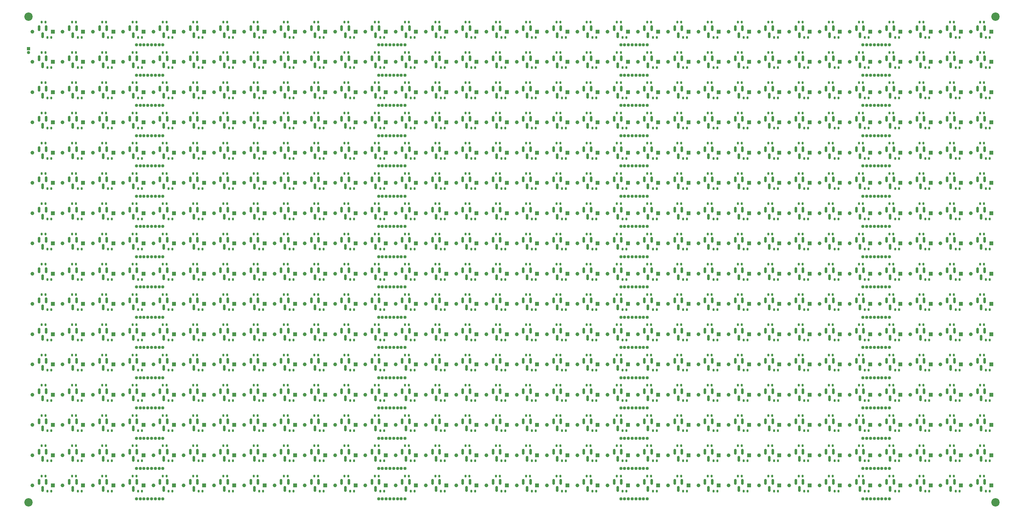
<source format=gbr>
%TF.GenerationSoftware,KiCad,Pcbnew,9.0.7*%
%TF.CreationDate,2026-02-02T17:43:32-05:00*%
%TF.ProjectId,INS-1 Matrix Display,494e532d-3120-44d6-9174-726978204469,1.0*%
%TF.SameCoordinates,Original*%
%TF.FileFunction,Soldermask,Top*%
%TF.FilePolarity,Negative*%
%FSLAX46Y46*%
G04 Gerber Fmt 4.6, Leading zero omitted, Abs format (unit mm)*
G04 Created by KiCad (PCBNEW 9.0.7) date 2026-02-02 17:43:32*
%MOMM*%
%LPD*%
G01*
G04 APERTURE LIST*
G04 Aperture macros list*
%AMRoundRect*
0 Rectangle with rounded corners*
0 $1 Rounding radius*
0 $2 $3 $4 $5 $6 $7 $8 $9 X,Y pos of 4 corners*
0 Add a 4 corners polygon primitive as box body*
4,1,4,$2,$3,$4,$5,$6,$7,$8,$9,$2,$3,0*
0 Add four circle primitives for the rounded corners*
1,1,$1+$1,$2,$3*
1,1,$1+$1,$4,$5*
1,1,$1+$1,$6,$7*
1,1,$1+$1,$8,$9*
0 Add four rect primitives between the rounded corners*
20,1,$1+$1,$2,$3,$4,$5,0*
20,1,$1+$1,$4,$5,$6,$7,0*
20,1,$1+$1,$6,$7,$8,$9,0*
20,1,$1+$1,$8,$9,$2,$3,0*%
G04 Aperture macros list end*
%ADD10RoundRect,0.135000X-0.135000X-0.185000X0.135000X-0.185000X0.135000X0.185000X-0.135000X0.185000X0*%
%ADD11C,1.000000*%
%ADD12R,1.000000X1.000000*%
%ADD13RoundRect,0.150000X-0.150000X0.587500X-0.150000X-0.587500X0.150000X-0.587500X0.150000X0.587500X0*%
%ADD14RoundRect,0.135000X0.135000X0.185000X-0.135000X0.185000X-0.135000X-0.185000X0.135000X-0.185000X0*%
%ADD15C,0.850000*%
%ADD16C,2.200000*%
%ADD17R,0.850000X0.850000*%
G04 APERTURE END LIST*
D10*
%TO.C,1K*%
X92490000Y-140000000D03*
X93510000Y-140000000D03*
%TD*%
%TO.C,1K*%
X100490000Y-84000000D03*
X101510000Y-84000000D03*
%TD*%
D11*
%TO.C,REF\u002A\u002A*%
X154000000Y-134500000D03*
D12*
X159400000Y-134500000D03*
%TD*%
D11*
%TO.C,REF\u002A\u002A*%
X193990000Y-62500000D03*
D12*
X199390000Y-62500000D03*
%TD*%
D11*
%TO.C,REF\u002A\u002A*%
X249990000Y-110500000D03*
D12*
X255390000Y-110500000D03*
%TD*%
D11*
%TO.C,REF\u002A\u002A*%
X241990000Y-134500000D03*
D12*
X247390000Y-134500000D03*
%TD*%
D13*
%TO.C,MMBTA42*%
X109640000Y-101562500D03*
X107740000Y-101562500D03*
X108690000Y-103437500D03*
%TD*%
%TO.C,MMBTA42*%
X149650000Y-141562500D03*
X147750000Y-141562500D03*
X148700000Y-143437500D03*
%TD*%
D11*
%TO.C,REF\u002A\u002A*%
X82000000Y-94500000D03*
D12*
X87400000Y-94500000D03*
%TD*%
D14*
%TO.C,50K*%
X23010000Y-56000000D03*
X21990000Y-56000000D03*
%TD*%
D10*
%TO.C,1K*%
X44480000Y-44000000D03*
X45500000Y-44000000D03*
%TD*%
%TO.C,1K*%
X188480000Y-68000000D03*
X189500000Y-68000000D03*
%TD*%
D13*
%TO.C,MMBTA42*%
X69640000Y-77562500D03*
X67740000Y-77562500D03*
X68690000Y-79437500D03*
%TD*%
D10*
%TO.C,1K*%
X220490000Y-140000000D03*
X221510000Y-140000000D03*
%TD*%
D13*
%TO.C,MMBTA42*%
X21650000Y-109562500D03*
X19750000Y-109562500D03*
X20700000Y-111437500D03*
%TD*%
%TO.C,MMBTA42*%
X69640000Y-149562500D03*
X67740000Y-149562500D03*
X68690000Y-151437500D03*
%TD*%
D14*
%TO.C,50K*%
X167010000Y-80000000D03*
X165990000Y-80000000D03*
%TD*%
%TO.C,50K*%
X167010000Y-32000000D03*
X165990000Y-32000000D03*
%TD*%
D10*
%TO.C,1K*%
X132480000Y-84000000D03*
X133500000Y-84000000D03*
%TD*%
D11*
%TO.C,REF\u002A\u002A*%
X49990000Y-126500000D03*
D12*
X55390000Y-126500000D03*
%TD*%
D13*
%TO.C,MMBTA42*%
X181640000Y-101562500D03*
X179740000Y-101562500D03*
X180690000Y-103437500D03*
%TD*%
%TO.C,MMBTA42*%
X213650000Y-45562500D03*
X211750000Y-45562500D03*
X212700000Y-47437500D03*
%TD*%
%TO.C,MMBTA42*%
X93650000Y-93562500D03*
X91750000Y-93562500D03*
X92700000Y-95437500D03*
%TD*%
D14*
%TO.C,50K*%
X151010000Y-88000000D03*
X149990000Y-88000000D03*
%TD*%
D15*
%TO.C,RegisterLane*%
X173500000Y-42000000D03*
X174500000Y-42000000D03*
X175500000Y-42000000D03*
X176500000Y-42000000D03*
X177500000Y-42000000D03*
X178500000Y-42000000D03*
X179500000Y-42000000D03*
X180500000Y-42000000D03*
%TD*%
D13*
%TO.C,MMBTA42*%
X141640000Y-141562500D03*
X139740000Y-141562500D03*
X140690000Y-143437500D03*
%TD*%
D14*
%TO.C,50K*%
X87010000Y-152000000D03*
X85990000Y-152000000D03*
%TD*%
D13*
%TO.C,MMBTA42*%
X149650000Y-29562500D03*
X147750000Y-29562500D03*
X148700000Y-31437500D03*
%TD*%
D11*
%TO.C,REF\u002A\u002A*%
X265990000Y-54500000D03*
D12*
X271390000Y-54500000D03*
%TD*%
D13*
%TO.C,MMBTA42*%
X173640000Y-69562500D03*
X171740000Y-69562500D03*
X172690000Y-71437500D03*
%TD*%
D11*
%TO.C,REF\u002A\u002A*%
X26000000Y-150500000D03*
D12*
X31400000Y-150500000D03*
%TD*%
D11*
%TO.C,REF\u002A\u002A*%
X137990000Y-54500000D03*
D12*
X143390000Y-54500000D03*
%TD*%
D14*
%TO.C,50K*%
X95010000Y-80000000D03*
X93990000Y-80000000D03*
%TD*%
D11*
%TO.C,REF\u002A\u002A*%
X18000000Y-142500000D03*
D12*
X23400000Y-142500000D03*
%TD*%
D11*
%TO.C,REF\u002A\u002A*%
X105990000Y-38500000D03*
D12*
X111390000Y-38500000D03*
%TD*%
D14*
%TO.C,50K*%
X79000000Y-32000000D03*
X77980000Y-32000000D03*
%TD*%
D11*
%TO.C,REF\u002A\u002A*%
X265990000Y-62500000D03*
D12*
X271390000Y-62500000D03*
%TD*%
D10*
%TO.C,1K*%
X36490000Y-36000000D03*
X37510000Y-36000000D03*
%TD*%
D14*
%TO.C,50K*%
X55000000Y-144000000D03*
X53980000Y-144000000D03*
%TD*%
%TO.C,50K*%
X255000000Y-56000000D03*
X253980000Y-56000000D03*
%TD*%
D13*
%TO.C,MMBTA42*%
X229650000Y-37562500D03*
X227750000Y-37562500D03*
X228700000Y-39437500D03*
%TD*%
D11*
%TO.C,REF\u002A\u002A*%
X146000000Y-62500000D03*
D12*
X151400000Y-62500000D03*
%TD*%
D10*
%TO.C,1K*%
X220490000Y-108000000D03*
X221510000Y-108000000D03*
%TD*%
D11*
%TO.C,REF\u002A\u002A*%
X90000000Y-94500000D03*
D12*
X95400000Y-94500000D03*
%TD*%
D13*
%TO.C,MMBTA42*%
X221650000Y-53562500D03*
X219750000Y-53562500D03*
X220700000Y-55437500D03*
%TD*%
D10*
%TO.C,1K*%
X164490000Y-132000000D03*
X165510000Y-132000000D03*
%TD*%
%TO.C,1K*%
X140480000Y-68000000D03*
X141500000Y-68000000D03*
%TD*%
D14*
%TO.C,50K*%
X215010000Y-32000000D03*
X213990000Y-32000000D03*
%TD*%
%TO.C,50K*%
X199000000Y-64000000D03*
X197980000Y-64000000D03*
%TD*%
%TO.C,50K*%
X271000000Y-96000000D03*
X269980000Y-96000000D03*
%TD*%
%TO.C,50K*%
X55000000Y-40000000D03*
X53980000Y-40000000D03*
%TD*%
%TO.C,50K*%
X247000000Y-144000000D03*
X245980000Y-144000000D03*
%TD*%
%TO.C,50K*%
X135000000Y-144000000D03*
X133980000Y-144000000D03*
%TD*%
D11*
%TO.C,REF\u002A\u002A*%
X73990000Y-150500000D03*
D12*
X79390000Y-150500000D03*
%TD*%
D14*
%TO.C,50K*%
X71000000Y-32000000D03*
X69980000Y-32000000D03*
%TD*%
%TO.C,50K*%
X63000000Y-120000000D03*
X61980000Y-120000000D03*
%TD*%
%TO.C,50K*%
X119000000Y-64000000D03*
X117980000Y-64000000D03*
%TD*%
%TO.C,50K*%
X71000000Y-136000000D03*
X69980000Y-136000000D03*
%TD*%
D15*
%TO.C,RegisterLane*%
X109500000Y-66000000D03*
X110500000Y-66000000D03*
X111500000Y-66000000D03*
X112500000Y-66000000D03*
X113500000Y-66000000D03*
X114500000Y-66000000D03*
X115500000Y-66000000D03*
X116500000Y-66000000D03*
%TD*%
D13*
%TO.C,MMBTA42*%
X221650000Y-77562500D03*
X219750000Y-77562500D03*
X220700000Y-79437500D03*
%TD*%
%TO.C,MMBTA42*%
X69640000Y-69562500D03*
X67740000Y-69562500D03*
X68690000Y-71437500D03*
%TD*%
D11*
%TO.C,REF\u002A\u002A*%
X201990000Y-62500000D03*
D12*
X207390000Y-62500000D03*
%TD*%
D13*
%TO.C,MMBTA42*%
X229650000Y-125562500D03*
X227750000Y-125562500D03*
X228700000Y-127437500D03*
%TD*%
D10*
%TO.C,1K*%
X148490000Y-100000000D03*
X149510000Y-100000000D03*
%TD*%
%TO.C,1K*%
X236480000Y-108000000D03*
X237500000Y-108000000D03*
%TD*%
D14*
%TO.C,50K*%
X135000000Y-136000000D03*
X133980000Y-136000000D03*
%TD*%
%TO.C,50K*%
X55000000Y-128000000D03*
X53980000Y-128000000D03*
%TD*%
D11*
%TO.C,REF\u002A\u002A*%
X241990000Y-54500000D03*
D12*
X247390000Y-54500000D03*
%TD*%
D14*
%TO.C,50K*%
X55000000Y-120000000D03*
X53980000Y-120000000D03*
%TD*%
D13*
%TO.C,MMBTA42*%
X125640000Y-117562500D03*
X123740000Y-117562500D03*
X124690000Y-119437500D03*
%TD*%
%TO.C,MMBTA42*%
X93650000Y-109562500D03*
X91750000Y-109562500D03*
X92700000Y-111437500D03*
%TD*%
%TO.C,MMBTA42*%
X197640000Y-29562500D03*
X195740000Y-29562500D03*
X196690000Y-31437500D03*
%TD*%
D14*
%TO.C,50K*%
X191000000Y-40000000D03*
X189980000Y-40000000D03*
%TD*%
%TO.C,50K*%
X63000000Y-64000000D03*
X61980000Y-64000000D03*
%TD*%
D10*
%TO.C,1K*%
X36490000Y-100000000D03*
X37510000Y-100000000D03*
%TD*%
D14*
%TO.C,50K*%
X239000000Y-120000000D03*
X237980000Y-120000000D03*
%TD*%
D10*
%TO.C,1K*%
X76480000Y-100000000D03*
X77500000Y-100000000D03*
%TD*%
D14*
%TO.C,50K*%
X175000000Y-144000000D03*
X173980000Y-144000000D03*
%TD*%
%TO.C,50K*%
X175000000Y-104000000D03*
X173980000Y-104000000D03*
%TD*%
D13*
%TO.C,MMBTA42*%
X53640000Y-37562500D03*
X51740000Y-37562500D03*
X52690000Y-39437500D03*
%TD*%
D14*
%TO.C,50K*%
X255000000Y-152000000D03*
X253980000Y-152000000D03*
%TD*%
D13*
%TO.C,MMBTA42*%
X245640000Y-69562500D03*
X243740000Y-69562500D03*
X244690000Y-71437500D03*
%TD*%
D15*
%TO.C,RegisterLane*%
X237500000Y-122000000D03*
X238500000Y-122000000D03*
X239500000Y-122000000D03*
X240500000Y-122000000D03*
X241500000Y-122000000D03*
X242500000Y-122000000D03*
X243500000Y-122000000D03*
X244500000Y-122000000D03*
%TD*%
D13*
%TO.C,MMBTA42*%
X221650000Y-109562500D03*
X219750000Y-109562500D03*
X220700000Y-111437500D03*
%TD*%
D11*
%TO.C,REF\u002A\u002A*%
X233990000Y-102500000D03*
D12*
X239390000Y-102500000D03*
%TD*%
D11*
%TO.C,REF\u002A\u002A*%
X18000000Y-102500000D03*
D12*
X23400000Y-102500000D03*
%TD*%
D11*
%TO.C,REF\u002A\u002A*%
X218000000Y-102500000D03*
D12*
X223400000Y-102500000D03*
%TD*%
D10*
%TO.C,1K*%
X36490000Y-148000000D03*
X37510000Y-148000000D03*
%TD*%
%TO.C,1K*%
X164490000Y-52000000D03*
X165510000Y-52000000D03*
%TD*%
D14*
%TO.C,50K*%
X103010000Y-56000000D03*
X101990000Y-56000000D03*
%TD*%
D10*
%TO.C,1K*%
X28490000Y-108000000D03*
X29510000Y-108000000D03*
%TD*%
D14*
%TO.C,50K*%
X63000000Y-104000000D03*
X61980000Y-104000000D03*
%TD*%
D10*
%TO.C,1K*%
X108480000Y-84000000D03*
X109500000Y-84000000D03*
%TD*%
D14*
%TO.C,50K*%
X207000000Y-152000000D03*
X205980000Y-152000000D03*
%TD*%
D11*
%TO.C,REF\u002A\u002A*%
X113990000Y-54500000D03*
D12*
X119390000Y-54500000D03*
%TD*%
D14*
%TO.C,50K*%
X175000000Y-56000000D03*
X173980000Y-56000000D03*
%TD*%
D13*
%TO.C,MMBTA42*%
X205640000Y-125562500D03*
X203740000Y-125562500D03*
X204690000Y-127437500D03*
%TD*%
D11*
%TO.C,REF\u002A\u002A*%
X162000000Y-70500000D03*
D12*
X167400000Y-70500000D03*
%TD*%
D14*
%TO.C,50K*%
X199000000Y-152000000D03*
X197980000Y-152000000D03*
%TD*%
D11*
%TO.C,REF\u002A\u002A*%
X201990000Y-38500000D03*
D12*
X207390000Y-38500000D03*
%TD*%
D13*
%TO.C,MMBTA42*%
X173640000Y-77562500D03*
X171740000Y-77562500D03*
X172690000Y-79437500D03*
%TD*%
D11*
%TO.C,REF\u002A\u002A*%
X57990000Y-134500000D03*
D12*
X63390000Y-134500000D03*
%TD*%
D14*
%TO.C,50K*%
X87010000Y-112000000D03*
X85990000Y-112000000D03*
%TD*%
D11*
%TO.C,REF\u002A\u002A*%
X105990000Y-110500000D03*
D12*
X111390000Y-110500000D03*
%TD*%
D11*
%TO.C,REF\u002A\u002A*%
X162000000Y-30500000D03*
D12*
X167400000Y-30500000D03*
%TD*%
D15*
%TO.C,RegisterLane*%
X45500000Y-90000000D03*
X46500000Y-90000000D03*
X47500000Y-90000000D03*
X48500000Y-90000000D03*
X49500000Y-90000000D03*
X50500000Y-90000000D03*
X51500000Y-90000000D03*
X52500000Y-90000000D03*
%TD*%
D10*
%TO.C,1K*%
X228490000Y-92000000D03*
X229510000Y-92000000D03*
%TD*%
D11*
%TO.C,REF\u002A\u002A*%
X90000000Y-118500000D03*
D12*
X95400000Y-118500000D03*
%TD*%
D13*
%TO.C,MMBTA42*%
X37650000Y-141562500D03*
X35750000Y-141562500D03*
X36700000Y-143437500D03*
%TD*%
D16*
%TO.C,REF\u002A\u002A*%
X272500000Y-26500000D03*
%TD*%
D11*
%TO.C,REF\u002A\u002A*%
X177990000Y-62500000D03*
D12*
X183390000Y-62500000D03*
%TD*%
D10*
%TO.C,1K*%
X180480000Y-36000000D03*
X181500000Y-36000000D03*
%TD*%
D11*
%TO.C,REF\u002A\u002A*%
X226000000Y-38500000D03*
D12*
X231400000Y-38500000D03*
%TD*%
D11*
%TO.C,REF\u002A\u002A*%
X249990000Y-86500000D03*
D12*
X255390000Y-86500000D03*
%TD*%
D11*
%TO.C,REF\u002A\u002A*%
X193990000Y-118500000D03*
D12*
X199390000Y-118500000D03*
%TD*%
D13*
%TO.C,MMBTA42*%
X93650000Y-69562500D03*
X91750000Y-69562500D03*
X92700000Y-71437500D03*
%TD*%
D14*
%TO.C,50K*%
X135000000Y-48000000D03*
X133980000Y-48000000D03*
%TD*%
D10*
%TO.C,1K*%
X212490000Y-52000000D03*
X213510000Y-52000000D03*
%TD*%
D14*
%TO.C,50K*%
X119000000Y-144000000D03*
X117980000Y-144000000D03*
%TD*%
D11*
%TO.C,REF\u002A\u002A*%
X257990000Y-78500000D03*
D12*
X263390000Y-78500000D03*
%TD*%
D11*
%TO.C,REF\u002A\u002A*%
X129990000Y-118500000D03*
D12*
X135390000Y-118500000D03*
%TD*%
D13*
%TO.C,MMBTA42*%
X61640000Y-109562500D03*
X59740000Y-109562500D03*
X60690000Y-111437500D03*
%TD*%
D10*
%TO.C,1K*%
X100490000Y-60000000D03*
X101510000Y-60000000D03*
%TD*%
%TO.C,1K*%
X204480000Y-84000000D03*
X205500000Y-84000000D03*
%TD*%
D13*
%TO.C,MMBTA42*%
X197640000Y-117562500D03*
X195740000Y-117562500D03*
X196690000Y-119437500D03*
%TD*%
D10*
%TO.C,1K*%
X212490000Y-76000000D03*
X213510000Y-76000000D03*
%TD*%
D11*
%TO.C,REF\u002A\u002A*%
X201990000Y-134500000D03*
D12*
X207390000Y-134500000D03*
%TD*%
D13*
%TO.C,MMBTA42*%
X149650000Y-85562500D03*
X147750000Y-85562500D03*
X148700000Y-87437500D03*
%TD*%
%TO.C,MMBTA42*%
X253640000Y-53562500D03*
X251740000Y-53562500D03*
X252690000Y-55437500D03*
%TD*%
D11*
%TO.C,REF\u002A\u002A*%
X226000000Y-62500000D03*
D12*
X231400000Y-62500000D03*
%TD*%
D14*
%TO.C,50K*%
X151010000Y-80000000D03*
X149990000Y-80000000D03*
%TD*%
D11*
%TO.C,REF\u002A\u002A*%
X18000000Y-30500000D03*
D12*
X23400000Y-30500000D03*
%TD*%
D11*
%TO.C,REF\u002A\u002A*%
X98000000Y-62500000D03*
D12*
X103400000Y-62500000D03*
%TD*%
D11*
%TO.C,REF\u002A\u002A*%
X201990000Y-30500000D03*
D12*
X207390000Y-30500000D03*
%TD*%
D13*
%TO.C,MMBTA42*%
X189640000Y-133562500D03*
X187740000Y-133562500D03*
X188690000Y-135437500D03*
%TD*%
%TO.C,MMBTA42*%
X61640000Y-69562500D03*
X59740000Y-69562500D03*
X60690000Y-71437500D03*
%TD*%
D14*
%TO.C,50K*%
X159010000Y-136000000D03*
X157990000Y-136000000D03*
%TD*%
D11*
%TO.C,REF\u002A\u002A*%
X49990000Y-86500000D03*
D12*
X55390000Y-86500000D03*
%TD*%
D13*
%TO.C,MMBTA42*%
X101650000Y-109562500D03*
X99750000Y-109562500D03*
X100700000Y-111437500D03*
%TD*%
D14*
%TO.C,50K*%
X127000000Y-88000000D03*
X125980000Y-88000000D03*
%TD*%
D11*
%TO.C,REF\u002A\u002A*%
X146000000Y-70500000D03*
D12*
X151400000Y-70500000D03*
%TD*%
D13*
%TO.C,MMBTA42*%
X205640000Y-53562500D03*
X203740000Y-53562500D03*
X204690000Y-55437500D03*
%TD*%
%TO.C,MMBTA42*%
X237640000Y-109562500D03*
X235740000Y-109562500D03*
X236690000Y-111437500D03*
%TD*%
D10*
%TO.C,1K*%
X188480000Y-52000000D03*
X189500000Y-52000000D03*
%TD*%
%TO.C,1K*%
X92490000Y-84000000D03*
X93510000Y-84000000D03*
%TD*%
D11*
%TO.C,REF\u002A\u002A*%
X113990000Y-46500000D03*
D12*
X119390000Y-46500000D03*
%TD*%
D13*
%TO.C,MMBTA42*%
X101650000Y-149562500D03*
X99750000Y-149562500D03*
X100700000Y-151437500D03*
%TD*%
%TO.C,MMBTA42*%
X29650000Y-93562500D03*
X27750000Y-93562500D03*
X28700000Y-95437500D03*
%TD*%
%TO.C,MMBTA42*%
X149650000Y-61562500D03*
X147750000Y-61562500D03*
X148700000Y-63437500D03*
%TD*%
D14*
%TO.C,50K*%
X223010000Y-96000000D03*
X221990000Y-96000000D03*
%TD*%
D13*
%TO.C,MMBTA42*%
X133640000Y-133562500D03*
X131740000Y-133562500D03*
X132690000Y-135437500D03*
%TD*%
D11*
%TO.C,REF\u002A\u002A*%
X121990000Y-142500000D03*
D12*
X127390000Y-142500000D03*
%TD*%
D10*
%TO.C,1K*%
X236480000Y-52000000D03*
X237500000Y-52000000D03*
%TD*%
D14*
%TO.C,50K*%
X47000000Y-144000000D03*
X45980000Y-144000000D03*
%TD*%
%TO.C,50K*%
X87010000Y-64000000D03*
X85990000Y-64000000D03*
%TD*%
D11*
%TO.C,REF\u002A\u002A*%
X146000000Y-150500000D03*
D12*
X151400000Y-150500000D03*
%TD*%
D10*
%TO.C,1K*%
X268480000Y-116000000D03*
X269500000Y-116000000D03*
%TD*%
D11*
%TO.C,REF\u002A\u002A*%
X26000000Y-86500000D03*
D12*
X31400000Y-86500000D03*
%TD*%
D11*
%TO.C,REF\u002A\u002A*%
X73990000Y-78500000D03*
D12*
X79390000Y-78500000D03*
%TD*%
D11*
%TO.C,REF\u002A\u002A*%
X218000000Y-46500000D03*
D12*
X223400000Y-46500000D03*
%TD*%
D14*
%TO.C,50K*%
X111000000Y-136000000D03*
X109980000Y-136000000D03*
%TD*%
D13*
%TO.C,MMBTA42*%
X245640000Y-109562500D03*
X243740000Y-109562500D03*
X244690000Y-111437500D03*
%TD*%
D10*
%TO.C,1K*%
X52480000Y-76000000D03*
X53500000Y-76000000D03*
%TD*%
D11*
%TO.C,REF\u002A\u002A*%
X49990000Y-94500000D03*
D12*
X55390000Y-94500000D03*
%TD*%
D10*
%TO.C,1K*%
X140480000Y-92000000D03*
X141500000Y-92000000D03*
%TD*%
D14*
%TO.C,50K*%
X55000000Y-96000000D03*
X53980000Y-96000000D03*
%TD*%
D11*
%TO.C,REF\u002A\u002A*%
X98000000Y-150500000D03*
D12*
X103400000Y-150500000D03*
%TD*%
D10*
%TO.C,1K*%
X172480000Y-140000000D03*
X173500000Y-140000000D03*
%TD*%
D14*
%TO.C,50K*%
X127000000Y-64000000D03*
X125980000Y-64000000D03*
%TD*%
%TO.C,50K*%
X95010000Y-112000000D03*
X93990000Y-112000000D03*
%TD*%
D11*
%TO.C,REF\u002A\u002A*%
X18000000Y-118500000D03*
D12*
X23400000Y-118500000D03*
%TD*%
D13*
%TO.C,MMBTA42*%
X197640000Y-53562500D03*
X195740000Y-53562500D03*
X196690000Y-55437500D03*
%TD*%
%TO.C,MMBTA42*%
X117640000Y-61562500D03*
X115740000Y-61562500D03*
X116690000Y-63437500D03*
%TD*%
D15*
%TO.C,RegisterLane*%
X173500000Y-146000000D03*
X174500000Y-146000000D03*
X175500000Y-146000000D03*
X176500000Y-146000000D03*
X177500000Y-146000000D03*
X178500000Y-146000000D03*
X179500000Y-146000000D03*
X180500000Y-146000000D03*
%TD*%
D14*
%TO.C,50K*%
X223010000Y-120000000D03*
X221990000Y-120000000D03*
%TD*%
D11*
%TO.C,REF\u002A\u002A*%
X73990000Y-110500000D03*
D12*
X79390000Y-110500000D03*
%TD*%
D15*
%TO.C,RegisterLane*%
X45500000Y-106000000D03*
X46500000Y-106000000D03*
X47500000Y-106000000D03*
X48500000Y-106000000D03*
X49500000Y-106000000D03*
X50500000Y-106000000D03*
X51500000Y-106000000D03*
X52500000Y-106000000D03*
%TD*%
D10*
%TO.C,1K*%
X188480000Y-140000000D03*
X189500000Y-140000000D03*
%TD*%
D11*
%TO.C,REF\u002A\u002A*%
X129990000Y-94500000D03*
D12*
X135390000Y-94500000D03*
%TD*%
D13*
%TO.C,MMBTA42*%
X189640000Y-29562500D03*
X187740000Y-29562500D03*
X188690000Y-31437500D03*
%TD*%
%TO.C,MMBTA42*%
X77640000Y-133562500D03*
X75740000Y-133562500D03*
X76690000Y-135437500D03*
%TD*%
D10*
%TO.C,1K*%
X204480000Y-52000000D03*
X205500000Y-52000000D03*
%TD*%
%TO.C,1K*%
X268480000Y-132000000D03*
X269500000Y-132000000D03*
%TD*%
%TO.C,1K*%
X260480000Y-52000000D03*
X261500000Y-52000000D03*
%TD*%
%TO.C,1K*%
X212490000Y-116000000D03*
X213510000Y-116000000D03*
%TD*%
D13*
%TO.C,MMBTA42*%
X29650000Y-133562500D03*
X27750000Y-133562500D03*
X28700000Y-135437500D03*
%TD*%
%TO.C,MMBTA42*%
X173640000Y-37562500D03*
X171740000Y-37562500D03*
X172690000Y-39437500D03*
%TD*%
D10*
%TO.C,1K*%
X92490000Y-132000000D03*
X93510000Y-132000000D03*
%TD*%
D13*
%TO.C,MMBTA42*%
X197640000Y-85562500D03*
X195740000Y-85562500D03*
X196690000Y-87437500D03*
%TD*%
D14*
%TO.C,50K*%
X111000000Y-32000000D03*
X109980000Y-32000000D03*
%TD*%
D15*
%TO.C,RegisterLane*%
X237500000Y-138000000D03*
X238500000Y-138000000D03*
X239500000Y-138000000D03*
X240500000Y-138000000D03*
X241500000Y-138000000D03*
X242500000Y-138000000D03*
X243500000Y-138000000D03*
X244500000Y-138000000D03*
%TD*%
D13*
%TO.C,MMBTA42*%
X101650000Y-69562500D03*
X99750000Y-69562500D03*
X100700000Y-71437500D03*
%TD*%
D14*
%TO.C,50K*%
X223010000Y-56000000D03*
X221990000Y-56000000D03*
%TD*%
D10*
%TO.C,1K*%
X236480000Y-76000000D03*
X237500000Y-76000000D03*
%TD*%
%TO.C,1K*%
X204480000Y-124000000D03*
X205500000Y-124000000D03*
%TD*%
D14*
%TO.C,50K*%
X159010000Y-48000000D03*
X157990000Y-48000000D03*
%TD*%
D11*
%TO.C,REF\u002A\u002A*%
X177990000Y-30500000D03*
D12*
X183390000Y-30500000D03*
%TD*%
D14*
%TO.C,50K*%
X127000000Y-32000000D03*
X125980000Y-32000000D03*
%TD*%
%TO.C,50K*%
X151010000Y-136000000D03*
X149990000Y-136000000D03*
%TD*%
D10*
%TO.C,1K*%
X260480000Y-84000000D03*
X261500000Y-84000000D03*
%TD*%
D13*
%TO.C,MMBTA42*%
X165650000Y-53562500D03*
X163750000Y-53562500D03*
X164700000Y-55437500D03*
%TD*%
D14*
%TO.C,50K*%
X183000000Y-128000000D03*
X181980000Y-128000000D03*
%TD*%
D10*
%TO.C,1K*%
X164490000Y-28000000D03*
X165510000Y-28000000D03*
%TD*%
D11*
%TO.C,REF\u002A\u002A*%
X105990000Y-78500000D03*
D12*
X111390000Y-78500000D03*
%TD*%
D14*
%TO.C,50K*%
X159010000Y-96000000D03*
X157990000Y-96000000D03*
%TD*%
D11*
%TO.C,REF\u002A\u002A*%
X177990000Y-46500000D03*
D12*
X183390000Y-46500000D03*
%TD*%
D14*
%TO.C,50K*%
X39010000Y-88000000D03*
X37990000Y-88000000D03*
%TD*%
%TO.C,50K*%
X167010000Y-40000000D03*
X165990000Y-40000000D03*
%TD*%
D13*
%TO.C,MMBTA42*%
X237640000Y-125562500D03*
X235740000Y-125562500D03*
X236690000Y-127437500D03*
%TD*%
D14*
%TO.C,50K*%
X175000000Y-72000000D03*
X173980000Y-72000000D03*
%TD*%
D11*
%TO.C,REF\u002A\u002A*%
X26000000Y-30500000D03*
D12*
X31400000Y-30500000D03*
%TD*%
D10*
%TO.C,1K*%
X100490000Y-140000000D03*
X101510000Y-140000000D03*
%TD*%
D13*
%TO.C,MMBTA42*%
X125640000Y-29562500D03*
X123740000Y-29562500D03*
X124690000Y-31437500D03*
%TD*%
D10*
%TO.C,1K*%
X268480000Y-92000000D03*
X269500000Y-92000000D03*
%TD*%
%TO.C,1K*%
X252480000Y-44000000D03*
X253500000Y-44000000D03*
%TD*%
%TO.C,1K*%
X156490000Y-124000000D03*
X157510000Y-124000000D03*
%TD*%
D14*
%TO.C,50K*%
X199000000Y-72000000D03*
X197980000Y-72000000D03*
%TD*%
D13*
%TO.C,MMBTA42*%
X269640000Y-77562500D03*
X267740000Y-77562500D03*
X268690000Y-79437500D03*
%TD*%
D10*
%TO.C,1K*%
X252480000Y-28000000D03*
X253500000Y-28000000D03*
%TD*%
D14*
%TO.C,50K*%
X47000000Y-32000000D03*
X45980000Y-32000000D03*
%TD*%
D13*
%TO.C,MMBTA42*%
X117640000Y-101562500D03*
X115740000Y-101562500D03*
X116690000Y-103437500D03*
%TD*%
D14*
%TO.C,50K*%
X191000000Y-136000000D03*
X189980000Y-136000000D03*
%TD*%
D10*
%TO.C,1K*%
X156490000Y-76000000D03*
X157510000Y-76000000D03*
%TD*%
D14*
%TO.C,50K*%
X71000000Y-152000000D03*
X69980000Y-152000000D03*
%TD*%
D11*
%TO.C,REF\u002A\u002A*%
X218000000Y-126500000D03*
D12*
X223400000Y-126500000D03*
%TD*%
D13*
%TO.C,MMBTA42*%
X261640000Y-149562500D03*
X259740000Y-149562500D03*
X260690000Y-151437500D03*
%TD*%
D10*
%TO.C,1K*%
X156490000Y-84000000D03*
X157510000Y-84000000D03*
%TD*%
%TO.C,1K*%
X20490000Y-92000000D03*
X21510000Y-92000000D03*
%TD*%
D13*
%TO.C,MMBTA42*%
X157650000Y-85562500D03*
X155750000Y-85562500D03*
X156700000Y-87437500D03*
%TD*%
D14*
%TO.C,50K*%
X239000000Y-48000000D03*
X237980000Y-48000000D03*
%TD*%
D11*
%TO.C,REF\u002A\u002A*%
X241990000Y-150500000D03*
D12*
X247390000Y-150500000D03*
%TD*%
D11*
%TO.C,REF\u002A\u002A*%
X193990000Y-78500000D03*
D12*
X199390000Y-78500000D03*
%TD*%
D11*
%TO.C,REF\u002A\u002A*%
X121990000Y-62500000D03*
D12*
X127390000Y-62500000D03*
%TD*%
D13*
%TO.C,MMBTA42*%
X213650000Y-69562500D03*
X211750000Y-69562500D03*
X212700000Y-71437500D03*
%TD*%
D10*
%TO.C,1K*%
X172480000Y-36000000D03*
X173500000Y-36000000D03*
%TD*%
D14*
%TO.C,50K*%
X199000000Y-48000000D03*
X197980000Y-48000000D03*
%TD*%
D10*
%TO.C,1K*%
X132480000Y-148000000D03*
X133500000Y-148000000D03*
%TD*%
D14*
%TO.C,50K*%
X167010000Y-112000000D03*
X165990000Y-112000000D03*
%TD*%
D11*
%TO.C,REF\u002A\u002A*%
X18000000Y-70500000D03*
D12*
X23400000Y-70500000D03*
%TD*%
D11*
%TO.C,REF\u002A\u002A*%
X257990000Y-126500000D03*
D12*
X263390000Y-126500000D03*
%TD*%
D11*
%TO.C,REF\u002A\u002A*%
X18000000Y-46500000D03*
D12*
X23400000Y-46500000D03*
%TD*%
D10*
%TO.C,1K*%
X92490000Y-44000000D03*
X93510000Y-44000000D03*
%TD*%
D15*
%TO.C,RegisterLane*%
X45500000Y-82000000D03*
X46500000Y-82000000D03*
X47500000Y-82000000D03*
X48500000Y-82000000D03*
X49500000Y-82000000D03*
X50500000Y-82000000D03*
X51500000Y-82000000D03*
X52500000Y-82000000D03*
%TD*%
D13*
%TO.C,MMBTA42*%
X101650000Y-133562500D03*
X99750000Y-133562500D03*
X100700000Y-135437500D03*
%TD*%
D10*
%TO.C,1K*%
X116480000Y-148000000D03*
X117500000Y-148000000D03*
%TD*%
D13*
%TO.C,MMBTA42*%
X181640000Y-29562500D03*
X179740000Y-29562500D03*
X180690000Y-31437500D03*
%TD*%
D10*
%TO.C,1K*%
X156490000Y-132000000D03*
X157510000Y-132000000D03*
%TD*%
D13*
%TO.C,MMBTA42*%
X197640000Y-77562500D03*
X195740000Y-77562500D03*
X196690000Y-79437500D03*
%TD*%
D14*
%TO.C,50K*%
X95010000Y-96000000D03*
X93990000Y-96000000D03*
%TD*%
D11*
%TO.C,REF\u002A\u002A*%
X73990000Y-70500000D03*
D12*
X79390000Y-70500000D03*
%TD*%
D14*
%TO.C,50K*%
X87010000Y-32000000D03*
X85990000Y-32000000D03*
%TD*%
D13*
%TO.C,MMBTA42*%
X269640000Y-53562500D03*
X267740000Y-53562500D03*
X268690000Y-55437500D03*
%TD*%
D14*
%TO.C,50K*%
X95010000Y-104000000D03*
X93990000Y-104000000D03*
%TD*%
D11*
%TO.C,REF\u002A\u002A*%
X162000000Y-54500000D03*
D12*
X167400000Y-54500000D03*
%TD*%
D10*
%TO.C,1K*%
X188480000Y-108000000D03*
X189500000Y-108000000D03*
%TD*%
D14*
%TO.C,50K*%
X71000000Y-80000000D03*
X69980000Y-80000000D03*
%TD*%
D11*
%TO.C,REF\u002A\u002A*%
X201990000Y-126500000D03*
D12*
X207390000Y-126500000D03*
%TD*%
D14*
%TO.C,50K*%
X271000000Y-64000000D03*
X269980000Y-64000000D03*
%TD*%
D11*
%TO.C,REF\u002A\u002A*%
X169990000Y-94500000D03*
D12*
X175390000Y-94500000D03*
%TD*%
D14*
%TO.C,50K*%
X159010000Y-80000000D03*
X157990000Y-80000000D03*
%TD*%
%TO.C,50K*%
X87010000Y-72000000D03*
X85990000Y-72000000D03*
%TD*%
%TO.C,50K*%
X255000000Y-88000000D03*
X253980000Y-88000000D03*
%TD*%
D13*
%TO.C,MMBTA42*%
X205640000Y-61562500D03*
X203740000Y-61562500D03*
X204690000Y-63437500D03*
%TD*%
%TO.C,MMBTA42*%
X29650000Y-29562500D03*
X27750000Y-29562500D03*
X28700000Y-31437500D03*
%TD*%
%TO.C,MMBTA42*%
X53640000Y-149562500D03*
X51740000Y-149562500D03*
X52690000Y-151437500D03*
%TD*%
D11*
%TO.C,REF\u002A\u002A*%
X185990000Y-118500000D03*
D12*
X191390000Y-118500000D03*
%TD*%
D14*
%TO.C,50K*%
X23010000Y-152000000D03*
X21990000Y-152000000D03*
%TD*%
D13*
%TO.C,MMBTA42*%
X205640000Y-69562500D03*
X203740000Y-69562500D03*
X204690000Y-71437500D03*
%TD*%
D14*
%TO.C,50K*%
X183000000Y-152000000D03*
X181980000Y-152000000D03*
%TD*%
D10*
%TO.C,1K*%
X236480000Y-68000000D03*
X237500000Y-68000000D03*
%TD*%
%TO.C,1K*%
X252480000Y-52000000D03*
X253500000Y-52000000D03*
%TD*%
D13*
%TO.C,MMBTA42*%
X189640000Y-101562500D03*
X187740000Y-101562500D03*
X188690000Y-103437500D03*
%TD*%
D14*
%TO.C,50K*%
X255000000Y-48000000D03*
X253980000Y-48000000D03*
%TD*%
D13*
%TO.C,MMBTA42*%
X237640000Y-93562500D03*
X235740000Y-93562500D03*
X236690000Y-95437500D03*
%TD*%
D14*
%TO.C,50K*%
X79000000Y-152000000D03*
X77980000Y-152000000D03*
%TD*%
D11*
%TO.C,REF\u002A\u002A*%
X90000000Y-150500000D03*
D12*
X95400000Y-150500000D03*
%TD*%
D10*
%TO.C,1K*%
X220490000Y-132000000D03*
X221510000Y-132000000D03*
%TD*%
D11*
%TO.C,REF\u002A\u002A*%
X65990000Y-102500000D03*
D12*
X71390000Y-102500000D03*
%TD*%
D10*
%TO.C,1K*%
X220490000Y-100000000D03*
X221510000Y-100000000D03*
%TD*%
D13*
%TO.C,MMBTA42*%
X117640000Y-149562500D03*
X115740000Y-149562500D03*
X116690000Y-151437500D03*
%TD*%
D14*
%TO.C,50K*%
X143000000Y-88000000D03*
X141980000Y-88000000D03*
%TD*%
D13*
%TO.C,MMBTA42*%
X165650000Y-61562500D03*
X163750000Y-61562500D03*
X164700000Y-63437500D03*
%TD*%
D10*
%TO.C,1K*%
X236480000Y-60000000D03*
X237500000Y-60000000D03*
%TD*%
%TO.C,1K*%
X60480000Y-116000000D03*
X61500000Y-116000000D03*
%TD*%
D13*
%TO.C,MMBTA42*%
X149650000Y-53562500D03*
X147750000Y-53562500D03*
X148700000Y-55437500D03*
%TD*%
D11*
%TO.C,REF\u002A\u002A*%
X129990000Y-70500000D03*
D12*
X135390000Y-70500000D03*
%TD*%
D14*
%TO.C,50K*%
X263000000Y-104000000D03*
X261980000Y-104000000D03*
%TD*%
D13*
%TO.C,MMBTA42*%
X253640000Y-85562500D03*
X251740000Y-85562500D03*
X252690000Y-87437500D03*
%TD*%
D10*
%TO.C,1K*%
X212490000Y-28000000D03*
X213510000Y-28000000D03*
%TD*%
D14*
%TO.C,50K*%
X127000000Y-72000000D03*
X125980000Y-72000000D03*
%TD*%
D13*
%TO.C,MMBTA42*%
X261640000Y-37562500D03*
X259740000Y-37562500D03*
X260690000Y-39437500D03*
%TD*%
D14*
%TO.C,50K*%
X103010000Y-128000000D03*
X101990000Y-128000000D03*
%TD*%
%TO.C,50K*%
X183000000Y-104000000D03*
X181980000Y-104000000D03*
%TD*%
D10*
%TO.C,1K*%
X60480000Y-28000000D03*
X61500000Y-28000000D03*
%TD*%
D14*
%TO.C,50K*%
X231010000Y-64000000D03*
X229990000Y-64000000D03*
%TD*%
D13*
%TO.C,MMBTA42*%
X109640000Y-85562500D03*
X107740000Y-85562500D03*
X108690000Y-87437500D03*
%TD*%
%TO.C,MMBTA42*%
X77640000Y-117562500D03*
X75740000Y-117562500D03*
X76690000Y-119437500D03*
%TD*%
D11*
%TO.C,REF\u002A\u002A*%
X121990000Y-54500000D03*
D12*
X127390000Y-54500000D03*
%TD*%
D11*
%TO.C,REF\u002A\u002A*%
X193990000Y-150500000D03*
D12*
X199390000Y-150500000D03*
%TD*%
D11*
%TO.C,REF\u002A\u002A*%
X265990000Y-46500000D03*
D12*
X271390000Y-46500000D03*
%TD*%
D13*
%TO.C,MMBTA42*%
X269640000Y-125562500D03*
X267740000Y-125562500D03*
X268690000Y-127437500D03*
%TD*%
D10*
%TO.C,1K*%
X132480000Y-68000000D03*
X133500000Y-68000000D03*
%TD*%
D13*
%TO.C,MMBTA42*%
X85650000Y-117562500D03*
X83750000Y-117562500D03*
X84700000Y-119437500D03*
%TD*%
D14*
%TO.C,50K*%
X271000000Y-40000000D03*
X269980000Y-40000000D03*
%TD*%
D10*
%TO.C,1K*%
X164490000Y-124000000D03*
X165510000Y-124000000D03*
%TD*%
D14*
%TO.C,50K*%
X95010000Y-56000000D03*
X93990000Y-56000000D03*
%TD*%
D15*
%TO.C,RegisterLane*%
X237500000Y-106000000D03*
X238500000Y-106000000D03*
X239500000Y-106000000D03*
X240500000Y-106000000D03*
X241500000Y-106000000D03*
X242500000Y-106000000D03*
X243500000Y-106000000D03*
X244500000Y-106000000D03*
%TD*%
D10*
%TO.C,1K*%
X44480000Y-28000000D03*
X45500000Y-28000000D03*
%TD*%
D11*
%TO.C,REF\u002A\u002A*%
X121990000Y-30500000D03*
D12*
X127390000Y-30500000D03*
%TD*%
D14*
%TO.C,50K*%
X47000000Y-40000000D03*
X45980000Y-40000000D03*
%TD*%
%TO.C,50K*%
X207000000Y-48000000D03*
X205980000Y-48000000D03*
%TD*%
%TO.C,50K*%
X167010000Y-72000000D03*
X165990000Y-72000000D03*
%TD*%
D13*
%TO.C,MMBTA42*%
X93650000Y-45562500D03*
X91750000Y-45562500D03*
X92700000Y-47437500D03*
%TD*%
D14*
%TO.C,50K*%
X111000000Y-56000000D03*
X109980000Y-56000000D03*
%TD*%
%TO.C,50K*%
X103010000Y-40000000D03*
X101990000Y-40000000D03*
%TD*%
%TO.C,50K*%
X191000000Y-48000000D03*
X189980000Y-48000000D03*
%TD*%
D11*
%TO.C,REF\u002A\u002A*%
X18000000Y-150500000D03*
D12*
X23400000Y-150500000D03*
%TD*%
D13*
%TO.C,MMBTA42*%
X149650000Y-37562500D03*
X147750000Y-37562500D03*
X148700000Y-39437500D03*
%TD*%
D10*
%TO.C,1K*%
X20490000Y-132000000D03*
X21510000Y-132000000D03*
%TD*%
%TO.C,1K*%
X236480000Y-140000000D03*
X237500000Y-140000000D03*
%TD*%
D11*
%TO.C,REF\u002A\u002A*%
X34000000Y-126500000D03*
D12*
X39400000Y-126500000D03*
%TD*%
D11*
%TO.C,REF\u002A\u002A*%
X65990000Y-134500000D03*
D12*
X71390000Y-134500000D03*
%TD*%
D13*
%TO.C,MMBTA42*%
X133640000Y-85562500D03*
X131740000Y-85562500D03*
X132690000Y-87437500D03*
%TD*%
D14*
%TO.C,50K*%
X71000000Y-56000000D03*
X69980000Y-56000000D03*
%TD*%
D11*
%TO.C,REF\u002A\u002A*%
X73990000Y-54500000D03*
D12*
X79390000Y-54500000D03*
%TD*%
D13*
%TO.C,MMBTA42*%
X21650000Y-29562500D03*
X19750000Y-29562500D03*
X20700000Y-31437500D03*
%TD*%
D11*
%TO.C,REF\u002A\u002A*%
X137990000Y-30500000D03*
D12*
X143390000Y-30500000D03*
%TD*%
D13*
%TO.C,MMBTA42*%
X205640000Y-101562500D03*
X203740000Y-101562500D03*
X204690000Y-103437500D03*
%TD*%
D10*
%TO.C,1K*%
X212490000Y-60000000D03*
X213510000Y-60000000D03*
%TD*%
D14*
%TO.C,50K*%
X207000000Y-40000000D03*
X205980000Y-40000000D03*
%TD*%
%TO.C,50K*%
X255000000Y-120000000D03*
X253980000Y-120000000D03*
%TD*%
D11*
%TO.C,REF\u002A\u002A*%
X137990000Y-70500000D03*
D12*
X143390000Y-70500000D03*
%TD*%
D13*
%TO.C,MMBTA42*%
X269640000Y-29562500D03*
X267740000Y-29562500D03*
X268690000Y-31437500D03*
%TD*%
D11*
%TO.C,REF\u002A\u002A*%
X193990000Y-46500000D03*
D12*
X199390000Y-46500000D03*
%TD*%
D13*
%TO.C,MMBTA42*%
X141640000Y-125562500D03*
X139740000Y-125562500D03*
X140690000Y-127437500D03*
%TD*%
D10*
%TO.C,1K*%
X52480000Y-60000000D03*
X53500000Y-60000000D03*
%TD*%
D13*
%TO.C,MMBTA42*%
X237640000Y-117562500D03*
X235740000Y-117562500D03*
X236690000Y-119437500D03*
%TD*%
D14*
%TO.C,50K*%
X263000000Y-80000000D03*
X261980000Y-80000000D03*
%TD*%
D13*
%TO.C,MMBTA42*%
X77640000Y-85562500D03*
X75740000Y-85562500D03*
X76690000Y-87437500D03*
%TD*%
D14*
%TO.C,50K*%
X55000000Y-32000000D03*
X53980000Y-32000000D03*
%TD*%
%TO.C,50K*%
X215010000Y-120000000D03*
X213990000Y-120000000D03*
%TD*%
D11*
%TO.C,REF\u002A\u002A*%
X193990000Y-86500000D03*
D12*
X199390000Y-86500000D03*
%TD*%
D13*
%TO.C,MMBTA42*%
X221650000Y-85562500D03*
X219750000Y-85562500D03*
X220700000Y-87437500D03*
%TD*%
D14*
%TO.C,50K*%
X79000000Y-96000000D03*
X77980000Y-96000000D03*
%TD*%
%TO.C,50K*%
X111000000Y-64000000D03*
X109980000Y-64000000D03*
%TD*%
%TO.C,50K*%
X263000000Y-136000000D03*
X261980000Y-136000000D03*
%TD*%
%TO.C,50K*%
X231010000Y-136000000D03*
X229990000Y-136000000D03*
%TD*%
D11*
%TO.C,REF\u002A\u002A*%
X193990000Y-70500000D03*
D12*
X199390000Y-70500000D03*
%TD*%
D14*
%TO.C,50K*%
X23010000Y-40000000D03*
X21990000Y-40000000D03*
%TD*%
D11*
%TO.C,REF\u002A\u002A*%
X241990000Y-62500000D03*
D12*
X247390000Y-62500000D03*
%TD*%
D13*
%TO.C,MMBTA42*%
X157650000Y-109562500D03*
X155750000Y-109562500D03*
X156700000Y-111437500D03*
%TD*%
D11*
%TO.C,REF\u002A\u002A*%
X98000000Y-118500000D03*
D12*
X103400000Y-118500000D03*
%TD*%
D10*
%TO.C,1K*%
X164490000Y-100000000D03*
X165510000Y-100000000D03*
%TD*%
D14*
%TO.C,50K*%
X55000000Y-136000000D03*
X53980000Y-136000000D03*
%TD*%
D11*
%TO.C,REF\u002A\u002A*%
X49990000Y-30500000D03*
D12*
X55390000Y-30500000D03*
%TD*%
D10*
%TO.C,1K*%
X244480000Y-108000000D03*
X245500000Y-108000000D03*
%TD*%
%TO.C,1K*%
X76480000Y-44000000D03*
X77500000Y-44000000D03*
%TD*%
D14*
%TO.C,50K*%
X271000000Y-144000000D03*
X269980000Y-144000000D03*
%TD*%
D11*
%TO.C,REF\u002A\u002A*%
X146000000Y-46500000D03*
D12*
X151400000Y-46500000D03*
%TD*%
D14*
%TO.C,50K*%
X119000000Y-88000000D03*
X117980000Y-88000000D03*
%TD*%
D11*
%TO.C,REF\u002A\u002A*%
X169990000Y-142500000D03*
D12*
X175390000Y-142500000D03*
%TD*%
D11*
%TO.C,REF\u002A\u002A*%
X26000000Y-126500000D03*
D12*
X31400000Y-126500000D03*
%TD*%
D11*
%TO.C,REF\u002A\u002A*%
X90000000Y-78500000D03*
D12*
X95400000Y-78500000D03*
%TD*%
D14*
%TO.C,50K*%
X23010000Y-104000000D03*
X21990000Y-104000000D03*
%TD*%
D10*
%TO.C,1K*%
X132480000Y-108000000D03*
X133500000Y-108000000D03*
%TD*%
%TO.C,1K*%
X180480000Y-140000000D03*
X181500000Y-140000000D03*
%TD*%
D11*
%TO.C,REF\u002A\u002A*%
X98000000Y-102500000D03*
D12*
X103400000Y-102500000D03*
%TD*%
D14*
%TO.C,50K*%
X151010000Y-72000000D03*
X149990000Y-72000000D03*
%TD*%
D11*
%TO.C,REF\u002A\u002A*%
X146000000Y-94500000D03*
D12*
X151400000Y-94500000D03*
%TD*%
D10*
%TO.C,1K*%
X44480000Y-76000000D03*
X45500000Y-76000000D03*
%TD*%
%TO.C,1K*%
X140480000Y-100000000D03*
X141500000Y-100000000D03*
%TD*%
D14*
%TO.C,50K*%
X103010000Y-144000000D03*
X101990000Y-144000000D03*
%TD*%
%TO.C,50K*%
X79000000Y-128000000D03*
X77980000Y-128000000D03*
%TD*%
D13*
%TO.C,MMBTA42*%
X141640000Y-109562500D03*
X139740000Y-109562500D03*
X140690000Y-111437500D03*
%TD*%
D14*
%TO.C,50K*%
X247000000Y-64000000D03*
X245980000Y-64000000D03*
%TD*%
%TO.C,50K*%
X111000000Y-120000000D03*
X109980000Y-120000000D03*
%TD*%
D11*
%TO.C,REF\u002A\u002A*%
X82000000Y-134500000D03*
D12*
X87400000Y-134500000D03*
%TD*%
D13*
%TO.C,MMBTA42*%
X101650000Y-93562500D03*
X99750000Y-93562500D03*
X100700000Y-95437500D03*
%TD*%
D10*
%TO.C,1K*%
X76480000Y-92000000D03*
X77500000Y-92000000D03*
%TD*%
D13*
%TO.C,MMBTA42*%
X221650000Y-37562500D03*
X219750000Y-37562500D03*
X220700000Y-39437500D03*
%TD*%
D11*
%TO.C,REF\u002A\u002A*%
X98000000Y-94500000D03*
D12*
X103400000Y-94500000D03*
%TD*%
D13*
%TO.C,MMBTA42*%
X77640000Y-37562500D03*
X75740000Y-37562500D03*
X76690000Y-39437500D03*
%TD*%
%TO.C,MMBTA42*%
X109640000Y-77562500D03*
X107740000Y-77562500D03*
X108690000Y-79437500D03*
%TD*%
D11*
%TO.C,REF\u002A\u002A*%
X49990000Y-78500000D03*
D12*
X55390000Y-78500000D03*
%TD*%
D14*
%TO.C,50K*%
X47000000Y-96000000D03*
X45980000Y-96000000D03*
%TD*%
D10*
%TO.C,1K*%
X20490000Y-36000000D03*
X21510000Y-36000000D03*
%TD*%
D13*
%TO.C,MMBTA42*%
X165650000Y-45562500D03*
X163750000Y-45562500D03*
X164700000Y-47437500D03*
%TD*%
D11*
%TO.C,REF\u002A\u002A*%
X41990000Y-86500000D03*
D12*
X47390000Y-86500000D03*
%TD*%
D10*
%TO.C,1K*%
X36490000Y-44000000D03*
X37510000Y-44000000D03*
%TD*%
D11*
%TO.C,REF\u002A\u002A*%
X249990000Y-126500000D03*
D12*
X255390000Y-126500000D03*
%TD*%
D11*
%TO.C,REF\u002A\u002A*%
X210000000Y-86500000D03*
D12*
X215400000Y-86500000D03*
%TD*%
D11*
%TO.C,REF\u002A\u002A*%
X26000000Y-46500000D03*
D12*
X31400000Y-46500000D03*
%TD*%
D10*
%TO.C,1K*%
X228490000Y-148000000D03*
X229510000Y-148000000D03*
%TD*%
D11*
%TO.C,REF\u002A\u002A*%
X193990000Y-134500000D03*
D12*
X199390000Y-134500000D03*
%TD*%
D13*
%TO.C,MMBTA42*%
X213650000Y-101562500D03*
X211750000Y-101562500D03*
X212700000Y-103437500D03*
%TD*%
D10*
%TO.C,1K*%
X148490000Y-60000000D03*
X149510000Y-60000000D03*
%TD*%
%TO.C,1K*%
X84490000Y-124000000D03*
X85510000Y-124000000D03*
%TD*%
D14*
%TO.C,50K*%
X159010000Y-40000000D03*
X157990000Y-40000000D03*
%TD*%
D13*
%TO.C,MMBTA42*%
X141640000Y-61562500D03*
X139740000Y-61562500D03*
X140690000Y-63437500D03*
%TD*%
D10*
%TO.C,1K*%
X164490000Y-148000000D03*
X165510000Y-148000000D03*
%TD*%
D11*
%TO.C,REF\u002A\u002A*%
X177990000Y-102500000D03*
D12*
X183390000Y-102500000D03*
%TD*%
D11*
%TO.C,REF\u002A\u002A*%
X98000000Y-134500000D03*
D12*
X103400000Y-134500000D03*
%TD*%
D10*
%TO.C,1K*%
X28490000Y-68000000D03*
X29510000Y-68000000D03*
%TD*%
%TO.C,1K*%
X28490000Y-76000000D03*
X29510000Y-76000000D03*
%TD*%
D13*
%TO.C,MMBTA42*%
X125640000Y-141562500D03*
X123740000Y-141562500D03*
X124690000Y-143437500D03*
%TD*%
%TO.C,MMBTA42*%
X205640000Y-93562500D03*
X203740000Y-93562500D03*
X204690000Y-95437500D03*
%TD*%
D10*
%TO.C,1K*%
X268480000Y-100000000D03*
X269500000Y-100000000D03*
%TD*%
D11*
%TO.C,REF\u002A\u002A*%
X193990000Y-54500000D03*
D12*
X199390000Y-54500000D03*
%TD*%
D10*
%TO.C,1K*%
X124480000Y-84000000D03*
X125500000Y-84000000D03*
%TD*%
D13*
%TO.C,MMBTA42*%
X189640000Y-93562500D03*
X187740000Y-93562500D03*
X188690000Y-95437500D03*
%TD*%
D15*
%TO.C,RegisterLane*%
X237500000Y-154000000D03*
X238500000Y-154000000D03*
X239500000Y-154000000D03*
X240500000Y-154000000D03*
X241500000Y-154000000D03*
X242500000Y-154000000D03*
X243500000Y-154000000D03*
X244500000Y-154000000D03*
%TD*%
D14*
%TO.C,50K*%
X63000000Y-80000000D03*
X61980000Y-80000000D03*
%TD*%
D13*
%TO.C,MMBTA42*%
X229650000Y-109562500D03*
X227750000Y-109562500D03*
X228700000Y-111437500D03*
%TD*%
D11*
%TO.C,REF\u002A\u002A*%
X193990000Y-30500000D03*
D12*
X199390000Y-30500000D03*
%TD*%
D13*
%TO.C,MMBTA42*%
X21650000Y-101562500D03*
X19750000Y-101562500D03*
X20700000Y-103437500D03*
%TD*%
D14*
%TO.C,50K*%
X143000000Y-128000000D03*
X141980000Y-128000000D03*
%TD*%
D13*
%TO.C,MMBTA42*%
X45640000Y-77562500D03*
X43740000Y-77562500D03*
X44690000Y-79437500D03*
%TD*%
D14*
%TO.C,50K*%
X263000000Y-144000000D03*
X261980000Y-144000000D03*
%TD*%
D10*
%TO.C,1K*%
X204480000Y-100000000D03*
X205500000Y-100000000D03*
%TD*%
D13*
%TO.C,MMBTA42*%
X157650000Y-125562500D03*
X155750000Y-125562500D03*
X156700000Y-127437500D03*
%TD*%
D11*
%TO.C,REF\u002A\u002A*%
X162000000Y-78500000D03*
D12*
X167400000Y-78500000D03*
%TD*%
D13*
%TO.C,MMBTA42*%
X197640000Y-93562500D03*
X195740000Y-93562500D03*
X196690000Y-95437500D03*
%TD*%
D11*
%TO.C,REF\u002A\u002A*%
X193990000Y-142500000D03*
D12*
X199390000Y-142500000D03*
%TD*%
D11*
%TO.C,REF\u002A\u002A*%
X226000000Y-126500000D03*
D12*
X231400000Y-126500000D03*
%TD*%
D13*
%TO.C,MMBTA42*%
X189640000Y-45562500D03*
X187740000Y-45562500D03*
X188690000Y-47437500D03*
%TD*%
%TO.C,MMBTA42*%
X21650000Y-117562500D03*
X19750000Y-117562500D03*
X20700000Y-119437500D03*
%TD*%
D11*
%TO.C,REF\u002A\u002A*%
X233990000Y-134500000D03*
D12*
X239390000Y-134500000D03*
%TD*%
D10*
%TO.C,1K*%
X132480000Y-60000000D03*
X133500000Y-60000000D03*
%TD*%
D14*
%TO.C,50K*%
X23010000Y-72000000D03*
X21990000Y-72000000D03*
%TD*%
D11*
%TO.C,REF\u002A\u002A*%
X129990000Y-86500000D03*
D12*
X135390000Y-86500000D03*
%TD*%
D11*
%TO.C,REF\u002A\u002A*%
X241990000Y-110500000D03*
D12*
X247390000Y-110500000D03*
%TD*%
D14*
%TO.C,50K*%
X31010000Y-128000000D03*
X29990000Y-128000000D03*
%TD*%
D10*
%TO.C,1K*%
X76480000Y-60000000D03*
X77500000Y-60000000D03*
%TD*%
%TO.C,1K*%
X20490000Y-44000000D03*
X21510000Y-44000000D03*
%TD*%
D14*
%TO.C,50K*%
X223010000Y-112000000D03*
X221990000Y-112000000D03*
%TD*%
D10*
%TO.C,1K*%
X108480000Y-68000000D03*
X109500000Y-68000000D03*
%TD*%
D14*
%TO.C,50K*%
X39010000Y-144000000D03*
X37990000Y-144000000D03*
%TD*%
%TO.C,50K*%
X223010000Y-152000000D03*
X221990000Y-152000000D03*
%TD*%
%TO.C,50K*%
X271000000Y-56000000D03*
X269980000Y-56000000D03*
%TD*%
D11*
%TO.C,REF\u002A\u002A*%
X113990000Y-150500000D03*
D12*
X119390000Y-150500000D03*
%TD*%
D10*
%TO.C,1K*%
X92490000Y-124000000D03*
X93510000Y-124000000D03*
%TD*%
D13*
%TO.C,MMBTA42*%
X165650000Y-85562500D03*
X163750000Y-85562500D03*
X164700000Y-87437500D03*
%TD*%
D10*
%TO.C,1K*%
X116480000Y-108000000D03*
X117500000Y-108000000D03*
%TD*%
%TO.C,1K*%
X76480000Y-116000000D03*
X77500000Y-116000000D03*
%TD*%
D15*
%TO.C,RegisterLane*%
X109500000Y-34000000D03*
X110500000Y-34000000D03*
X111500000Y-34000000D03*
X112500000Y-34000000D03*
X113500000Y-34000000D03*
X114500000Y-34000000D03*
X115500000Y-34000000D03*
X116500000Y-34000000D03*
%TD*%
D11*
%TO.C,REF\u002A\u002A*%
X265990000Y-38500000D03*
D12*
X271390000Y-38500000D03*
%TD*%
D14*
%TO.C,50K*%
X143000000Y-96000000D03*
X141980000Y-96000000D03*
%TD*%
D10*
%TO.C,1K*%
X36490000Y-140000000D03*
X37510000Y-140000000D03*
%TD*%
D14*
%TO.C,50K*%
X151010000Y-104000000D03*
X149990000Y-104000000D03*
%TD*%
D10*
%TO.C,1K*%
X260480000Y-148000000D03*
X261500000Y-148000000D03*
%TD*%
D13*
%TO.C,MMBTA42*%
X197640000Y-133562500D03*
X195740000Y-133562500D03*
X196690000Y-135437500D03*
%TD*%
D10*
%TO.C,1K*%
X84490000Y-52000000D03*
X85510000Y-52000000D03*
%TD*%
D11*
%TO.C,REF\u002A\u002A*%
X233990000Y-70500000D03*
D12*
X239390000Y-70500000D03*
%TD*%
D11*
%TO.C,REF\u002A\u002A*%
X185990000Y-70500000D03*
D12*
X191390000Y-70500000D03*
%TD*%
D14*
%TO.C,50K*%
X31010000Y-112000000D03*
X29990000Y-112000000D03*
%TD*%
%TO.C,50K*%
X39010000Y-80000000D03*
X37990000Y-80000000D03*
%TD*%
D10*
%TO.C,1K*%
X20490000Y-148000000D03*
X21510000Y-148000000D03*
%TD*%
D11*
%TO.C,REF\u002A\u002A*%
X162000000Y-134500000D03*
D12*
X167400000Y-134500000D03*
%TD*%
D10*
%TO.C,1K*%
X108480000Y-44000000D03*
X109500000Y-44000000D03*
%TD*%
D13*
%TO.C,MMBTA42*%
X45640000Y-37562500D03*
X43740000Y-37562500D03*
X44690000Y-39437500D03*
%TD*%
D14*
%TO.C,50K*%
X55000000Y-64000000D03*
X53980000Y-64000000D03*
%TD*%
%TO.C,50K*%
X31010000Y-136000000D03*
X29990000Y-136000000D03*
%TD*%
D10*
%TO.C,1K*%
X220490000Y-68000000D03*
X221510000Y-68000000D03*
%TD*%
%TO.C,1K*%
X100490000Y-148000000D03*
X101510000Y-148000000D03*
%TD*%
D14*
%TO.C,50K*%
X135000000Y-128000000D03*
X133980000Y-128000000D03*
%TD*%
%TO.C,50K*%
X271000000Y-120000000D03*
X269980000Y-120000000D03*
%TD*%
D11*
%TO.C,REF\u002A\u002A*%
X90000000Y-46500000D03*
D12*
X95400000Y-46500000D03*
%TD*%
D14*
%TO.C,50K*%
X167010000Y-48000000D03*
X165990000Y-48000000D03*
%TD*%
D15*
%TO.C,RegisterLane*%
X45500000Y-122000000D03*
X46500000Y-122000000D03*
X47500000Y-122000000D03*
X48500000Y-122000000D03*
X49500000Y-122000000D03*
X50500000Y-122000000D03*
X51500000Y-122000000D03*
X52500000Y-122000000D03*
%TD*%
D14*
%TO.C,50K*%
X87010000Y-144000000D03*
X85990000Y-144000000D03*
%TD*%
D13*
%TO.C,MMBTA42*%
X85650000Y-133562500D03*
X83750000Y-133562500D03*
X84700000Y-135437500D03*
%TD*%
D10*
%TO.C,1K*%
X52480000Y-140000000D03*
X53500000Y-140000000D03*
%TD*%
%TO.C,1K*%
X132480000Y-36000000D03*
X133500000Y-36000000D03*
%TD*%
D13*
%TO.C,MMBTA42*%
X173640000Y-61562500D03*
X171740000Y-61562500D03*
X172690000Y-63437500D03*
%TD*%
%TO.C,MMBTA42*%
X61640000Y-93562500D03*
X59740000Y-93562500D03*
X60690000Y-95437500D03*
%TD*%
D11*
%TO.C,REF\u002A\u002A*%
X226000000Y-86500000D03*
D12*
X231400000Y-86500000D03*
%TD*%
D10*
%TO.C,1K*%
X108480000Y-100000000D03*
X109500000Y-100000000D03*
%TD*%
D13*
%TO.C,MMBTA42*%
X173640000Y-85562500D03*
X171740000Y-85562500D03*
X172690000Y-87437500D03*
%TD*%
%TO.C,MMBTA42*%
X61640000Y-53562500D03*
X59740000Y-53562500D03*
X60690000Y-55437500D03*
%TD*%
D11*
%TO.C,REF\u002A\u002A*%
X185990000Y-78500000D03*
D12*
X191390000Y-78500000D03*
%TD*%
D11*
%TO.C,REF\u002A\u002A*%
X105990000Y-102500000D03*
D12*
X111390000Y-102500000D03*
%TD*%
D14*
%TO.C,50K*%
X127000000Y-128000000D03*
X125980000Y-128000000D03*
%TD*%
D13*
%TO.C,MMBTA42*%
X213650000Y-77562500D03*
X211750000Y-77562500D03*
X212700000Y-79437500D03*
%TD*%
D10*
%TO.C,1K*%
X212490000Y-44000000D03*
X213510000Y-44000000D03*
%TD*%
%TO.C,1K*%
X212490000Y-100000000D03*
X213510000Y-100000000D03*
%TD*%
%TO.C,1K*%
X204480000Y-44000000D03*
X205500000Y-44000000D03*
%TD*%
D14*
%TO.C,50K*%
X263000000Y-40000000D03*
X261980000Y-40000000D03*
%TD*%
D11*
%TO.C,REF\u002A\u002A*%
X162000000Y-86500000D03*
D12*
X167400000Y-86500000D03*
%TD*%
D13*
%TO.C,MMBTA42*%
X69640000Y-109562500D03*
X67740000Y-109562500D03*
X68690000Y-111437500D03*
%TD*%
D14*
%TO.C,50K*%
X87010000Y-48000000D03*
X85990000Y-48000000D03*
%TD*%
%TO.C,50K*%
X111000000Y-96000000D03*
X109980000Y-96000000D03*
%TD*%
D10*
%TO.C,1K*%
X44480000Y-68000000D03*
X45500000Y-68000000D03*
%TD*%
D14*
%TO.C,50K*%
X215010000Y-48000000D03*
X213990000Y-48000000D03*
%TD*%
D11*
%TO.C,REF\u002A\u002A*%
X41990000Y-150500000D03*
D12*
X47390000Y-150500000D03*
%TD*%
D11*
%TO.C,REF\u002A\u002A*%
X162000000Y-126500000D03*
D12*
X167400000Y-126500000D03*
%TD*%
D14*
%TO.C,50K*%
X183000000Y-48000000D03*
X181980000Y-48000000D03*
%TD*%
D13*
%TO.C,MMBTA42*%
X205640000Y-109562500D03*
X203740000Y-109562500D03*
X204690000Y-111437500D03*
%TD*%
%TO.C,MMBTA42*%
X253640000Y-125562500D03*
X251740000Y-125562500D03*
X252690000Y-127437500D03*
%TD*%
%TO.C,MMBTA42*%
X109640000Y-53562500D03*
X107740000Y-53562500D03*
X108690000Y-55437500D03*
%TD*%
D16*
%TO.C,REF\u002A\u002A*%
X272500000Y-155000000D03*
%TD*%
D14*
%TO.C,50K*%
X95010000Y-128000000D03*
X93990000Y-128000000D03*
%TD*%
D13*
%TO.C,MMBTA42*%
X213650000Y-133562500D03*
X211750000Y-133562500D03*
X212700000Y-135437500D03*
%TD*%
D10*
%TO.C,1K*%
X252480000Y-36000000D03*
X253500000Y-36000000D03*
%TD*%
D11*
%TO.C,REF\u002A\u002A*%
X257990000Y-102500000D03*
D12*
X263390000Y-102500000D03*
%TD*%
D15*
%TO.C,RegisterLane*%
X45500000Y-98000000D03*
X46500000Y-98000000D03*
X47500000Y-98000000D03*
X48500000Y-98000000D03*
X49500000Y-98000000D03*
X50500000Y-98000000D03*
X51500000Y-98000000D03*
X52500000Y-98000000D03*
%TD*%
D11*
%TO.C,REF\u002A\u002A*%
X233990000Y-150500000D03*
D12*
X239390000Y-150500000D03*
%TD*%
D14*
%TO.C,50K*%
X239000000Y-144000000D03*
X237980000Y-144000000D03*
%TD*%
D10*
%TO.C,1K*%
X148490000Y-76000000D03*
X149510000Y-76000000D03*
%TD*%
%TO.C,1K*%
X196480000Y-148000000D03*
X197500000Y-148000000D03*
%TD*%
D14*
%TO.C,50K*%
X271000000Y-72000000D03*
X269980000Y-72000000D03*
%TD*%
D11*
%TO.C,REF\u002A\u002A*%
X146000000Y-54500000D03*
D12*
X151400000Y-54500000D03*
%TD*%
D11*
%TO.C,REF\u002A\u002A*%
X57990000Y-86500000D03*
D12*
X63390000Y-86500000D03*
%TD*%
D11*
%TO.C,REF\u002A\u002A*%
X73990000Y-134500000D03*
D12*
X79390000Y-134500000D03*
%TD*%
D10*
%TO.C,1K*%
X244480000Y-44000000D03*
X245500000Y-44000000D03*
%TD*%
D14*
%TO.C,50K*%
X167010000Y-64000000D03*
X165990000Y-64000000D03*
%TD*%
D11*
%TO.C,REF\u002A\u002A*%
X82000000Y-150500000D03*
D12*
X87400000Y-150500000D03*
%TD*%
D13*
%TO.C,MMBTA42*%
X229650000Y-29562500D03*
X227750000Y-29562500D03*
X228700000Y-31437500D03*
%TD*%
%TO.C,MMBTA42*%
X69640000Y-133562500D03*
X67740000Y-133562500D03*
X68690000Y-135437500D03*
%TD*%
D11*
%TO.C,REF\u002A\u002A*%
X233990000Y-78500000D03*
D12*
X239390000Y-78500000D03*
%TD*%
D11*
%TO.C,REF\u002A\u002A*%
X137990000Y-86500000D03*
D12*
X143390000Y-86500000D03*
%TD*%
D14*
%TO.C,50K*%
X263000000Y-88000000D03*
X261980000Y-88000000D03*
%TD*%
D11*
%TO.C,REF\u002A\u002A*%
X65990000Y-78500000D03*
D12*
X71390000Y-78500000D03*
%TD*%
D13*
%TO.C,MMBTA42*%
X141640000Y-101562500D03*
X139740000Y-101562500D03*
X140690000Y-103437500D03*
%TD*%
D11*
%TO.C,REF\u002A\u002A*%
X34000000Y-142500000D03*
D12*
X39400000Y-142500000D03*
%TD*%
D14*
%TO.C,50K*%
X223010000Y-104000000D03*
X221990000Y-104000000D03*
%TD*%
%TO.C,50K*%
X87010000Y-136000000D03*
X85990000Y-136000000D03*
%TD*%
D10*
%TO.C,1K*%
X68480000Y-28000000D03*
X69500000Y-28000000D03*
%TD*%
D14*
%TO.C,50K*%
X263000000Y-152000000D03*
X261980000Y-152000000D03*
%TD*%
D10*
%TO.C,1K*%
X188480000Y-60000000D03*
X189500000Y-60000000D03*
%TD*%
%TO.C,1K*%
X124480000Y-140000000D03*
X125500000Y-140000000D03*
%TD*%
%TO.C,1K*%
X52480000Y-44000000D03*
X53500000Y-44000000D03*
%TD*%
D14*
%TO.C,50K*%
X103010000Y-80000000D03*
X101990000Y-80000000D03*
%TD*%
%TO.C,50K*%
X103010000Y-112000000D03*
X101990000Y-112000000D03*
%TD*%
D10*
%TO.C,1K*%
X244480000Y-100000000D03*
X245500000Y-100000000D03*
%TD*%
D13*
%TO.C,MMBTA42*%
X85650000Y-29562500D03*
X83750000Y-29562500D03*
X84700000Y-31437500D03*
%TD*%
D10*
%TO.C,1K*%
X60480000Y-52000000D03*
X61500000Y-52000000D03*
%TD*%
D11*
%TO.C,REF\u002A\u002A*%
X257990000Y-54500000D03*
D12*
X263390000Y-54500000D03*
%TD*%
D11*
%TO.C,REF\u002A\u002A*%
X113990000Y-118500000D03*
D12*
X119390000Y-118500000D03*
%TD*%
D11*
%TO.C,REF\u002A\u002A*%
X249990000Y-54500000D03*
D12*
X255390000Y-54500000D03*
%TD*%
D10*
%TO.C,1K*%
X180480000Y-92000000D03*
X181500000Y-92000000D03*
%TD*%
D11*
%TO.C,REF\u002A\u002A*%
X73990000Y-102500000D03*
D12*
X79390000Y-102500000D03*
%TD*%
D11*
%TO.C,REF\u002A\u002A*%
X121990000Y-46500000D03*
D12*
X127390000Y-46500000D03*
%TD*%
D13*
%TO.C,MMBTA42*%
X181640000Y-45562500D03*
X179740000Y-45562500D03*
X180690000Y-47437500D03*
%TD*%
D11*
%TO.C,REF\u002A\u002A*%
X210000000Y-150500000D03*
D12*
X215400000Y-150500000D03*
%TD*%
D13*
%TO.C,MMBTA42*%
X229650000Y-77562500D03*
X227750000Y-77562500D03*
X228700000Y-79437500D03*
%TD*%
D10*
%TO.C,1K*%
X132480000Y-52000000D03*
X133500000Y-52000000D03*
%TD*%
D11*
%TO.C,REF\u002A\u002A*%
X82000000Y-118500000D03*
D12*
X87400000Y-118500000D03*
%TD*%
D11*
%TO.C,REF\u002A\u002A*%
X241990000Y-86500000D03*
D12*
X247390000Y-86500000D03*
%TD*%
D10*
%TO.C,1K*%
X180480000Y-44000000D03*
X181500000Y-44000000D03*
%TD*%
D13*
%TO.C,MMBTA42*%
X253640000Y-37562500D03*
X251740000Y-37562500D03*
X252690000Y-39437500D03*
%TD*%
D11*
%TO.C,REF\u002A\u002A*%
X49990000Y-102500000D03*
D12*
X55390000Y-102500000D03*
%TD*%
D13*
%TO.C,MMBTA42*%
X29650000Y-149562500D03*
X27750000Y-149562500D03*
X28700000Y-151437500D03*
%TD*%
D10*
%TO.C,1K*%
X100490000Y-124000000D03*
X101510000Y-124000000D03*
%TD*%
D13*
%TO.C,MMBTA42*%
X269640000Y-109562500D03*
X267740000Y-109562500D03*
X268690000Y-111437500D03*
%TD*%
D14*
%TO.C,50K*%
X239000000Y-56000000D03*
X237980000Y-56000000D03*
%TD*%
D13*
%TO.C,MMBTA42*%
X237640000Y-37562500D03*
X235740000Y-37562500D03*
X236690000Y-39437500D03*
%TD*%
%TO.C,MMBTA42*%
X149650000Y-117562500D03*
X147750000Y-117562500D03*
X148700000Y-119437500D03*
%TD*%
%TO.C,MMBTA42*%
X61640000Y-85562500D03*
X59740000Y-85562500D03*
X60690000Y-87437500D03*
%TD*%
D14*
%TO.C,50K*%
X191000000Y-112000000D03*
X189980000Y-112000000D03*
%TD*%
D10*
%TO.C,1K*%
X140480000Y-132000000D03*
X141500000Y-132000000D03*
%TD*%
D11*
%TO.C,REF\u002A\u002A*%
X169990000Y-54500000D03*
D12*
X175390000Y-54500000D03*
%TD*%
D13*
%TO.C,MMBTA42*%
X117640000Y-117562500D03*
X115740000Y-117562500D03*
X116690000Y-119437500D03*
%TD*%
%TO.C,MMBTA42*%
X197640000Y-37562500D03*
X195740000Y-37562500D03*
X196690000Y-39437500D03*
%TD*%
D11*
%TO.C,REF\u002A\u002A*%
X154000000Y-110500000D03*
D12*
X159400000Y-110500000D03*
%TD*%
D10*
%TO.C,1K*%
X76480000Y-124000000D03*
X77500000Y-124000000D03*
%TD*%
D13*
%TO.C,MMBTA42*%
X245640000Y-141562500D03*
X243740000Y-141562500D03*
X244690000Y-143437500D03*
%TD*%
D10*
%TO.C,1K*%
X44480000Y-116000000D03*
X45500000Y-116000000D03*
%TD*%
%TO.C,1K*%
X84490000Y-44000000D03*
X85510000Y-44000000D03*
%TD*%
D14*
%TO.C,50K*%
X255000000Y-112000000D03*
X253980000Y-112000000D03*
%TD*%
D10*
%TO.C,1K*%
X36490000Y-76000000D03*
X37510000Y-76000000D03*
%TD*%
D17*
%TO.C,VIN*%
X17000000Y-35000000D03*
D15*
X17000000Y-36000000D03*
%TD*%
D14*
%TO.C,50K*%
X127000000Y-80000000D03*
X125980000Y-80000000D03*
%TD*%
D10*
%TO.C,1K*%
X228490000Y-100000000D03*
X229510000Y-100000000D03*
%TD*%
%TO.C,1K*%
X156490000Y-100000000D03*
X157510000Y-100000000D03*
%TD*%
D14*
%TO.C,50K*%
X127000000Y-112000000D03*
X125980000Y-112000000D03*
%TD*%
%TO.C,50K*%
X159010000Y-32000000D03*
X157990000Y-32000000D03*
%TD*%
%TO.C,50K*%
X39010000Y-48000000D03*
X37990000Y-48000000D03*
%TD*%
D11*
%TO.C,REF\u002A\u002A*%
X169990000Y-134500000D03*
D12*
X175390000Y-134500000D03*
%TD*%
D10*
%TO.C,1K*%
X132480000Y-92000000D03*
X133500000Y-92000000D03*
%TD*%
%TO.C,1K*%
X116480000Y-68000000D03*
X117500000Y-68000000D03*
%TD*%
D14*
%TO.C,50K*%
X111000000Y-152000000D03*
X109980000Y-152000000D03*
%TD*%
D11*
%TO.C,REF\u002A\u002A*%
X241990000Y-38500000D03*
D12*
X247390000Y-38500000D03*
%TD*%
D10*
%TO.C,1K*%
X148490000Y-108000000D03*
X149510000Y-108000000D03*
%TD*%
%TO.C,1K*%
X92490000Y-36000000D03*
X93510000Y-36000000D03*
%TD*%
D13*
%TO.C,MMBTA42*%
X245640000Y-37562500D03*
X243740000Y-37562500D03*
X244690000Y-39437500D03*
%TD*%
D14*
%TO.C,50K*%
X151010000Y-112000000D03*
X149990000Y-112000000D03*
%TD*%
D11*
%TO.C,REF\u002A\u002A*%
X90000000Y-70500000D03*
D12*
X95400000Y-70500000D03*
%TD*%
D16*
%TO.C,REF\u002A\u002A*%
X17000000Y-155000000D03*
%TD*%
D10*
%TO.C,1K*%
X156490000Y-108000000D03*
X157510000Y-108000000D03*
%TD*%
D13*
%TO.C,MMBTA42*%
X69640000Y-53562500D03*
X67740000Y-53562500D03*
X68690000Y-55437500D03*
%TD*%
D14*
%TO.C,50K*%
X31010000Y-80000000D03*
X29990000Y-80000000D03*
%TD*%
D11*
%TO.C,REF\u002A\u002A*%
X249990000Y-78500000D03*
D12*
X255390000Y-78500000D03*
%TD*%
D11*
%TO.C,REF\u002A\u002A*%
X113990000Y-86500000D03*
D12*
X119390000Y-86500000D03*
%TD*%
D13*
%TO.C,MMBTA42*%
X157650000Y-133562500D03*
X155750000Y-133562500D03*
X156700000Y-135437500D03*
%TD*%
D11*
%TO.C,REF\u002A\u002A*%
X113990000Y-78500000D03*
D12*
X119390000Y-78500000D03*
%TD*%
D13*
%TO.C,MMBTA42*%
X117640000Y-141562500D03*
X115740000Y-141562500D03*
X116690000Y-143437500D03*
%TD*%
D14*
%TO.C,50K*%
X151010000Y-144000000D03*
X149990000Y-144000000D03*
%TD*%
D10*
%TO.C,1K*%
X108480000Y-60000000D03*
X109500000Y-60000000D03*
%TD*%
D13*
%TO.C,MMBTA42*%
X173640000Y-141562500D03*
X171740000Y-141562500D03*
X172690000Y-143437500D03*
%TD*%
D14*
%TO.C,50K*%
X39010000Y-56000000D03*
X37990000Y-56000000D03*
%TD*%
D10*
%TO.C,1K*%
X244480000Y-60000000D03*
X245500000Y-60000000D03*
%TD*%
D11*
%TO.C,REF\u002A\u002A*%
X169990000Y-62500000D03*
D12*
X175390000Y-62500000D03*
%TD*%
D10*
%TO.C,1K*%
X252480000Y-140000000D03*
X253500000Y-140000000D03*
%TD*%
D15*
%TO.C,RegisterLane*%
X109500000Y-90000000D03*
X110500000Y-90000000D03*
X111500000Y-90000000D03*
X112500000Y-90000000D03*
X113500000Y-90000000D03*
X114500000Y-90000000D03*
X115500000Y-90000000D03*
X116500000Y-90000000D03*
%TD*%
D10*
%TO.C,1K*%
X204480000Y-148000000D03*
X205500000Y-148000000D03*
%TD*%
D13*
%TO.C,MMBTA42*%
X21650000Y-133562500D03*
X19750000Y-133562500D03*
X20700000Y-135437500D03*
%TD*%
%TO.C,MMBTA42*%
X61640000Y-45562500D03*
X59740000Y-45562500D03*
X60690000Y-47437500D03*
%TD*%
D14*
%TO.C,50K*%
X199000000Y-128000000D03*
X197980000Y-128000000D03*
%TD*%
%TO.C,50K*%
X263000000Y-56000000D03*
X261980000Y-56000000D03*
%TD*%
D11*
%TO.C,REF\u002A\u002A*%
X90000000Y-110500000D03*
D12*
X95400000Y-110500000D03*
%TD*%
D11*
%TO.C,REF\u002A\u002A*%
X137990000Y-78500000D03*
D12*
X143390000Y-78500000D03*
%TD*%
D13*
%TO.C,MMBTA42*%
X125640000Y-37562500D03*
X123740000Y-37562500D03*
X124690000Y-39437500D03*
%TD*%
D11*
%TO.C,REF\u002A\u002A*%
X41990000Y-54500000D03*
D12*
X47390000Y-54500000D03*
%TD*%
D14*
%TO.C,50K*%
X63000000Y-128000000D03*
X61980000Y-128000000D03*
%TD*%
D10*
%TO.C,1K*%
X36490000Y-84000000D03*
X37510000Y-84000000D03*
%TD*%
D11*
%TO.C,REF\u002A\u002A*%
X82000000Y-110500000D03*
D12*
X87400000Y-110500000D03*
%TD*%
D10*
%TO.C,1K*%
X252480000Y-92000000D03*
X253500000Y-92000000D03*
%TD*%
D11*
%TO.C,REF\u002A\u002A*%
X113990000Y-30500000D03*
D12*
X119390000Y-30500000D03*
%TD*%
D11*
%TO.C,REF\u002A\u002A*%
X249990000Y-46500000D03*
D12*
X255390000Y-46500000D03*
%TD*%
D13*
%TO.C,MMBTA42*%
X197640000Y-109562500D03*
X195740000Y-109562500D03*
X196690000Y-111437500D03*
%TD*%
%TO.C,MMBTA42*%
X245640000Y-29562500D03*
X243740000Y-29562500D03*
X244690000Y-31437500D03*
%TD*%
D14*
%TO.C,50K*%
X239000000Y-136000000D03*
X237980000Y-136000000D03*
%TD*%
D11*
%TO.C,REF\u002A\u002A*%
X257990000Y-150500000D03*
D12*
X263390000Y-150500000D03*
%TD*%
D14*
%TO.C,50K*%
X135000000Y-32000000D03*
X133980000Y-32000000D03*
%TD*%
%TO.C,50K*%
X103010000Y-48000000D03*
X101990000Y-48000000D03*
%TD*%
%TO.C,50K*%
X223010000Y-72000000D03*
X221990000Y-72000000D03*
%TD*%
D10*
%TO.C,1K*%
X132480000Y-140000000D03*
X133500000Y-140000000D03*
%TD*%
D14*
%TO.C,50K*%
X151010000Y-40000000D03*
X149990000Y-40000000D03*
%TD*%
%TO.C,50K*%
X231010000Y-32000000D03*
X229990000Y-32000000D03*
%TD*%
%TO.C,50K*%
X111000000Y-80000000D03*
X109980000Y-80000000D03*
%TD*%
D11*
%TO.C,REF\u002A\u002A*%
X226000000Y-94500000D03*
D12*
X231400000Y-94500000D03*
%TD*%
D10*
%TO.C,1K*%
X60480000Y-108000000D03*
X61500000Y-108000000D03*
%TD*%
%TO.C,1K*%
X140480000Y-60000000D03*
X141500000Y-60000000D03*
%TD*%
D11*
%TO.C,REF\u002A\u002A*%
X154000000Y-62500000D03*
D12*
X159400000Y-62500000D03*
%TD*%
D13*
%TO.C,MMBTA42*%
X125640000Y-101562500D03*
X123740000Y-101562500D03*
X124690000Y-103437500D03*
%TD*%
%TO.C,MMBTA42*%
X101650000Y-85562500D03*
X99750000Y-85562500D03*
X100700000Y-87437500D03*
%TD*%
D11*
%TO.C,REF\u002A\u002A*%
X185990000Y-38500000D03*
D12*
X191390000Y-38500000D03*
%TD*%
D14*
%TO.C,50K*%
X159010000Y-152000000D03*
X157990000Y-152000000D03*
%TD*%
D10*
%TO.C,1K*%
X268480000Y-52000000D03*
X269500000Y-52000000D03*
%TD*%
D14*
%TO.C,50K*%
X207000000Y-88000000D03*
X205980000Y-88000000D03*
%TD*%
D11*
%TO.C,REF\u002A\u002A*%
X265990000Y-150500000D03*
D12*
X271390000Y-150500000D03*
%TD*%
D11*
%TO.C,REF\u002A\u002A*%
X90000000Y-134500000D03*
D12*
X95400000Y-134500000D03*
%TD*%
D10*
%TO.C,1K*%
X244480000Y-140000000D03*
X245500000Y-140000000D03*
%TD*%
%TO.C,1K*%
X188480000Y-132000000D03*
X189500000Y-132000000D03*
%TD*%
D11*
%TO.C,REF\u002A\u002A*%
X90000000Y-102500000D03*
D12*
X95400000Y-102500000D03*
%TD*%
D11*
%TO.C,REF\u002A\u002A*%
X65990000Y-86500000D03*
D12*
X71390000Y-86500000D03*
%TD*%
D10*
%TO.C,1K*%
X44480000Y-84000000D03*
X45500000Y-84000000D03*
%TD*%
%TO.C,1K*%
X172480000Y-116000000D03*
X173500000Y-116000000D03*
%TD*%
D11*
%TO.C,REF\u002A\u002A*%
X218000000Y-38500000D03*
D12*
X223400000Y-38500000D03*
%TD*%
D13*
%TO.C,MMBTA42*%
X253640000Y-117562500D03*
X251740000Y-117562500D03*
X252690000Y-119437500D03*
%TD*%
D10*
%TO.C,1K*%
X252480000Y-132000000D03*
X253500000Y-132000000D03*
%TD*%
%TO.C,1K*%
X204480000Y-76000000D03*
X205500000Y-76000000D03*
%TD*%
D13*
%TO.C,MMBTA42*%
X165650000Y-149562500D03*
X163750000Y-149562500D03*
X164700000Y-151437500D03*
%TD*%
%TO.C,MMBTA42*%
X45640000Y-141562500D03*
X43740000Y-141562500D03*
X44690000Y-143437500D03*
%TD*%
D10*
%TO.C,1K*%
X172480000Y-68000000D03*
X173500000Y-68000000D03*
%TD*%
D13*
%TO.C,MMBTA42*%
X237640000Y-61562500D03*
X235740000Y-61562500D03*
X236690000Y-63437500D03*
%TD*%
D10*
%TO.C,1K*%
X196480000Y-44000000D03*
X197500000Y-44000000D03*
%TD*%
%TO.C,1K*%
X60480000Y-148000000D03*
X61500000Y-148000000D03*
%TD*%
%TO.C,1K*%
X228490000Y-84000000D03*
X229510000Y-84000000D03*
%TD*%
D11*
%TO.C,REF\u002A\u002A*%
X34000000Y-62500000D03*
D12*
X39400000Y-62500000D03*
%TD*%
D13*
%TO.C,MMBTA42*%
X253640000Y-149562500D03*
X251740000Y-149562500D03*
X252690000Y-151437500D03*
%TD*%
%TO.C,MMBTA42*%
X125640000Y-149562500D03*
X123740000Y-149562500D03*
X124690000Y-151437500D03*
%TD*%
D10*
%TO.C,1K*%
X124480000Y-60000000D03*
X125500000Y-60000000D03*
%TD*%
D13*
%TO.C,MMBTA42*%
X141640000Y-37562500D03*
X139740000Y-37562500D03*
X140690000Y-39437500D03*
%TD*%
%TO.C,MMBTA42*%
X237640000Y-45562500D03*
X235740000Y-45562500D03*
X236690000Y-47437500D03*
%TD*%
%TO.C,MMBTA42*%
X125640000Y-85562500D03*
X123740000Y-85562500D03*
X124690000Y-87437500D03*
%TD*%
D14*
%TO.C,50K*%
X103010000Y-120000000D03*
X101990000Y-120000000D03*
%TD*%
D13*
%TO.C,MMBTA42*%
X109640000Y-61562500D03*
X107740000Y-61562500D03*
X108690000Y-63437500D03*
%TD*%
D10*
%TO.C,1K*%
X148490000Y-92000000D03*
X149510000Y-92000000D03*
%TD*%
D14*
%TO.C,50K*%
X263000000Y-128000000D03*
X261980000Y-128000000D03*
%TD*%
D13*
%TO.C,MMBTA42*%
X45640000Y-109562500D03*
X43740000Y-109562500D03*
X44690000Y-111437500D03*
%TD*%
D14*
%TO.C,50K*%
X95010000Y-32000000D03*
X93990000Y-32000000D03*
%TD*%
%TO.C,50K*%
X31010000Y-88000000D03*
X29990000Y-88000000D03*
%TD*%
D11*
%TO.C,REF\u002A\u002A*%
X201990000Y-78500000D03*
D12*
X207390000Y-78500000D03*
%TD*%
D13*
%TO.C,MMBTA42*%
X229650000Y-133562500D03*
X227750000Y-133562500D03*
X228700000Y-135437500D03*
%TD*%
D11*
%TO.C,REF\u002A\u002A*%
X82000000Y-54500000D03*
D12*
X87400000Y-54500000D03*
%TD*%
D14*
%TO.C,50K*%
X223010000Y-128000000D03*
X221990000Y-128000000D03*
%TD*%
D13*
%TO.C,MMBTA42*%
X205640000Y-149562500D03*
X203740000Y-149562500D03*
X204690000Y-151437500D03*
%TD*%
%TO.C,MMBTA42*%
X213650000Y-93562500D03*
X211750000Y-93562500D03*
X212700000Y-95437500D03*
%TD*%
D14*
%TO.C,50K*%
X271000000Y-104000000D03*
X269980000Y-104000000D03*
%TD*%
D15*
%TO.C,RegisterLane*%
X45500000Y-154000000D03*
X46500000Y-154000000D03*
X47500000Y-154000000D03*
X48500000Y-154000000D03*
X49500000Y-154000000D03*
X50500000Y-154000000D03*
X51500000Y-154000000D03*
X52500000Y-154000000D03*
%TD*%
D14*
%TO.C,50K*%
X119000000Y-48000000D03*
X117980000Y-48000000D03*
%TD*%
%TO.C,50K*%
X87010000Y-40000000D03*
X85990000Y-40000000D03*
%TD*%
D11*
%TO.C,REF\u002A\u002A*%
X41990000Y-118500000D03*
D12*
X47390000Y-118500000D03*
%TD*%
D11*
%TO.C,REF\u002A\u002A*%
X121990000Y-102500000D03*
D12*
X127390000Y-102500000D03*
%TD*%
D10*
%TO.C,1K*%
X228490000Y-116000000D03*
X229510000Y-116000000D03*
%TD*%
%TO.C,1K*%
X20490000Y-108000000D03*
X21510000Y-108000000D03*
%TD*%
D14*
%TO.C,50K*%
X79000000Y-40000000D03*
X77980000Y-40000000D03*
%TD*%
D10*
%TO.C,1K*%
X212490000Y-124000000D03*
X213510000Y-124000000D03*
%TD*%
%TO.C,1K*%
X36490000Y-124000000D03*
X37510000Y-124000000D03*
%TD*%
D14*
%TO.C,50K*%
X111000000Y-72000000D03*
X109980000Y-72000000D03*
%TD*%
D10*
%TO.C,1K*%
X260480000Y-108000000D03*
X261500000Y-108000000D03*
%TD*%
D11*
%TO.C,REF\u002A\u002A*%
X26000000Y-102500000D03*
D12*
X31400000Y-102500000D03*
%TD*%
D14*
%TO.C,50K*%
X143000000Y-64000000D03*
X141980000Y-64000000D03*
%TD*%
D11*
%TO.C,REF\u002A\u002A*%
X233990000Y-30500000D03*
D12*
X239390000Y-30500000D03*
%TD*%
D10*
%TO.C,1K*%
X108480000Y-140000000D03*
X109500000Y-140000000D03*
%TD*%
D13*
%TO.C,MMBTA42*%
X101650000Y-29562500D03*
X99750000Y-29562500D03*
X100700000Y-31437500D03*
%TD*%
D11*
%TO.C,REF\u002A\u002A*%
X57990000Y-62500000D03*
D12*
X63390000Y-62500000D03*
%TD*%
D14*
%TO.C,50K*%
X239000000Y-72000000D03*
X237980000Y-72000000D03*
%TD*%
D10*
%TO.C,1K*%
X156490000Y-148000000D03*
X157510000Y-148000000D03*
%TD*%
D14*
%TO.C,50K*%
X271000000Y-80000000D03*
X269980000Y-80000000D03*
%TD*%
D11*
%TO.C,REF\u002A\u002A*%
X154000000Y-118500000D03*
D12*
X159400000Y-118500000D03*
%TD*%
D14*
%TO.C,50K*%
X23010000Y-80000000D03*
X21990000Y-80000000D03*
%TD*%
D10*
%TO.C,1K*%
X92490000Y-68000000D03*
X93510000Y-68000000D03*
%TD*%
D14*
%TO.C,50K*%
X39010000Y-40000000D03*
X37990000Y-40000000D03*
%TD*%
D13*
%TO.C,MMBTA42*%
X269640000Y-37562500D03*
X267740000Y-37562500D03*
X268690000Y-39437500D03*
%TD*%
D10*
%TO.C,1K*%
X60480000Y-132000000D03*
X61500000Y-132000000D03*
%TD*%
%TO.C,1K*%
X260480000Y-124000000D03*
X261500000Y-124000000D03*
%TD*%
D14*
%TO.C,50K*%
X255000000Y-80000000D03*
X253980000Y-80000000D03*
%TD*%
D13*
%TO.C,MMBTA42*%
X245640000Y-77562500D03*
X243740000Y-77562500D03*
X244690000Y-79437500D03*
%TD*%
D14*
%TO.C,50K*%
X183000000Y-32000000D03*
X181980000Y-32000000D03*
%TD*%
%TO.C,50K*%
X87010000Y-96000000D03*
X85990000Y-96000000D03*
%TD*%
D13*
%TO.C,MMBTA42*%
X109640000Y-141562500D03*
X107740000Y-141562500D03*
X108690000Y-143437500D03*
%TD*%
%TO.C,MMBTA42*%
X133640000Y-125562500D03*
X131740000Y-125562500D03*
X132690000Y-127437500D03*
%TD*%
%TO.C,MMBTA42*%
X77640000Y-109562500D03*
X75740000Y-109562500D03*
X76690000Y-111437500D03*
%TD*%
D10*
%TO.C,1K*%
X204480000Y-132000000D03*
X205500000Y-132000000D03*
%TD*%
D14*
%TO.C,50K*%
X215010000Y-56000000D03*
X213990000Y-56000000D03*
%TD*%
%TO.C,50K*%
X207000000Y-80000000D03*
X205980000Y-80000000D03*
%TD*%
D13*
%TO.C,MMBTA42*%
X61640000Y-29562500D03*
X59740000Y-29562500D03*
X60690000Y-31437500D03*
%TD*%
D15*
%TO.C,RegisterLane*%
X237500000Y-34000000D03*
X238500000Y-34000000D03*
X239500000Y-34000000D03*
X240500000Y-34000000D03*
X241500000Y-34000000D03*
X242500000Y-34000000D03*
X243500000Y-34000000D03*
X244500000Y-34000000D03*
%TD*%
D10*
%TO.C,1K*%
X172480000Y-100000000D03*
X173500000Y-100000000D03*
%TD*%
%TO.C,1K*%
X68480000Y-84000000D03*
X69500000Y-84000000D03*
%TD*%
D11*
%TO.C,REF\u002A\u002A*%
X105990000Y-94500000D03*
D12*
X111390000Y-94500000D03*
%TD*%
D13*
%TO.C,MMBTA42*%
X53640000Y-69562500D03*
X51740000Y-69562500D03*
X52690000Y-71437500D03*
%TD*%
D11*
%TO.C,REF\u002A\u002A*%
X26000000Y-134500000D03*
D12*
X31400000Y-134500000D03*
%TD*%
D14*
%TO.C,50K*%
X119000000Y-136000000D03*
X117980000Y-136000000D03*
%TD*%
%TO.C,50K*%
X223010000Y-64000000D03*
X221990000Y-64000000D03*
%TD*%
%TO.C,50K*%
X23010000Y-120000000D03*
X21990000Y-120000000D03*
%TD*%
D11*
%TO.C,REF\u002A\u002A*%
X226000000Y-54500000D03*
D12*
X231400000Y-54500000D03*
%TD*%
D13*
%TO.C,MMBTA42*%
X77640000Y-93562500D03*
X75740000Y-93562500D03*
X76690000Y-95437500D03*
%TD*%
D14*
%TO.C,50K*%
X175000000Y-120000000D03*
X173980000Y-120000000D03*
%TD*%
D10*
%TO.C,1K*%
X84490000Y-92000000D03*
X85510000Y-92000000D03*
%TD*%
D13*
%TO.C,MMBTA42*%
X165650000Y-117562500D03*
X163750000Y-117562500D03*
X164700000Y-119437500D03*
%TD*%
D11*
%TO.C,REF\u002A\u002A*%
X146000000Y-86500000D03*
D12*
X151400000Y-86500000D03*
%TD*%
D11*
%TO.C,REF\u002A\u002A*%
X65990000Y-126500000D03*
D12*
X71390000Y-126500000D03*
%TD*%
D13*
%TO.C,MMBTA42*%
X245640000Y-101562500D03*
X243740000Y-101562500D03*
X244690000Y-103437500D03*
%TD*%
D11*
%TO.C,REF\u002A\u002A*%
X249990000Y-102500000D03*
D12*
X255390000Y-102500000D03*
%TD*%
D13*
%TO.C,MMBTA42*%
X205640000Y-117562500D03*
X203740000Y-117562500D03*
X204690000Y-119437500D03*
%TD*%
D10*
%TO.C,1K*%
X252480000Y-124000000D03*
X253500000Y-124000000D03*
%TD*%
%TO.C,1K*%
X36490000Y-92000000D03*
X37510000Y-92000000D03*
%TD*%
D13*
%TO.C,MMBTA42*%
X21650000Y-149562500D03*
X19750000Y-149562500D03*
X20700000Y-151437500D03*
%TD*%
D11*
%TO.C,REF\u002A\u002A*%
X201990000Y-70500000D03*
D12*
X207390000Y-70500000D03*
%TD*%
D13*
%TO.C,MMBTA42*%
X77640000Y-125562500D03*
X75740000Y-125562500D03*
X76690000Y-127437500D03*
%TD*%
D15*
%TO.C,RegisterLane*%
X109500000Y-114000000D03*
X110500000Y-114000000D03*
X111500000Y-114000000D03*
X112500000Y-114000000D03*
X113500000Y-114000000D03*
X114500000Y-114000000D03*
X115500000Y-114000000D03*
X116500000Y-114000000D03*
%TD*%
%TO.C,RegisterLane*%
X109500000Y-50000000D03*
X110500000Y-50000000D03*
X111500000Y-50000000D03*
X112500000Y-50000000D03*
X113500000Y-50000000D03*
X114500000Y-50000000D03*
X115500000Y-50000000D03*
X116500000Y-50000000D03*
%TD*%
D10*
%TO.C,1K*%
X204480000Y-140000000D03*
X205500000Y-140000000D03*
%TD*%
D14*
%TO.C,50K*%
X135000000Y-120000000D03*
X133980000Y-120000000D03*
%TD*%
D10*
%TO.C,1K*%
X28490000Y-28000000D03*
X29510000Y-28000000D03*
%TD*%
D14*
%TO.C,50K*%
X199000000Y-40000000D03*
X197980000Y-40000000D03*
%TD*%
%TO.C,50K*%
X255000000Y-96000000D03*
X253980000Y-96000000D03*
%TD*%
D13*
%TO.C,MMBTA42*%
X29650000Y-37562500D03*
X27750000Y-37562500D03*
X28700000Y-39437500D03*
%TD*%
D10*
%TO.C,1K*%
X44480000Y-92000000D03*
X45500000Y-92000000D03*
%TD*%
D14*
%TO.C,50K*%
X127000000Y-136000000D03*
X125980000Y-136000000D03*
%TD*%
D11*
%TO.C,REF\u002A\u002A*%
X257990000Y-62500000D03*
D12*
X263390000Y-62500000D03*
%TD*%
D10*
%TO.C,1K*%
X220490000Y-36000000D03*
X221510000Y-36000000D03*
%TD*%
%TO.C,1K*%
X84490000Y-76000000D03*
X85510000Y-76000000D03*
%TD*%
D14*
%TO.C,50K*%
X159010000Y-128000000D03*
X157990000Y-128000000D03*
%TD*%
D10*
%TO.C,1K*%
X52480000Y-68000000D03*
X53500000Y-68000000D03*
%TD*%
D14*
%TO.C,50K*%
X183000000Y-136000000D03*
X181980000Y-136000000D03*
%TD*%
D10*
%TO.C,1K*%
X204480000Y-68000000D03*
X205500000Y-68000000D03*
%TD*%
D14*
%TO.C,50K*%
X271000000Y-88000000D03*
X269980000Y-88000000D03*
%TD*%
D15*
%TO.C,RegisterLane*%
X45500000Y-114000000D03*
X46500000Y-114000000D03*
X47500000Y-114000000D03*
X48500000Y-114000000D03*
X49500000Y-114000000D03*
X50500000Y-114000000D03*
X51500000Y-114000000D03*
X52500000Y-114000000D03*
%TD*%
D10*
%TO.C,1K*%
X268480000Y-124000000D03*
X269500000Y-124000000D03*
%TD*%
D14*
%TO.C,50K*%
X111000000Y-128000000D03*
X109980000Y-128000000D03*
%TD*%
D11*
%TO.C,REF\u002A\u002A*%
X241990000Y-126500000D03*
D12*
X247390000Y-126500000D03*
%TD*%
D13*
%TO.C,MMBTA42*%
X181640000Y-93562500D03*
X179740000Y-93562500D03*
X180690000Y-95437500D03*
%TD*%
D14*
%TO.C,50K*%
X223010000Y-80000000D03*
X221990000Y-80000000D03*
%TD*%
D13*
%TO.C,MMBTA42*%
X237640000Y-133562500D03*
X235740000Y-133562500D03*
X236690000Y-135437500D03*
%TD*%
D15*
%TO.C,RegisterLane*%
X173500000Y-130000000D03*
X174500000Y-130000000D03*
X175500000Y-130000000D03*
X176500000Y-130000000D03*
X177500000Y-130000000D03*
X178500000Y-130000000D03*
X179500000Y-130000000D03*
X180500000Y-130000000D03*
%TD*%
D13*
%TO.C,MMBTA42*%
X109640000Y-117562500D03*
X107740000Y-117562500D03*
X108690000Y-119437500D03*
%TD*%
D11*
%TO.C,REF\u002A\u002A*%
X154000000Y-86500000D03*
D12*
X159400000Y-86500000D03*
%TD*%
D14*
%TO.C,50K*%
X199000000Y-112000000D03*
X197980000Y-112000000D03*
%TD*%
D11*
%TO.C,REF\u002A\u002A*%
X82000000Y-86500000D03*
D12*
X87400000Y-86500000D03*
%TD*%
D15*
%TO.C,RegisterLane*%
X173500000Y-122000000D03*
X174500000Y-122000000D03*
X175500000Y-122000000D03*
X176500000Y-122000000D03*
X177500000Y-122000000D03*
X178500000Y-122000000D03*
X179500000Y-122000000D03*
X180500000Y-122000000D03*
%TD*%
D13*
%TO.C,MMBTA42*%
X93650000Y-117562500D03*
X91750000Y-117562500D03*
X92700000Y-119437500D03*
%TD*%
D11*
%TO.C,REF\u002A\u002A*%
X218000000Y-142500000D03*
D12*
X223400000Y-142500000D03*
%TD*%
D14*
%TO.C,50K*%
X223010000Y-144000000D03*
X221990000Y-144000000D03*
%TD*%
D13*
%TO.C,MMBTA42*%
X77640000Y-101562500D03*
X75740000Y-101562500D03*
X76690000Y-103437500D03*
%TD*%
D10*
%TO.C,1K*%
X180480000Y-132000000D03*
X181500000Y-132000000D03*
%TD*%
D13*
%TO.C,MMBTA42*%
X141640000Y-85562500D03*
X139740000Y-85562500D03*
X140690000Y-87437500D03*
%TD*%
%TO.C,MMBTA42*%
X109640000Y-37562500D03*
X107740000Y-37562500D03*
X108690000Y-39437500D03*
%TD*%
D14*
%TO.C,50K*%
X247000000Y-48000000D03*
X245980000Y-48000000D03*
%TD*%
D13*
%TO.C,MMBTA42*%
X37650000Y-45562500D03*
X35750000Y-45562500D03*
X36700000Y-47437500D03*
%TD*%
D15*
%TO.C,RegisterLane*%
X173500000Y-114000000D03*
X174500000Y-114000000D03*
X175500000Y-114000000D03*
X176500000Y-114000000D03*
X177500000Y-114000000D03*
X178500000Y-114000000D03*
X179500000Y-114000000D03*
X180500000Y-114000000D03*
%TD*%
D14*
%TO.C,50K*%
X247000000Y-80000000D03*
X245980000Y-80000000D03*
%TD*%
D10*
%TO.C,1K*%
X228490000Y-124000000D03*
X229510000Y-124000000D03*
%TD*%
D13*
%TO.C,MMBTA42*%
X93650000Y-149562500D03*
X91750000Y-149562500D03*
X92700000Y-151437500D03*
%TD*%
D11*
%TO.C,REF\u002A\u002A*%
X226000000Y-78500000D03*
D12*
X231400000Y-78500000D03*
%TD*%
D10*
%TO.C,1K*%
X84490000Y-68000000D03*
X85510000Y-68000000D03*
%TD*%
D11*
%TO.C,REF\u002A\u002A*%
X265990000Y-78500000D03*
D12*
X271390000Y-78500000D03*
%TD*%
D14*
%TO.C,50K*%
X23010000Y-48000000D03*
X21990000Y-48000000D03*
%TD*%
D10*
%TO.C,1K*%
X116480000Y-92000000D03*
X117500000Y-92000000D03*
%TD*%
D11*
%TO.C,REF\u002A\u002A*%
X177990000Y-94500000D03*
D12*
X183390000Y-94500000D03*
%TD*%
D13*
%TO.C,MMBTA42*%
X189640000Y-77562500D03*
X187740000Y-77562500D03*
X188690000Y-79437500D03*
%TD*%
%TO.C,MMBTA42*%
X237640000Y-29562500D03*
X235740000Y-29562500D03*
X236690000Y-31437500D03*
%TD*%
%TO.C,MMBTA42*%
X21650000Y-53562500D03*
X19750000Y-53562500D03*
X20700000Y-55437500D03*
%TD*%
%TO.C,MMBTA42*%
X149650000Y-149562500D03*
X147750000Y-149562500D03*
X148700000Y-151437500D03*
%TD*%
D14*
%TO.C,50K*%
X167010000Y-96000000D03*
X165990000Y-96000000D03*
%TD*%
D15*
%TO.C,RegisterLane*%
X173500000Y-138000000D03*
X174500000Y-138000000D03*
X175500000Y-138000000D03*
X176500000Y-138000000D03*
X177500000Y-138000000D03*
X178500000Y-138000000D03*
X179500000Y-138000000D03*
X180500000Y-138000000D03*
%TD*%
D14*
%TO.C,50K*%
X39010000Y-72000000D03*
X37990000Y-72000000D03*
%TD*%
D11*
%TO.C,REF\u002A\u002A*%
X137990000Y-142500000D03*
D12*
X143390000Y-142500000D03*
%TD*%
D14*
%TO.C,50K*%
X255000000Y-40000000D03*
X253980000Y-40000000D03*
%TD*%
%TO.C,50K*%
X231010000Y-128000000D03*
X229990000Y-128000000D03*
%TD*%
D10*
%TO.C,1K*%
X236480000Y-44000000D03*
X237500000Y-44000000D03*
%TD*%
D11*
%TO.C,REF\u002A\u002A*%
X73990000Y-30500000D03*
D12*
X79390000Y-30500000D03*
%TD*%
D13*
%TO.C,MMBTA42*%
X37650000Y-53562500D03*
X35750000Y-53562500D03*
X36700000Y-55437500D03*
%TD*%
%TO.C,MMBTA42*%
X149650000Y-101562500D03*
X147750000Y-101562500D03*
X148700000Y-103437500D03*
%TD*%
%TO.C,MMBTA42*%
X173640000Y-133562500D03*
X171740000Y-133562500D03*
X172690000Y-135437500D03*
%TD*%
D11*
%TO.C,REF\u002A\u002A*%
X34000000Y-94500000D03*
D12*
X39400000Y-94500000D03*
%TD*%
D11*
%TO.C,REF\u002A\u002A*%
X121990000Y-110500000D03*
D12*
X127390000Y-110500000D03*
%TD*%
D13*
%TO.C,MMBTA42*%
X237640000Y-77562500D03*
X235740000Y-77562500D03*
X236690000Y-79437500D03*
%TD*%
D14*
%TO.C,50K*%
X95010000Y-136000000D03*
X93990000Y-136000000D03*
%TD*%
D13*
%TO.C,MMBTA42*%
X261640000Y-45562500D03*
X259740000Y-45562500D03*
X260690000Y-47437500D03*
%TD*%
D10*
%TO.C,1K*%
X52480000Y-148000000D03*
X53500000Y-148000000D03*
%TD*%
%TO.C,1K*%
X132480000Y-76000000D03*
X133500000Y-76000000D03*
%TD*%
%TO.C,1K*%
X76480000Y-108000000D03*
X77500000Y-108000000D03*
%TD*%
D11*
%TO.C,REF\u002A\u002A*%
X218000000Y-94500000D03*
D12*
X223400000Y-94500000D03*
%TD*%
D13*
%TO.C,MMBTA42*%
X45640000Y-149562500D03*
X43740000Y-149562500D03*
X44690000Y-151437500D03*
%TD*%
D14*
%TO.C,50K*%
X199000000Y-32000000D03*
X197980000Y-32000000D03*
%TD*%
D10*
%TO.C,1K*%
X196480000Y-108000000D03*
X197500000Y-108000000D03*
%TD*%
%TO.C,1K*%
X28490000Y-52000000D03*
X29510000Y-52000000D03*
%TD*%
D15*
%TO.C,RegisterLane*%
X237500000Y-130000000D03*
X238500000Y-130000000D03*
X239500000Y-130000000D03*
X240500000Y-130000000D03*
X241500000Y-130000000D03*
X242500000Y-130000000D03*
X243500000Y-130000000D03*
X244500000Y-130000000D03*
%TD*%
D10*
%TO.C,1K*%
X76480000Y-68000000D03*
X77500000Y-68000000D03*
%TD*%
%TO.C,1K*%
X100490000Y-52000000D03*
X101510000Y-52000000D03*
%TD*%
D13*
%TO.C,MMBTA42*%
X101650000Y-125562500D03*
X99750000Y-125562500D03*
X100700000Y-127437500D03*
%TD*%
%TO.C,MMBTA42*%
X109640000Y-29562500D03*
X107740000Y-29562500D03*
X108690000Y-31437500D03*
%TD*%
D14*
%TO.C,50K*%
X127000000Y-48000000D03*
X125980000Y-48000000D03*
%TD*%
%TO.C,50K*%
X239000000Y-104000000D03*
X237980000Y-104000000D03*
%TD*%
D13*
%TO.C,MMBTA42*%
X165650000Y-69562500D03*
X163750000Y-69562500D03*
X164700000Y-71437500D03*
%TD*%
%TO.C,MMBTA42*%
X45640000Y-53562500D03*
X43740000Y-53562500D03*
X44690000Y-55437500D03*
%TD*%
%TO.C,MMBTA42*%
X173640000Y-117562500D03*
X171740000Y-117562500D03*
X172690000Y-119437500D03*
%TD*%
D14*
%TO.C,50K*%
X191000000Y-96000000D03*
X189980000Y-96000000D03*
%TD*%
D11*
%TO.C,REF\u002A\u002A*%
X34000000Y-78500000D03*
D12*
X39400000Y-78500000D03*
%TD*%
D10*
%TO.C,1K*%
X156490000Y-52000000D03*
X157510000Y-52000000D03*
%TD*%
%TO.C,1K*%
X68480000Y-60000000D03*
X69500000Y-60000000D03*
%TD*%
D13*
%TO.C,MMBTA42*%
X261640000Y-53562500D03*
X259740000Y-53562500D03*
X260690000Y-55437500D03*
%TD*%
D11*
%TO.C,REF\u002A\u002A*%
X233990000Y-86500000D03*
D12*
X239390000Y-86500000D03*
%TD*%
D10*
%TO.C,1K*%
X244480000Y-68000000D03*
X245500000Y-68000000D03*
%TD*%
D14*
%TO.C,50K*%
X223010000Y-88000000D03*
X221990000Y-88000000D03*
%TD*%
D15*
%TO.C,RegisterLane*%
X109500000Y-98000000D03*
X110500000Y-98000000D03*
X111500000Y-98000000D03*
X112500000Y-98000000D03*
X113500000Y-98000000D03*
X114500000Y-98000000D03*
X115500000Y-98000000D03*
X116500000Y-98000000D03*
%TD*%
D13*
%TO.C,MMBTA42*%
X77640000Y-29562500D03*
X75740000Y-29562500D03*
X76690000Y-31437500D03*
%TD*%
D14*
%TO.C,50K*%
X111000000Y-112000000D03*
X109980000Y-112000000D03*
%TD*%
D10*
%TO.C,1K*%
X60480000Y-36000000D03*
X61500000Y-36000000D03*
%TD*%
D14*
%TO.C,50K*%
X175000000Y-152000000D03*
X173980000Y-152000000D03*
%TD*%
D13*
%TO.C,MMBTA42*%
X269640000Y-61562500D03*
X267740000Y-61562500D03*
X268690000Y-63437500D03*
%TD*%
D11*
%TO.C,REF\u002A\u002A*%
X146000000Y-110500000D03*
D12*
X151400000Y-110500000D03*
%TD*%
D13*
%TO.C,MMBTA42*%
X37650000Y-101562500D03*
X35750000Y-101562500D03*
X36700000Y-103437500D03*
%TD*%
D10*
%TO.C,1K*%
X188480000Y-116000000D03*
X189500000Y-116000000D03*
%TD*%
D11*
%TO.C,REF\u002A\u002A*%
X98000000Y-30500000D03*
D12*
X103400000Y-30500000D03*
%TD*%
D13*
%TO.C,MMBTA42*%
X221650000Y-125562500D03*
X219750000Y-125562500D03*
X220700000Y-127437500D03*
%TD*%
D10*
%TO.C,1K*%
X28490000Y-116000000D03*
X29510000Y-116000000D03*
%TD*%
D14*
%TO.C,50K*%
X87010000Y-128000000D03*
X85990000Y-128000000D03*
%TD*%
D13*
%TO.C,MMBTA42*%
X221650000Y-117562500D03*
X219750000Y-117562500D03*
X220700000Y-119437500D03*
%TD*%
%TO.C,MMBTA42*%
X261640000Y-93562500D03*
X259740000Y-93562500D03*
X260690000Y-95437500D03*
%TD*%
%TO.C,MMBTA42*%
X61640000Y-77562500D03*
X59740000Y-77562500D03*
X60690000Y-79437500D03*
%TD*%
D10*
%TO.C,1K*%
X260480000Y-92000000D03*
X261500000Y-92000000D03*
%TD*%
D13*
%TO.C,MMBTA42*%
X165650000Y-101562500D03*
X163750000Y-101562500D03*
X164700000Y-103437500D03*
%TD*%
D14*
%TO.C,50K*%
X143000000Y-48000000D03*
X141980000Y-48000000D03*
%TD*%
D15*
%TO.C,RegisterLane*%
X237500000Y-114000000D03*
X238500000Y-114000000D03*
X239500000Y-114000000D03*
X240500000Y-114000000D03*
X241500000Y-114000000D03*
X242500000Y-114000000D03*
X243500000Y-114000000D03*
X244500000Y-114000000D03*
%TD*%
D11*
%TO.C,REF\u002A\u002A*%
X162000000Y-38500000D03*
D12*
X167400000Y-38500000D03*
%TD*%
D13*
%TO.C,MMBTA42*%
X117640000Y-77562500D03*
X115740000Y-77562500D03*
X116690000Y-79437500D03*
%TD*%
D14*
%TO.C,50K*%
X87010000Y-80000000D03*
X85990000Y-80000000D03*
%TD*%
D10*
%TO.C,1K*%
X20490000Y-84000000D03*
X21510000Y-84000000D03*
%TD*%
D11*
%TO.C,REF\u002A\u002A*%
X154000000Y-30500000D03*
D12*
X159400000Y-30500000D03*
%TD*%
D13*
%TO.C,MMBTA42*%
X173640000Y-101562500D03*
X171740000Y-101562500D03*
X172690000Y-103437500D03*
%TD*%
D10*
%TO.C,1K*%
X260480000Y-28000000D03*
X261500000Y-28000000D03*
%TD*%
D14*
%TO.C,50K*%
X31010000Y-56000000D03*
X29990000Y-56000000D03*
%TD*%
D11*
%TO.C,REF\u002A\u002A*%
X249990000Y-150500000D03*
D12*
X255390000Y-150500000D03*
%TD*%
D10*
%TO.C,1K*%
X148490000Y-52000000D03*
X149510000Y-52000000D03*
%TD*%
D13*
%TO.C,MMBTA42*%
X117640000Y-109562500D03*
X115740000Y-109562500D03*
X116690000Y-111437500D03*
%TD*%
D10*
%TO.C,1K*%
X220490000Y-124000000D03*
X221510000Y-124000000D03*
%TD*%
%TO.C,1K*%
X220490000Y-84000000D03*
X221510000Y-84000000D03*
%TD*%
D14*
%TO.C,50K*%
X103010000Y-104000000D03*
X101990000Y-104000000D03*
%TD*%
D11*
%TO.C,REF\u002A\u002A*%
X226000000Y-110500000D03*
D12*
X231400000Y-110500000D03*
%TD*%
D13*
%TO.C,MMBTA42*%
X141640000Y-53562500D03*
X139740000Y-53562500D03*
X140690000Y-55437500D03*
%TD*%
%TO.C,MMBTA42*%
X197640000Y-125562500D03*
X195740000Y-125562500D03*
X196690000Y-127437500D03*
%TD*%
D10*
%TO.C,1K*%
X188480000Y-124000000D03*
X189500000Y-124000000D03*
%TD*%
D13*
%TO.C,MMBTA42*%
X69640000Y-141562500D03*
X67740000Y-141562500D03*
X68690000Y-143437500D03*
%TD*%
D14*
%TO.C,50K*%
X183000000Y-96000000D03*
X181980000Y-96000000D03*
%TD*%
%TO.C,50K*%
X175000000Y-40000000D03*
X173980000Y-40000000D03*
%TD*%
D11*
%TO.C,REF\u002A\u002A*%
X226000000Y-102500000D03*
D12*
X231400000Y-102500000D03*
%TD*%
D14*
%TO.C,50K*%
X39010000Y-32000000D03*
X37990000Y-32000000D03*
%TD*%
D10*
%TO.C,1K*%
X236480000Y-84000000D03*
X237500000Y-84000000D03*
%TD*%
D13*
%TO.C,MMBTA42*%
X229650000Y-93562500D03*
X227750000Y-93562500D03*
X228700000Y-95437500D03*
%TD*%
%TO.C,MMBTA42*%
X213650000Y-125562500D03*
X211750000Y-125562500D03*
X212700000Y-127437500D03*
%TD*%
D14*
%TO.C,50K*%
X135000000Y-112000000D03*
X133980000Y-112000000D03*
%TD*%
%TO.C,50K*%
X167010000Y-144000000D03*
X165990000Y-144000000D03*
%TD*%
D13*
%TO.C,MMBTA42*%
X221650000Y-101562500D03*
X219750000Y-101562500D03*
X220700000Y-103437500D03*
%TD*%
D10*
%TO.C,1K*%
X260480000Y-44000000D03*
X261500000Y-44000000D03*
%TD*%
D14*
%TO.C,50K*%
X175000000Y-80000000D03*
X173980000Y-80000000D03*
%TD*%
D13*
%TO.C,MMBTA42*%
X269640000Y-101562500D03*
X267740000Y-101562500D03*
X268690000Y-103437500D03*
%TD*%
D14*
%TO.C,50K*%
X143000000Y-104000000D03*
X141980000Y-104000000D03*
%TD*%
D11*
%TO.C,REF\u002A\u002A*%
X162000000Y-150500000D03*
D12*
X167400000Y-150500000D03*
%TD*%
D11*
%TO.C,REF\u002A\u002A*%
X210000000Y-110500000D03*
D12*
X215400000Y-110500000D03*
%TD*%
D13*
%TO.C,MMBTA42*%
X221650000Y-29562500D03*
X219750000Y-29562500D03*
X220700000Y-31437500D03*
%TD*%
D14*
%TO.C,50K*%
X87010000Y-120000000D03*
X85990000Y-120000000D03*
%TD*%
%TO.C,50K*%
X47000000Y-112000000D03*
X45980000Y-112000000D03*
%TD*%
D13*
%TO.C,MMBTA42*%
X53640000Y-117562500D03*
X51740000Y-117562500D03*
X52690000Y-119437500D03*
%TD*%
%TO.C,MMBTA42*%
X21650000Y-69562500D03*
X19750000Y-69562500D03*
X20700000Y-71437500D03*
%TD*%
D10*
%TO.C,1K*%
X156490000Y-44000000D03*
X157510000Y-44000000D03*
%TD*%
D14*
%TO.C,50K*%
X199000000Y-104000000D03*
X197980000Y-104000000D03*
%TD*%
%TO.C,50K*%
X207000000Y-56000000D03*
X205980000Y-56000000D03*
%TD*%
%TO.C,50K*%
X55000000Y-152000000D03*
X53980000Y-152000000D03*
%TD*%
D13*
%TO.C,MMBTA42*%
X221650000Y-93562500D03*
X219750000Y-93562500D03*
X220700000Y-95437500D03*
%TD*%
D14*
%TO.C,50K*%
X263000000Y-32000000D03*
X261980000Y-32000000D03*
%TD*%
%TO.C,50K*%
X119000000Y-112000000D03*
X117980000Y-112000000D03*
%TD*%
D13*
%TO.C,MMBTA42*%
X165650000Y-141562500D03*
X163750000Y-141562500D03*
X164700000Y-143437500D03*
%TD*%
D14*
%TO.C,50K*%
X103010000Y-96000000D03*
X101990000Y-96000000D03*
%TD*%
D11*
%TO.C,REF\u002A\u002A*%
X65990000Y-150500000D03*
D12*
X71390000Y-150500000D03*
%TD*%
D10*
%TO.C,1K*%
X124480000Y-124000000D03*
X125500000Y-124000000D03*
%TD*%
D11*
%TO.C,REF\u002A\u002A*%
X257990000Y-110500000D03*
D12*
X263390000Y-110500000D03*
%TD*%
D11*
%TO.C,REF\u002A\u002A*%
X201990000Y-110500000D03*
D12*
X207390000Y-110500000D03*
%TD*%
D10*
%TO.C,1K*%
X196480000Y-60000000D03*
X197500000Y-60000000D03*
%TD*%
%TO.C,1K*%
X84490000Y-132000000D03*
X85510000Y-132000000D03*
%TD*%
D11*
%TO.C,REF\u002A\u002A*%
X185990000Y-54500000D03*
D12*
X191390000Y-54500000D03*
%TD*%
D11*
%TO.C,REF\u002A\u002A*%
X233990000Y-38500000D03*
D12*
X239390000Y-38500000D03*
%TD*%
D13*
%TO.C,MMBTA42*%
X181640000Y-69562500D03*
X179740000Y-69562500D03*
X180690000Y-71437500D03*
%TD*%
%TO.C,MMBTA42*%
X213650000Y-117562500D03*
X211750000Y-117562500D03*
X212700000Y-119437500D03*
%TD*%
D11*
%TO.C,REF\u002A\u002A*%
X121990000Y-78500000D03*
D12*
X127390000Y-78500000D03*
%TD*%
D11*
%TO.C,REF\u002A\u002A*%
X249990000Y-70500000D03*
D12*
X255390000Y-70500000D03*
%TD*%
D14*
%TO.C,50K*%
X127000000Y-40000000D03*
X125980000Y-40000000D03*
%TD*%
D11*
%TO.C,REF\u002A\u002A*%
X90000000Y-62500000D03*
D12*
X95400000Y-62500000D03*
%TD*%
D13*
%TO.C,MMBTA42*%
X141640000Y-93562500D03*
X139740000Y-93562500D03*
X140690000Y-95437500D03*
%TD*%
D14*
%TO.C,50K*%
X215010000Y-80000000D03*
X213990000Y-80000000D03*
%TD*%
D10*
%TO.C,1K*%
X196480000Y-132000000D03*
X197500000Y-132000000D03*
%TD*%
D14*
%TO.C,50K*%
X71000000Y-96000000D03*
X69980000Y-96000000D03*
%TD*%
D11*
%TO.C,REF\u002A\u002A*%
X210000000Y-46500000D03*
D12*
X215400000Y-46500000D03*
%TD*%
D10*
%TO.C,1K*%
X132480000Y-132000000D03*
X133500000Y-132000000D03*
%TD*%
%TO.C,1K*%
X204480000Y-108000000D03*
X205500000Y-108000000D03*
%TD*%
D11*
%TO.C,REF\u002A\u002A*%
X65990000Y-46500000D03*
D12*
X71390000Y-46500000D03*
%TD*%
D10*
%TO.C,1K*%
X44480000Y-52000000D03*
X45500000Y-52000000D03*
%TD*%
D11*
%TO.C,REF\u002A\u002A*%
X90000000Y-30500000D03*
D12*
X95400000Y-30500000D03*
%TD*%
D10*
%TO.C,1K*%
X68480000Y-44000000D03*
X69500000Y-44000000D03*
%TD*%
D14*
%TO.C,50K*%
X199000000Y-144000000D03*
X197980000Y-144000000D03*
%TD*%
%TO.C,50K*%
X167010000Y-128000000D03*
X165990000Y-128000000D03*
%TD*%
%TO.C,50K*%
X247000000Y-136000000D03*
X245980000Y-136000000D03*
%TD*%
D11*
%TO.C,REF\u002A\u002A*%
X185990000Y-86500000D03*
D12*
X191390000Y-86500000D03*
%TD*%
D14*
%TO.C,50K*%
X183000000Y-64000000D03*
X181980000Y-64000000D03*
%TD*%
D15*
%TO.C,RegisterLane*%
X237500000Y-50000000D03*
X238500000Y-50000000D03*
X239500000Y-50000000D03*
X240500000Y-50000000D03*
X241500000Y-50000000D03*
X242500000Y-50000000D03*
X243500000Y-50000000D03*
X244500000Y-50000000D03*
%TD*%
D11*
%TO.C,REF\u002A\u002A*%
X146000000Y-118500000D03*
D12*
X151400000Y-118500000D03*
%TD*%
D13*
%TO.C,MMBTA42*%
X93650000Y-29562500D03*
X91750000Y-29562500D03*
X92700000Y-31437500D03*
%TD*%
D10*
%TO.C,1K*%
X116480000Y-100000000D03*
X117500000Y-100000000D03*
%TD*%
D13*
%TO.C,MMBTA42*%
X125640000Y-53562500D03*
X123740000Y-53562500D03*
X124690000Y-55437500D03*
%TD*%
%TO.C,MMBTA42*%
X221650000Y-69562500D03*
X219750000Y-69562500D03*
X220700000Y-71437500D03*
%TD*%
%TO.C,MMBTA42*%
X261640000Y-141562500D03*
X259740000Y-141562500D03*
X260690000Y-143437500D03*
%TD*%
%TO.C,MMBTA42*%
X149650000Y-45562500D03*
X147750000Y-45562500D03*
X148700000Y-47437500D03*
%TD*%
D11*
%TO.C,REF\u002A\u002A*%
X210000000Y-70500000D03*
D12*
X215400000Y-70500000D03*
%TD*%
D13*
%TO.C,MMBTA42*%
X29650000Y-85562500D03*
X27750000Y-85562500D03*
X28700000Y-87437500D03*
%TD*%
D14*
%TO.C,50K*%
X231010000Y-152000000D03*
X229990000Y-152000000D03*
%TD*%
D10*
%TO.C,1K*%
X140480000Y-52000000D03*
X141500000Y-52000000D03*
%TD*%
D11*
%TO.C,REF\u002A\u002A*%
X26000000Y-142500000D03*
D12*
X31400000Y-142500000D03*
%TD*%
D13*
%TO.C,MMBTA42*%
X157650000Y-37562500D03*
X155750000Y-37562500D03*
X156700000Y-39437500D03*
%TD*%
D11*
%TO.C,REF\u002A\u002A*%
X226000000Y-70500000D03*
D12*
X231400000Y-70500000D03*
%TD*%
D13*
%TO.C,MMBTA42*%
X181640000Y-117562500D03*
X179740000Y-117562500D03*
X180690000Y-119437500D03*
%TD*%
D11*
%TO.C,REF\u002A\u002A*%
X82000000Y-30500000D03*
D12*
X87400000Y-30500000D03*
%TD*%
D15*
%TO.C,RegisterLane*%
X173500000Y-154000000D03*
X174500000Y-154000000D03*
X175500000Y-154000000D03*
X176500000Y-154000000D03*
X177500000Y-154000000D03*
X178500000Y-154000000D03*
X179500000Y-154000000D03*
X180500000Y-154000000D03*
%TD*%
D13*
%TO.C,MMBTA42*%
X261640000Y-117562500D03*
X259740000Y-117562500D03*
X260690000Y-119437500D03*
%TD*%
D14*
%TO.C,50K*%
X71000000Y-48000000D03*
X69980000Y-48000000D03*
%TD*%
D11*
%TO.C,REF\u002A\u002A*%
X82000000Y-142500000D03*
D12*
X87400000Y-142500000D03*
%TD*%
D13*
%TO.C,MMBTA42*%
X61640000Y-141562500D03*
X59740000Y-141562500D03*
X60690000Y-143437500D03*
%TD*%
D14*
%TO.C,50K*%
X119000000Y-80000000D03*
X117980000Y-80000000D03*
%TD*%
D13*
%TO.C,MMBTA42*%
X157650000Y-45562500D03*
X155750000Y-45562500D03*
X156700000Y-47437500D03*
%TD*%
D14*
%TO.C,50K*%
X79000000Y-56000000D03*
X77980000Y-56000000D03*
%TD*%
D11*
%TO.C,REF\u002A\u002A*%
X233990000Y-54500000D03*
D12*
X239390000Y-54500000D03*
%TD*%
D11*
%TO.C,REF\u002A\u002A*%
X233990000Y-94500000D03*
D12*
X239390000Y-94500000D03*
%TD*%
D10*
%TO.C,1K*%
X172480000Y-148000000D03*
X173500000Y-148000000D03*
%TD*%
%TO.C,1K*%
X20490000Y-76000000D03*
X21510000Y-76000000D03*
%TD*%
%TO.C,1K*%
X100490000Y-100000000D03*
X101510000Y-100000000D03*
%TD*%
%TO.C,1K*%
X188480000Y-44000000D03*
X189500000Y-44000000D03*
%TD*%
%TO.C,1K*%
X124480000Y-148000000D03*
X125500000Y-148000000D03*
%TD*%
D14*
%TO.C,50K*%
X111000000Y-104000000D03*
X109980000Y-104000000D03*
%TD*%
D13*
%TO.C,MMBTA42*%
X269640000Y-69562500D03*
X267740000Y-69562500D03*
X268690000Y-71437500D03*
%TD*%
%TO.C,MMBTA42*%
X101650000Y-45562500D03*
X99750000Y-45562500D03*
X100700000Y-47437500D03*
%TD*%
D10*
%TO.C,1K*%
X268480000Y-108000000D03*
X269500000Y-108000000D03*
%TD*%
%TO.C,1K*%
X60480000Y-140000000D03*
X61500000Y-140000000D03*
%TD*%
%TO.C,1K*%
X28490000Y-60000000D03*
X29510000Y-60000000D03*
%TD*%
D14*
%TO.C,50K*%
X271000000Y-32000000D03*
X269980000Y-32000000D03*
%TD*%
D10*
%TO.C,1K*%
X124480000Y-76000000D03*
X125500000Y-76000000D03*
%TD*%
D13*
%TO.C,MMBTA42*%
X133640000Y-101562500D03*
X131740000Y-101562500D03*
X132690000Y-103437500D03*
%TD*%
D10*
%TO.C,1K*%
X156490000Y-28000000D03*
X157510000Y-28000000D03*
%TD*%
D13*
%TO.C,MMBTA42*%
X237640000Y-69562500D03*
X235740000Y-69562500D03*
X236690000Y-71437500D03*
%TD*%
D14*
%TO.C,50K*%
X79000000Y-88000000D03*
X77980000Y-88000000D03*
%TD*%
D11*
%TO.C,REF\u002A\u002A*%
X73990000Y-86500000D03*
D12*
X79390000Y-86500000D03*
%TD*%
D13*
%TO.C,MMBTA42*%
X245640000Y-45562500D03*
X243740000Y-45562500D03*
X244690000Y-47437500D03*
%TD*%
D15*
%TO.C,RegisterLane*%
X45500000Y-66000000D03*
X46500000Y-66000000D03*
X47500000Y-66000000D03*
X48500000Y-66000000D03*
X49500000Y-66000000D03*
X50500000Y-66000000D03*
X51500000Y-66000000D03*
X52500000Y-66000000D03*
%TD*%
D10*
%TO.C,1K*%
X204480000Y-92000000D03*
X205500000Y-92000000D03*
%TD*%
D14*
%TO.C,50K*%
X239000000Y-96000000D03*
X237980000Y-96000000D03*
%TD*%
D13*
%TO.C,MMBTA42*%
X85650000Y-61562500D03*
X83750000Y-61562500D03*
X84700000Y-63437500D03*
%TD*%
%TO.C,MMBTA42*%
X221650000Y-133562500D03*
X219750000Y-133562500D03*
X220700000Y-135437500D03*
%TD*%
%TO.C,MMBTA42*%
X181640000Y-37562500D03*
X179740000Y-37562500D03*
X180690000Y-39437500D03*
%TD*%
D11*
%TO.C,REF\u002A\u002A*%
X265990000Y-70500000D03*
D12*
X271390000Y-70500000D03*
%TD*%
D11*
%TO.C,REF\u002A\u002A*%
X105990000Y-118500000D03*
D12*
X111390000Y-118500000D03*
%TD*%
D11*
%TO.C,REF\u002A\u002A*%
X177990000Y-38500000D03*
D12*
X183390000Y-38500000D03*
%TD*%
D14*
%TO.C,50K*%
X271000000Y-136000000D03*
X269980000Y-136000000D03*
%TD*%
D11*
%TO.C,REF\u002A\u002A*%
X169990000Y-102500000D03*
D12*
X175390000Y-102500000D03*
%TD*%
D14*
%TO.C,50K*%
X199000000Y-120000000D03*
X197980000Y-120000000D03*
%TD*%
%TO.C,50K*%
X215010000Y-144000000D03*
X213990000Y-144000000D03*
%TD*%
D10*
%TO.C,1K*%
X140480000Y-116000000D03*
X141500000Y-116000000D03*
%TD*%
%TO.C,1K*%
X148490000Y-132000000D03*
X149510000Y-132000000D03*
%TD*%
%TO.C,1K*%
X196480000Y-36000000D03*
X197500000Y-36000000D03*
%TD*%
D13*
%TO.C,MMBTA42*%
X213650000Y-141562500D03*
X211750000Y-141562500D03*
X212700000Y-143437500D03*
%TD*%
D10*
%TO.C,1K*%
X140480000Y-44000000D03*
X141500000Y-44000000D03*
%TD*%
%TO.C,1K*%
X124480000Y-92000000D03*
X125500000Y-92000000D03*
%TD*%
D11*
%TO.C,REF\u002A\u002A*%
X73990000Y-62500000D03*
D12*
X79390000Y-62500000D03*
%TD*%
D13*
%TO.C,MMBTA42*%
X229650000Y-149562500D03*
X227750000Y-149562500D03*
X228700000Y-151437500D03*
%TD*%
%TO.C,MMBTA42*%
X133640000Y-117562500D03*
X131740000Y-117562500D03*
X132690000Y-119437500D03*
%TD*%
D10*
%TO.C,1K*%
X92490000Y-60000000D03*
X93510000Y-60000000D03*
%TD*%
D15*
%TO.C,RegisterLane*%
X173500000Y-74000000D03*
X174500000Y-74000000D03*
X175500000Y-74000000D03*
X176500000Y-74000000D03*
X177500000Y-74000000D03*
X178500000Y-74000000D03*
X179500000Y-74000000D03*
X180500000Y-74000000D03*
%TD*%
D13*
%TO.C,MMBTA42*%
X77640000Y-149562500D03*
X75740000Y-149562500D03*
X76690000Y-151437500D03*
%TD*%
D14*
%TO.C,50K*%
X207000000Y-104000000D03*
X205980000Y-104000000D03*
%TD*%
D10*
%TO.C,1K*%
X100490000Y-92000000D03*
X101510000Y-92000000D03*
%TD*%
%TO.C,1K*%
X228490000Y-132000000D03*
X229510000Y-132000000D03*
%TD*%
%TO.C,1K*%
X196480000Y-84000000D03*
X197500000Y-84000000D03*
%TD*%
D14*
%TO.C,50K*%
X239000000Y-32000000D03*
X237980000Y-32000000D03*
%TD*%
D10*
%TO.C,1K*%
X260480000Y-68000000D03*
X261500000Y-68000000D03*
%TD*%
D11*
%TO.C,REF\u002A\u002A*%
X210000000Y-62500000D03*
D12*
X215400000Y-62500000D03*
%TD*%
D11*
%TO.C,REF\u002A\u002A*%
X241990000Y-142500000D03*
D12*
X247390000Y-142500000D03*
%TD*%
D13*
%TO.C,MMBTA42*%
X157650000Y-93562500D03*
X155750000Y-93562500D03*
X156700000Y-95437500D03*
%TD*%
D14*
%TO.C,50K*%
X55000000Y-72000000D03*
X53980000Y-72000000D03*
%TD*%
D10*
%TO.C,1K*%
X20490000Y-60000000D03*
X21510000Y-60000000D03*
%TD*%
D15*
%TO.C,RegisterLane*%
X45500000Y-58000000D03*
X46500000Y-58000000D03*
X47500000Y-58000000D03*
X48500000Y-58000000D03*
X49500000Y-58000000D03*
X50500000Y-58000000D03*
X51500000Y-58000000D03*
X52500000Y-58000000D03*
%TD*%
D14*
%TO.C,50K*%
X79000000Y-144000000D03*
X77980000Y-144000000D03*
%TD*%
D11*
%TO.C,REF\u002A\u002A*%
X193990000Y-126500000D03*
D12*
X199390000Y-126500000D03*
%TD*%
D14*
%TO.C,50K*%
X111000000Y-40000000D03*
X109980000Y-40000000D03*
%TD*%
D13*
%TO.C,MMBTA42*%
X141640000Y-29562500D03*
X139740000Y-29562500D03*
X140690000Y-31437500D03*
%TD*%
D14*
%TO.C,50K*%
X215010000Y-128000000D03*
X213990000Y-128000000D03*
%TD*%
D10*
%TO.C,1K*%
X196480000Y-92000000D03*
X197500000Y-92000000D03*
%TD*%
D13*
%TO.C,MMBTA42*%
X21650000Y-93562500D03*
X19750000Y-93562500D03*
X20700000Y-95437500D03*
%TD*%
D10*
%TO.C,1K*%
X100490000Y-36000000D03*
X101510000Y-36000000D03*
%TD*%
D13*
%TO.C,MMBTA42*%
X237640000Y-85562500D03*
X235740000Y-85562500D03*
X236690000Y-87437500D03*
%TD*%
D10*
%TO.C,1K*%
X52480000Y-36000000D03*
X53500000Y-36000000D03*
%TD*%
%TO.C,1K*%
X212490000Y-148000000D03*
X213510000Y-148000000D03*
%TD*%
%TO.C,1K*%
X236480000Y-148000000D03*
X237500000Y-148000000D03*
%TD*%
%TO.C,1K*%
X180480000Y-60000000D03*
X181500000Y-60000000D03*
%TD*%
D14*
%TO.C,50K*%
X55000000Y-88000000D03*
X53980000Y-88000000D03*
%TD*%
%TO.C,50K*%
X87010000Y-104000000D03*
X85990000Y-104000000D03*
%TD*%
D11*
%TO.C,REF\u002A\u002A*%
X57990000Y-70500000D03*
D12*
X63390000Y-70500000D03*
%TD*%
D14*
%TO.C,50K*%
X191000000Y-152000000D03*
X189980000Y-152000000D03*
%TD*%
D13*
%TO.C,MMBTA42*%
X197640000Y-101562500D03*
X195740000Y-101562500D03*
X196690000Y-103437500D03*
%TD*%
D10*
%TO.C,1K*%
X180480000Y-52000000D03*
X181500000Y-52000000D03*
%TD*%
D11*
%TO.C,REF\u002A\u002A*%
X49990000Y-70500000D03*
D12*
X55390000Y-70500000D03*
%TD*%
D13*
%TO.C,MMBTA42*%
X189640000Y-37562500D03*
X187740000Y-37562500D03*
X188690000Y-39437500D03*
%TD*%
D11*
%TO.C,REF\u002A\u002A*%
X137990000Y-62500000D03*
D12*
X143390000Y-62500000D03*
%TD*%
D14*
%TO.C,50K*%
X167010000Y-120000000D03*
X165990000Y-120000000D03*
%TD*%
D11*
%TO.C,REF\u002A\u002A*%
X129990000Y-38500000D03*
D12*
X135390000Y-38500000D03*
%TD*%
D14*
%TO.C,50K*%
X191000000Y-72000000D03*
X189980000Y-72000000D03*
%TD*%
D13*
%TO.C,MMBTA42*%
X29650000Y-77562500D03*
X27750000Y-77562500D03*
X28700000Y-79437500D03*
%TD*%
D14*
%TO.C,50K*%
X255000000Y-144000000D03*
X253980000Y-144000000D03*
%TD*%
D11*
%TO.C,REF\u002A\u002A*%
X146000000Y-142500000D03*
D12*
X151400000Y-142500000D03*
%TD*%
D11*
%TO.C,REF\u002A\u002A*%
X162000000Y-110500000D03*
D12*
X167400000Y-110500000D03*
%TD*%
D11*
%TO.C,REF\u002A\u002A*%
X177990000Y-134500000D03*
D12*
X183390000Y-134500000D03*
%TD*%
D13*
%TO.C,MMBTA42*%
X117640000Y-45562500D03*
X115740000Y-45562500D03*
X116690000Y-47437500D03*
%TD*%
D10*
%TO.C,1K*%
X44480000Y-124000000D03*
X45500000Y-124000000D03*
%TD*%
D14*
%TO.C,50K*%
X31010000Y-144000000D03*
X29990000Y-144000000D03*
%TD*%
D13*
%TO.C,MMBTA42*%
X45640000Y-101562500D03*
X43740000Y-101562500D03*
X44690000Y-103437500D03*
%TD*%
D10*
%TO.C,1K*%
X124480000Y-52000000D03*
X125500000Y-52000000D03*
%TD*%
D14*
%TO.C,50K*%
X79000000Y-120000000D03*
X77980000Y-120000000D03*
%TD*%
%TO.C,50K*%
X119000000Y-32000000D03*
X117980000Y-32000000D03*
%TD*%
D10*
%TO.C,1K*%
X252480000Y-116000000D03*
X253500000Y-116000000D03*
%TD*%
D11*
%TO.C,REF\u002A\u002A*%
X218000000Y-134500000D03*
D12*
X223400000Y-134500000D03*
%TD*%
D13*
%TO.C,MMBTA42*%
X189640000Y-85562500D03*
X187740000Y-85562500D03*
X188690000Y-87437500D03*
%TD*%
D14*
%TO.C,50K*%
X39010000Y-136000000D03*
X37990000Y-136000000D03*
%TD*%
%TO.C,50K*%
X71000000Y-40000000D03*
X69980000Y-40000000D03*
%TD*%
D13*
%TO.C,MMBTA42*%
X261640000Y-29562500D03*
X259740000Y-29562500D03*
X260690000Y-31437500D03*
%TD*%
D10*
%TO.C,1K*%
X228490000Y-44000000D03*
X229510000Y-44000000D03*
%TD*%
%TO.C,1K*%
X188480000Y-100000000D03*
X189500000Y-100000000D03*
%TD*%
D11*
%TO.C,REF\u002A\u002A*%
X265990000Y-86500000D03*
D12*
X271390000Y-86500000D03*
%TD*%
D10*
%TO.C,1K*%
X164490000Y-68000000D03*
X165510000Y-68000000D03*
%TD*%
D11*
%TO.C,REF\u002A\u002A*%
X257990000Y-94500000D03*
D12*
X263390000Y-94500000D03*
%TD*%
D11*
%TO.C,REF\u002A\u002A*%
X113990000Y-70500000D03*
D12*
X119390000Y-70500000D03*
%TD*%
D11*
%TO.C,REF\u002A\u002A*%
X154000000Y-38500000D03*
D12*
X159400000Y-38500000D03*
%TD*%
D14*
%TO.C,50K*%
X175000000Y-48000000D03*
X173980000Y-48000000D03*
%TD*%
D10*
%TO.C,1K*%
X188480000Y-76000000D03*
X189500000Y-76000000D03*
%TD*%
%TO.C,1K*%
X148490000Y-68000000D03*
X149510000Y-68000000D03*
%TD*%
D13*
%TO.C,MMBTA42*%
X117640000Y-53562500D03*
X115740000Y-53562500D03*
X116690000Y-55437500D03*
%TD*%
D14*
%TO.C,50K*%
X119000000Y-56000000D03*
X117980000Y-56000000D03*
%TD*%
%TO.C,50K*%
X47000000Y-88000000D03*
X45980000Y-88000000D03*
%TD*%
D15*
%TO.C,RegisterLane*%
X173500000Y-66000000D03*
X174500000Y-66000000D03*
X175500000Y-66000000D03*
X176500000Y-66000000D03*
X177500000Y-66000000D03*
X178500000Y-66000000D03*
X179500000Y-66000000D03*
X180500000Y-66000000D03*
%TD*%
D13*
%TO.C,MMBTA42*%
X125640000Y-61562500D03*
X123740000Y-61562500D03*
X124690000Y-63437500D03*
%TD*%
D10*
%TO.C,1K*%
X68480000Y-124000000D03*
X69500000Y-124000000D03*
%TD*%
D11*
%TO.C,REF\u002A\u002A*%
X146000000Y-126500000D03*
D12*
X151400000Y-126500000D03*
%TD*%
D11*
%TO.C,REF\u002A\u002A*%
X105990000Y-30500000D03*
D12*
X111390000Y-30500000D03*
%TD*%
D13*
%TO.C,MMBTA42*%
X133640000Y-45562500D03*
X131740000Y-45562500D03*
X132690000Y-47437500D03*
%TD*%
%TO.C,MMBTA42*%
X117640000Y-37562500D03*
X115740000Y-37562500D03*
X116690000Y-39437500D03*
%TD*%
D14*
%TO.C,50K*%
X95010000Y-64000000D03*
X93990000Y-64000000D03*
%TD*%
D13*
%TO.C,MMBTA42*%
X261640000Y-109562500D03*
X259740000Y-109562500D03*
X260690000Y-111437500D03*
%TD*%
D10*
%TO.C,1K*%
X268480000Y-60000000D03*
X269500000Y-60000000D03*
%TD*%
D11*
%TO.C,REF\u002A\u002A*%
X137990000Y-46500000D03*
D12*
X143390000Y-46500000D03*
%TD*%
D14*
%TO.C,50K*%
X183000000Y-112000000D03*
X181980000Y-112000000D03*
%TD*%
D13*
%TO.C,MMBTA42*%
X125640000Y-69562500D03*
X123740000Y-69562500D03*
X124690000Y-71437500D03*
%TD*%
D14*
%TO.C,50K*%
X39010000Y-104000000D03*
X37990000Y-104000000D03*
%TD*%
%TO.C,50K*%
X95010000Y-72000000D03*
X93990000Y-72000000D03*
%TD*%
%TO.C,50K*%
X119000000Y-104000000D03*
X117980000Y-104000000D03*
%TD*%
D13*
%TO.C,MMBTA42*%
X141640000Y-133562500D03*
X139740000Y-133562500D03*
X140690000Y-135437500D03*
%TD*%
%TO.C,MMBTA42*%
X69640000Y-85562500D03*
X67740000Y-85562500D03*
X68690000Y-87437500D03*
%TD*%
%TO.C,MMBTA42*%
X261640000Y-77562500D03*
X259740000Y-77562500D03*
X260690000Y-79437500D03*
%TD*%
D11*
%TO.C,REF\u002A\u002A*%
X26000000Y-62500000D03*
D12*
X31400000Y-62500000D03*
%TD*%
D13*
%TO.C,MMBTA42*%
X165650000Y-109562500D03*
X163750000Y-109562500D03*
X164700000Y-111437500D03*
%TD*%
D11*
%TO.C,REF\u002A\u002A*%
X137990000Y-134500000D03*
D12*
X143390000Y-134500000D03*
%TD*%
D13*
%TO.C,MMBTA42*%
X85650000Y-125562500D03*
X83750000Y-125562500D03*
X84700000Y-127437500D03*
%TD*%
D10*
%TO.C,1K*%
X188480000Y-28000000D03*
X189500000Y-28000000D03*
%TD*%
%TO.C,1K*%
X252480000Y-84000000D03*
X253500000Y-84000000D03*
%TD*%
D11*
%TO.C,REF\u002A\u002A*%
X105990000Y-62500000D03*
D12*
X111390000Y-62500000D03*
%TD*%
D14*
%TO.C,50K*%
X135000000Y-72000000D03*
X133980000Y-72000000D03*
%TD*%
D11*
%TO.C,REF\u002A\u002A*%
X65990000Y-54500000D03*
D12*
X71390000Y-54500000D03*
%TD*%
D14*
%TO.C,50K*%
X215010000Y-112000000D03*
X213990000Y-112000000D03*
%TD*%
D13*
%TO.C,MMBTA42*%
X93650000Y-53562500D03*
X91750000Y-53562500D03*
X92700000Y-55437500D03*
%TD*%
D10*
%TO.C,1K*%
X68480000Y-76000000D03*
X69500000Y-76000000D03*
%TD*%
D13*
%TO.C,MMBTA42*%
X37650000Y-149562500D03*
X35750000Y-149562500D03*
X36700000Y-151437500D03*
%TD*%
%TO.C,MMBTA42*%
X181640000Y-85562500D03*
X179740000Y-85562500D03*
X180690000Y-87437500D03*
%TD*%
D10*
%TO.C,1K*%
X76480000Y-36000000D03*
X77500000Y-36000000D03*
%TD*%
D11*
%TO.C,REF\u002A\u002A*%
X201990000Y-86500000D03*
D12*
X207390000Y-86500000D03*
%TD*%
D10*
%TO.C,1K*%
X76480000Y-52000000D03*
X77500000Y-52000000D03*
%TD*%
%TO.C,1K*%
X100490000Y-132000000D03*
X101510000Y-132000000D03*
%TD*%
D13*
%TO.C,MMBTA42*%
X29650000Y-61562500D03*
X27750000Y-61562500D03*
X28700000Y-63437500D03*
%TD*%
%TO.C,MMBTA42*%
X109640000Y-149562500D03*
X107740000Y-149562500D03*
X108690000Y-151437500D03*
%TD*%
D15*
%TO.C,RegisterLane*%
X109500000Y-146000000D03*
X110500000Y-146000000D03*
X111500000Y-146000000D03*
X112500000Y-146000000D03*
X113500000Y-146000000D03*
X114500000Y-146000000D03*
X115500000Y-146000000D03*
X116500000Y-146000000D03*
%TD*%
D14*
%TO.C,50K*%
X183000000Y-88000000D03*
X181980000Y-88000000D03*
%TD*%
D10*
%TO.C,1K*%
X164490000Y-84000000D03*
X165510000Y-84000000D03*
%TD*%
D11*
%TO.C,REF\u002A\u002A*%
X249990000Y-94500000D03*
D12*
X255390000Y-94500000D03*
%TD*%
D14*
%TO.C,50K*%
X39010000Y-112000000D03*
X37990000Y-112000000D03*
%TD*%
%TO.C,50K*%
X191000000Y-80000000D03*
X189980000Y-80000000D03*
%TD*%
D10*
%TO.C,1K*%
X52480000Y-132000000D03*
X53500000Y-132000000D03*
%TD*%
D11*
%TO.C,REF\u002A\u002A*%
X129990000Y-30500000D03*
D12*
X135390000Y-30500000D03*
%TD*%
D15*
%TO.C,RegisterLane*%
X45500000Y-74000000D03*
X46500000Y-74000000D03*
X47500000Y-74000000D03*
X48500000Y-74000000D03*
X49500000Y-74000000D03*
X50500000Y-74000000D03*
X51500000Y-74000000D03*
X52500000Y-74000000D03*
%TD*%
%TO.C,RegisterLane*%
X173500000Y-34000000D03*
X174500000Y-34000000D03*
X175500000Y-34000000D03*
X176500000Y-34000000D03*
X177500000Y-34000000D03*
X178500000Y-34000000D03*
X179500000Y-34000000D03*
X180500000Y-34000000D03*
%TD*%
D11*
%TO.C,REF\u002A\u002A*%
X241990000Y-118500000D03*
D12*
X247390000Y-118500000D03*
%TD*%
D13*
%TO.C,MMBTA42*%
X93650000Y-141562500D03*
X91750000Y-141562500D03*
X92700000Y-143437500D03*
%TD*%
D14*
%TO.C,50K*%
X87010000Y-56000000D03*
X85990000Y-56000000D03*
%TD*%
%TO.C,50K*%
X127000000Y-56000000D03*
X125980000Y-56000000D03*
%TD*%
D11*
%TO.C,REF\u002A\u002A*%
X169990000Y-150500000D03*
D12*
X175390000Y-150500000D03*
%TD*%
D10*
%TO.C,1K*%
X156490000Y-36000000D03*
X157510000Y-36000000D03*
%TD*%
D13*
%TO.C,MMBTA42*%
X21650000Y-37562500D03*
X19750000Y-37562500D03*
X20700000Y-39437500D03*
%TD*%
D10*
%TO.C,1K*%
X84490000Y-28000000D03*
X85510000Y-28000000D03*
%TD*%
D13*
%TO.C,MMBTA42*%
X261640000Y-125562500D03*
X259740000Y-125562500D03*
X260690000Y-127437500D03*
%TD*%
%TO.C,MMBTA42*%
X37650000Y-85562500D03*
X35750000Y-85562500D03*
X36700000Y-87437500D03*
%TD*%
D14*
%TO.C,50K*%
X223010000Y-32000000D03*
X221990000Y-32000000D03*
%TD*%
D10*
%TO.C,1K*%
X188480000Y-92000000D03*
X189500000Y-92000000D03*
%TD*%
D14*
%TO.C,50K*%
X247000000Y-128000000D03*
X245980000Y-128000000D03*
%TD*%
D10*
%TO.C,1K*%
X148490000Y-116000000D03*
X149510000Y-116000000D03*
%TD*%
D14*
%TO.C,50K*%
X231010000Y-72000000D03*
X229990000Y-72000000D03*
%TD*%
D10*
%TO.C,1K*%
X164490000Y-108000000D03*
X165510000Y-108000000D03*
%TD*%
D13*
%TO.C,MMBTA42*%
X45640000Y-117562500D03*
X43740000Y-117562500D03*
X44690000Y-119437500D03*
%TD*%
D14*
%TO.C,50K*%
X207000000Y-112000000D03*
X205980000Y-112000000D03*
%TD*%
D13*
%TO.C,MMBTA42*%
X133640000Y-109562500D03*
X131740000Y-109562500D03*
X132690000Y-111437500D03*
%TD*%
D10*
%TO.C,1K*%
X84490000Y-108000000D03*
X85510000Y-108000000D03*
%TD*%
D13*
%TO.C,MMBTA42*%
X21650000Y-61562500D03*
X19750000Y-61562500D03*
X20700000Y-63437500D03*
%TD*%
D15*
%TO.C,RegisterLane*%
X109500000Y-106000000D03*
X110500000Y-106000000D03*
X111500000Y-106000000D03*
X112500000Y-106000000D03*
X113500000Y-106000000D03*
X114500000Y-106000000D03*
X115500000Y-106000000D03*
X116500000Y-106000000D03*
%TD*%
D13*
%TO.C,MMBTA42*%
X205640000Y-141562500D03*
X203740000Y-141562500D03*
X204690000Y-143437500D03*
%TD*%
%TO.C,MMBTA42*%
X269640000Y-45562500D03*
X267740000Y-45562500D03*
X268690000Y-47437500D03*
%TD*%
D14*
%TO.C,50K*%
X55000000Y-104000000D03*
X53980000Y-104000000D03*
%TD*%
%TO.C,50K*%
X63000000Y-88000000D03*
X61980000Y-88000000D03*
%TD*%
D11*
%TO.C,REF\u002A\u002A*%
X113990000Y-110500000D03*
D12*
X119390000Y-110500000D03*
%TD*%
D10*
%TO.C,1K*%
X36490000Y-52000000D03*
X37510000Y-52000000D03*
%TD*%
D11*
%TO.C,REF\u002A\u002A*%
X73990000Y-46500000D03*
D12*
X79390000Y-46500000D03*
%TD*%
D14*
%TO.C,50K*%
X143000000Y-120000000D03*
X141980000Y-120000000D03*
%TD*%
D11*
%TO.C,REF\u002A\u002A*%
X34000000Y-102500000D03*
D12*
X39400000Y-102500000D03*
%TD*%
D11*
%TO.C,REF\u002A\u002A*%
X169990000Y-110500000D03*
D12*
X175390000Y-110500000D03*
%TD*%
D11*
%TO.C,REF\u002A\u002A*%
X121990000Y-126500000D03*
D12*
X127390000Y-126500000D03*
%TD*%
D13*
%TO.C,MMBTA42*%
X261640000Y-85562500D03*
X259740000Y-85562500D03*
X260690000Y-87437500D03*
%TD*%
D14*
%TO.C,50K*%
X23010000Y-112000000D03*
X21990000Y-112000000D03*
%TD*%
D13*
%TO.C,MMBTA42*%
X29650000Y-141562500D03*
X27750000Y-141562500D03*
X28700000Y-143437500D03*
%TD*%
%TO.C,MMBTA42*%
X237640000Y-141562500D03*
X235740000Y-141562500D03*
X236690000Y-143437500D03*
%TD*%
D11*
%TO.C,REF\u002A\u002A*%
X26000000Y-78500000D03*
D12*
X31400000Y-78500000D03*
%TD*%
D10*
%TO.C,1K*%
X92490000Y-92000000D03*
X93510000Y-92000000D03*
%TD*%
D14*
%TO.C,50K*%
X239000000Y-80000000D03*
X237980000Y-80000000D03*
%TD*%
D11*
%TO.C,REF\u002A\u002A*%
X121990000Y-94500000D03*
D12*
X127390000Y-94500000D03*
%TD*%
D14*
%TO.C,50K*%
X231010000Y-144000000D03*
X229990000Y-144000000D03*
%TD*%
%TO.C,50K*%
X199000000Y-96000000D03*
X197980000Y-96000000D03*
%TD*%
D11*
%TO.C,REF\u002A\u002A*%
X57990000Y-150500000D03*
D12*
X63390000Y-150500000D03*
%TD*%
D10*
%TO.C,1K*%
X252480000Y-76000000D03*
X253500000Y-76000000D03*
%TD*%
D13*
%TO.C,MMBTA42*%
X245640000Y-93562500D03*
X243740000Y-93562500D03*
X244690000Y-95437500D03*
%TD*%
D10*
%TO.C,1K*%
X20490000Y-100000000D03*
X21510000Y-100000000D03*
%TD*%
D11*
%TO.C,REF\u002A\u002A*%
X210000000Y-102500000D03*
D12*
X215400000Y-102500000D03*
%TD*%
D14*
%TO.C,50K*%
X119000000Y-96000000D03*
X117980000Y-96000000D03*
%TD*%
D13*
%TO.C,MMBTA42*%
X101650000Y-53562500D03*
X99750000Y-53562500D03*
X100700000Y-55437500D03*
%TD*%
%TO.C,MMBTA42*%
X85650000Y-69562500D03*
X83750000Y-69562500D03*
X84700000Y-71437500D03*
%TD*%
D11*
%TO.C,REF\u002A\u002A*%
X210000000Y-38500000D03*
D12*
X215400000Y-38500000D03*
%TD*%
D10*
%TO.C,1K*%
X156490000Y-60000000D03*
X157510000Y-60000000D03*
%TD*%
%TO.C,1K*%
X188480000Y-148000000D03*
X189500000Y-148000000D03*
%TD*%
D14*
%TO.C,50K*%
X239000000Y-88000000D03*
X237980000Y-88000000D03*
%TD*%
D13*
%TO.C,MMBTA42*%
X213650000Y-109562500D03*
X211750000Y-109562500D03*
X212700000Y-111437500D03*
%TD*%
D10*
%TO.C,1K*%
X148490000Y-140000000D03*
X149510000Y-140000000D03*
%TD*%
%TO.C,1K*%
X92490000Y-76000000D03*
X93510000Y-76000000D03*
%TD*%
%TO.C,1K*%
X180480000Y-148000000D03*
X181500000Y-148000000D03*
%TD*%
D11*
%TO.C,REF\u002A\u002A*%
X241990000Y-70500000D03*
D12*
X247390000Y-70500000D03*
%TD*%
D14*
%TO.C,50K*%
X263000000Y-96000000D03*
X261980000Y-96000000D03*
%TD*%
D10*
%TO.C,1K*%
X164490000Y-92000000D03*
X165510000Y-92000000D03*
%TD*%
%TO.C,1K*%
X140480000Y-108000000D03*
X141500000Y-108000000D03*
%TD*%
D13*
%TO.C,MMBTA42*%
X37650000Y-93562500D03*
X35750000Y-93562500D03*
X36700000Y-95437500D03*
%TD*%
D11*
%TO.C,REF\u002A\u002A*%
X233990000Y-46500000D03*
D12*
X239390000Y-46500000D03*
%TD*%
D13*
%TO.C,MMBTA42*%
X189640000Y-141562500D03*
X187740000Y-141562500D03*
X188690000Y-143437500D03*
%TD*%
D10*
%TO.C,1K*%
X68480000Y-92000000D03*
X69500000Y-92000000D03*
%TD*%
%TO.C,1K*%
X164490000Y-140000000D03*
X165510000Y-140000000D03*
%TD*%
%TO.C,1K*%
X260480000Y-132000000D03*
X261500000Y-132000000D03*
%TD*%
D14*
%TO.C,50K*%
X159010000Y-72000000D03*
X157990000Y-72000000D03*
%TD*%
D10*
%TO.C,1K*%
X108480000Y-124000000D03*
X109500000Y-124000000D03*
%TD*%
D13*
%TO.C,MMBTA42*%
X117640000Y-133562500D03*
X115740000Y-133562500D03*
X116690000Y-135437500D03*
%TD*%
D15*
%TO.C,RegisterLane*%
X45500000Y-146000000D03*
X46500000Y-146000000D03*
X47500000Y-146000000D03*
X48500000Y-146000000D03*
X49500000Y-146000000D03*
X50500000Y-146000000D03*
X51500000Y-146000000D03*
X52500000Y-146000000D03*
%TD*%
D13*
%TO.C,MMBTA42*%
X133640000Y-141562500D03*
X131740000Y-141562500D03*
X132690000Y-143437500D03*
%TD*%
%TO.C,MMBTA42*%
X77640000Y-61562500D03*
X75740000Y-61562500D03*
X76690000Y-63437500D03*
%TD*%
D10*
%TO.C,1K*%
X68480000Y-140000000D03*
X69500000Y-140000000D03*
%TD*%
D13*
%TO.C,MMBTA42*%
X253640000Y-109562500D03*
X251740000Y-109562500D03*
X252690000Y-111437500D03*
%TD*%
D10*
%TO.C,1K*%
X20490000Y-28000000D03*
X21510000Y-28000000D03*
%TD*%
D11*
%TO.C,REF\u002A\u002A*%
X265990000Y-110500000D03*
D12*
X271390000Y-110500000D03*
%TD*%
D11*
%TO.C,REF\u002A\u002A*%
X73990000Y-118500000D03*
D12*
X79390000Y-118500000D03*
%TD*%
D13*
%TO.C,MMBTA42*%
X133640000Y-149562500D03*
X131740000Y-149562500D03*
X132690000Y-151437500D03*
%TD*%
%TO.C,MMBTA42*%
X117640000Y-29562500D03*
X115740000Y-29562500D03*
X116690000Y-31437500D03*
%TD*%
D14*
%TO.C,50K*%
X183000000Y-120000000D03*
X181980000Y-120000000D03*
%TD*%
%TO.C,50K*%
X183000000Y-40000000D03*
X181980000Y-40000000D03*
%TD*%
D11*
%TO.C,REF\u002A\u002A*%
X249990000Y-134500000D03*
D12*
X255390000Y-134500000D03*
%TD*%
D13*
%TO.C,MMBTA42*%
X69640000Y-45562500D03*
X67740000Y-45562500D03*
X68690000Y-47437500D03*
%TD*%
D10*
%TO.C,1K*%
X108480000Y-28000000D03*
X109500000Y-28000000D03*
%TD*%
%TO.C,1K*%
X228490000Y-76000000D03*
X229510000Y-76000000D03*
%TD*%
D11*
%TO.C,REF\u002A\u002A*%
X41990000Y-30500000D03*
D12*
X47390000Y-30500000D03*
%TD*%
D13*
%TO.C,MMBTA42*%
X53640000Y-93562500D03*
X51740000Y-93562500D03*
X52690000Y-95437500D03*
%TD*%
D14*
%TO.C,50K*%
X159010000Y-144000000D03*
X157990000Y-144000000D03*
%TD*%
D13*
%TO.C,MMBTA42*%
X125640000Y-109562500D03*
X123740000Y-109562500D03*
X124690000Y-111437500D03*
%TD*%
D14*
%TO.C,50K*%
X31010000Y-32000000D03*
X29990000Y-32000000D03*
%TD*%
D10*
%TO.C,1K*%
X44480000Y-60000000D03*
X45500000Y-60000000D03*
%TD*%
D13*
%TO.C,MMBTA42*%
X37650000Y-117562500D03*
X35750000Y-117562500D03*
X36700000Y-119437500D03*
%TD*%
%TO.C,MMBTA42*%
X133640000Y-61562500D03*
X131740000Y-61562500D03*
X132690000Y-63437500D03*
%TD*%
D10*
%TO.C,1K*%
X76480000Y-28000000D03*
X77500000Y-28000000D03*
%TD*%
D14*
%TO.C,50K*%
X207000000Y-72000000D03*
X205980000Y-72000000D03*
%TD*%
D10*
%TO.C,1K*%
X124480000Y-68000000D03*
X125500000Y-68000000D03*
%TD*%
D11*
%TO.C,REF\u002A\u002A*%
X82000000Y-62500000D03*
D12*
X87400000Y-62500000D03*
%TD*%
D11*
%TO.C,REF\u002A\u002A*%
X41990000Y-110500000D03*
D12*
X47390000Y-110500000D03*
%TD*%
D10*
%TO.C,1K*%
X36490000Y-108000000D03*
X37510000Y-108000000D03*
%TD*%
D11*
%TO.C,REF\u002A\u002A*%
X154000000Y-102500000D03*
D12*
X159400000Y-102500000D03*
%TD*%
D13*
%TO.C,MMBTA42*%
X69640000Y-61562500D03*
X67740000Y-61562500D03*
X68690000Y-63437500D03*
%TD*%
D14*
%TO.C,50K*%
X31010000Y-152000000D03*
X29990000Y-152000000D03*
%TD*%
%TO.C,50K*%
X103010000Y-72000000D03*
X101990000Y-72000000D03*
%TD*%
%TO.C,50K*%
X167010000Y-136000000D03*
X165990000Y-136000000D03*
%TD*%
%TO.C,50K*%
X23010000Y-32000000D03*
X21990000Y-32000000D03*
%TD*%
%TO.C,50K*%
X127000000Y-104000000D03*
X125980000Y-104000000D03*
%TD*%
D11*
%TO.C,REF\u002A\u002A*%
X154000000Y-70500000D03*
D12*
X159400000Y-70500000D03*
%TD*%
D11*
%TO.C,REF\u002A\u002A*%
X169990000Y-78500000D03*
D12*
X175390000Y-78500000D03*
%TD*%
D14*
%TO.C,50K*%
X63000000Y-152000000D03*
X61980000Y-152000000D03*
%TD*%
D10*
%TO.C,1K*%
X228490000Y-52000000D03*
X229510000Y-52000000D03*
%TD*%
D14*
%TO.C,50K*%
X151010000Y-152000000D03*
X149990000Y-152000000D03*
%TD*%
%TO.C,50K*%
X39010000Y-96000000D03*
X37990000Y-96000000D03*
%TD*%
D15*
%TO.C,RegisterLane*%
X109500000Y-138000000D03*
X110500000Y-138000000D03*
X111500000Y-138000000D03*
X112500000Y-138000000D03*
X113500000Y-138000000D03*
X114500000Y-138000000D03*
X115500000Y-138000000D03*
X116500000Y-138000000D03*
%TD*%
D13*
%TO.C,MMBTA42*%
X261640000Y-69562500D03*
X259740000Y-69562500D03*
X260690000Y-71437500D03*
%TD*%
D14*
%TO.C,50K*%
X23010000Y-144000000D03*
X21990000Y-144000000D03*
%TD*%
%TO.C,50K*%
X79000000Y-80000000D03*
X77980000Y-80000000D03*
%TD*%
%TO.C,50K*%
X167010000Y-104000000D03*
X165990000Y-104000000D03*
%TD*%
D10*
%TO.C,1K*%
X268480000Y-84000000D03*
X269500000Y-84000000D03*
%TD*%
D11*
%TO.C,REF\u002A\u002A*%
X65990000Y-30500000D03*
D12*
X71390000Y-30500000D03*
%TD*%
D14*
%TO.C,50K*%
X135000000Y-152000000D03*
X133980000Y-152000000D03*
%TD*%
D13*
%TO.C,MMBTA42*%
X253640000Y-29562500D03*
X251740000Y-29562500D03*
X252690000Y-31437500D03*
%TD*%
%TO.C,MMBTA42*%
X213650000Y-37562500D03*
X211750000Y-37562500D03*
X212700000Y-39437500D03*
%TD*%
D14*
%TO.C,50K*%
X135000000Y-80000000D03*
X133980000Y-80000000D03*
%TD*%
D13*
%TO.C,MMBTA42*%
X181640000Y-53562500D03*
X179740000Y-53562500D03*
X180690000Y-55437500D03*
%TD*%
D11*
%TO.C,REF\u002A\u002A*%
X241990000Y-102500000D03*
D12*
X247390000Y-102500000D03*
%TD*%
D14*
%TO.C,50K*%
X231010000Y-80000000D03*
X229990000Y-80000000D03*
%TD*%
D10*
%TO.C,1K*%
X116480000Y-84000000D03*
X117500000Y-84000000D03*
%TD*%
D14*
%TO.C,50K*%
X23010000Y-128000000D03*
X21990000Y-128000000D03*
%TD*%
D10*
%TO.C,1K*%
X196480000Y-140000000D03*
X197500000Y-140000000D03*
%TD*%
D11*
%TO.C,REF\u002A\u002A*%
X218000000Y-150500000D03*
D12*
X223400000Y-150500000D03*
%TD*%
D14*
%TO.C,50K*%
X247000000Y-72000000D03*
X245980000Y-72000000D03*
%TD*%
%TO.C,50K*%
X127000000Y-144000000D03*
X125980000Y-144000000D03*
%TD*%
D15*
%TO.C,RegisterLane*%
X109500000Y-130000000D03*
X110500000Y-130000000D03*
X111500000Y-130000000D03*
X112500000Y-130000000D03*
X113500000Y-130000000D03*
X114500000Y-130000000D03*
X115500000Y-130000000D03*
X116500000Y-130000000D03*
%TD*%
D10*
%TO.C,1K*%
X92490000Y-116000000D03*
X93510000Y-116000000D03*
%TD*%
D13*
%TO.C,MMBTA42*%
X61640000Y-101562500D03*
X59740000Y-101562500D03*
X60690000Y-103437500D03*
%TD*%
D11*
%TO.C,REF\u002A\u002A*%
X73990000Y-126500000D03*
D12*
X79390000Y-126500000D03*
%TD*%
D14*
%TO.C,50K*%
X111000000Y-144000000D03*
X109980000Y-144000000D03*
%TD*%
D13*
%TO.C,MMBTA42*%
X245640000Y-149562500D03*
X243740000Y-149562500D03*
X244690000Y-151437500D03*
%TD*%
D10*
%TO.C,1K*%
X228490000Y-60000000D03*
X229510000Y-60000000D03*
%TD*%
D11*
%TO.C,REF\u002A\u002A*%
X233990000Y-126500000D03*
D12*
X239390000Y-126500000D03*
%TD*%
D10*
%TO.C,1K*%
X68480000Y-148000000D03*
X69500000Y-148000000D03*
%TD*%
D11*
%TO.C,REF\u002A\u002A*%
X41990000Y-142500000D03*
D12*
X47390000Y-142500000D03*
%TD*%
D10*
%TO.C,1K*%
X244480000Y-148000000D03*
X245500000Y-148000000D03*
%TD*%
D11*
%TO.C,REF\u002A\u002A*%
X265990000Y-142500000D03*
D12*
X271390000Y-142500000D03*
%TD*%
D15*
%TO.C,RegisterLane*%
X109500000Y-154000000D03*
X110500000Y-154000000D03*
X111500000Y-154000000D03*
X112500000Y-154000000D03*
X113500000Y-154000000D03*
X114500000Y-154000000D03*
X115500000Y-154000000D03*
X116500000Y-154000000D03*
%TD*%
D10*
%TO.C,1K*%
X188480000Y-84000000D03*
X189500000Y-84000000D03*
%TD*%
D11*
%TO.C,REF\u002A\u002A*%
X57990000Y-142500000D03*
D12*
X63390000Y-142500000D03*
%TD*%
D10*
%TO.C,1K*%
X20490000Y-116000000D03*
X21510000Y-116000000D03*
%TD*%
D11*
%TO.C,REF\u002A\u002A*%
X233990000Y-62500000D03*
D12*
X239390000Y-62500000D03*
%TD*%
D11*
%TO.C,REF\u002A\u002A*%
X249990000Y-118500000D03*
D12*
X255390000Y-118500000D03*
%TD*%
D11*
%TO.C,REF\u002A\u002A*%
X41990000Y-94500000D03*
D12*
X47390000Y-94500000D03*
%TD*%
D14*
%TO.C,50K*%
X63000000Y-96000000D03*
X61980000Y-96000000D03*
%TD*%
D13*
%TO.C,MMBTA42*%
X69640000Y-93562500D03*
X67740000Y-93562500D03*
X68690000Y-95437500D03*
%TD*%
D10*
%TO.C,1K*%
X76480000Y-140000000D03*
X77500000Y-140000000D03*
%TD*%
D13*
%TO.C,MMBTA42*%
X229650000Y-53562500D03*
X227750000Y-53562500D03*
X228700000Y-55437500D03*
%TD*%
D10*
%TO.C,1K*%
X196480000Y-68000000D03*
X197500000Y-68000000D03*
%TD*%
D13*
%TO.C,MMBTA42*%
X61640000Y-133562500D03*
X59740000Y-133562500D03*
X60690000Y-135437500D03*
%TD*%
%TO.C,MMBTA42*%
X141640000Y-69562500D03*
X139740000Y-69562500D03*
X140690000Y-71437500D03*
%TD*%
%TO.C,MMBTA42*%
X53640000Y-53562500D03*
X51740000Y-53562500D03*
X52690000Y-55437500D03*
%TD*%
D14*
%TO.C,50K*%
X79000000Y-48000000D03*
X77980000Y-48000000D03*
%TD*%
D15*
%TO.C,RegisterLane*%
X237500000Y-66000000D03*
X238500000Y-66000000D03*
X239500000Y-66000000D03*
X240500000Y-66000000D03*
X241500000Y-66000000D03*
X242500000Y-66000000D03*
X243500000Y-66000000D03*
X244500000Y-66000000D03*
%TD*%
D10*
%TO.C,1K*%
X28490000Y-148000000D03*
X29510000Y-148000000D03*
%TD*%
%TO.C,1K*%
X60480000Y-92000000D03*
X61500000Y-92000000D03*
%TD*%
D13*
%TO.C,MMBTA42*%
X269640000Y-117562500D03*
X267740000Y-117562500D03*
X268690000Y-119437500D03*
%TD*%
D14*
%TO.C,50K*%
X127000000Y-152000000D03*
X125980000Y-152000000D03*
%TD*%
D10*
%TO.C,1K*%
X156490000Y-140000000D03*
X157510000Y-140000000D03*
%TD*%
D13*
%TO.C,MMBTA42*%
X157650000Y-77562500D03*
X155750000Y-77562500D03*
X156700000Y-79437500D03*
%TD*%
D14*
%TO.C,50K*%
X143000000Y-40000000D03*
X141980000Y-40000000D03*
%TD*%
D13*
%TO.C,MMBTA42*%
X189640000Y-69562500D03*
X187740000Y-69562500D03*
X188690000Y-71437500D03*
%TD*%
D10*
%TO.C,1K*%
X236480000Y-132000000D03*
X237500000Y-132000000D03*
%TD*%
D11*
%TO.C,REF\u002A\u002A*%
X201990000Y-118500000D03*
D12*
X207390000Y-118500000D03*
%TD*%
D14*
%TO.C,50K*%
X95010000Y-88000000D03*
X93990000Y-88000000D03*
%TD*%
D13*
%TO.C,MMBTA42*%
X85650000Y-93562500D03*
X83750000Y-93562500D03*
X84700000Y-95437500D03*
%TD*%
D11*
%TO.C,REF\u002A\u002A*%
X210000000Y-54500000D03*
D12*
X215400000Y-54500000D03*
%TD*%
D11*
%TO.C,REF\u002A\u002A*%
X129990000Y-62500000D03*
D12*
X135390000Y-62500000D03*
%TD*%
D10*
%TO.C,1K*%
X268480000Y-28000000D03*
X269500000Y-28000000D03*
%TD*%
D11*
%TO.C,REF\u002A\u002A*%
X137990000Y-38500000D03*
D12*
X143390000Y-38500000D03*
%TD*%
D13*
%TO.C,MMBTA42*%
X53640000Y-77562500D03*
X51740000Y-77562500D03*
X52690000Y-79437500D03*
%TD*%
D11*
%TO.C,REF\u002A\u002A*%
X41990000Y-78500000D03*
D12*
X47390000Y-78500000D03*
%TD*%
D14*
%TO.C,50K*%
X215010000Y-104000000D03*
X213990000Y-104000000D03*
%TD*%
%TO.C,50K*%
X247000000Y-152000000D03*
X245980000Y-152000000D03*
%TD*%
D11*
%TO.C,REF\u002A\u002A*%
X154000000Y-142500000D03*
D12*
X159400000Y-142500000D03*
%TD*%
D11*
%TO.C,REF\u002A\u002A*%
X257990000Y-70500000D03*
D12*
X263390000Y-70500000D03*
%TD*%
D13*
%TO.C,MMBTA42*%
X245640000Y-133562500D03*
X243740000Y-133562500D03*
X244690000Y-135437500D03*
%TD*%
%TO.C,MMBTA42*%
X189640000Y-53562500D03*
X187740000Y-53562500D03*
X188690000Y-55437500D03*
%TD*%
%TO.C,MMBTA42*%
X253640000Y-77562500D03*
X251740000Y-77562500D03*
X252690000Y-79437500D03*
%TD*%
D14*
%TO.C,50K*%
X47000000Y-152000000D03*
X45980000Y-152000000D03*
%TD*%
D15*
%TO.C,RegisterLane*%
X237500000Y-74000000D03*
X238500000Y-74000000D03*
X239500000Y-74000000D03*
X240500000Y-74000000D03*
X241500000Y-74000000D03*
X242500000Y-74000000D03*
X243500000Y-74000000D03*
X244500000Y-74000000D03*
%TD*%
D11*
%TO.C,REF\u002A\u002A*%
X129990000Y-134500000D03*
D12*
X135390000Y-134500000D03*
%TD*%
D11*
%TO.C,REF\u002A\u002A*%
X121990000Y-86500000D03*
D12*
X127390000Y-86500000D03*
%TD*%
D13*
%TO.C,MMBTA42*%
X117640000Y-125562500D03*
X115740000Y-125562500D03*
X116690000Y-127437500D03*
%TD*%
D11*
%TO.C,REF\u002A\u002A*%
X129990000Y-46500000D03*
D12*
X135390000Y-46500000D03*
%TD*%
D13*
%TO.C,MMBTA42*%
X173640000Y-125562500D03*
X171740000Y-125562500D03*
X172690000Y-127437500D03*
%TD*%
D10*
%TO.C,1K*%
X44480000Y-140000000D03*
X45500000Y-140000000D03*
%TD*%
%TO.C,1K*%
X36490000Y-132000000D03*
X37510000Y-132000000D03*
%TD*%
D11*
%TO.C,REF\u002A\u002A*%
X49990000Y-150500000D03*
D12*
X55390000Y-150500000D03*
%TD*%
D11*
%TO.C,REF\u002A\u002A*%
X121990000Y-150500000D03*
D12*
X127390000Y-150500000D03*
%TD*%
D10*
%TO.C,1K*%
X244480000Y-28000000D03*
X245500000Y-28000000D03*
%TD*%
%TO.C,1K*%
X28490000Y-140000000D03*
X29510000Y-140000000D03*
%TD*%
D13*
%TO.C,MMBTA42*%
X221650000Y-61562500D03*
X219750000Y-61562500D03*
X220700000Y-63437500D03*
%TD*%
%TO.C,MMBTA42*%
X117640000Y-93562500D03*
X115740000Y-93562500D03*
X116690000Y-95437500D03*
%TD*%
D11*
%TO.C,REF\u002A\u002A*%
X65990000Y-62500000D03*
D12*
X71390000Y-62500000D03*
%TD*%
D10*
%TO.C,1K*%
X116480000Y-44000000D03*
X117500000Y-44000000D03*
%TD*%
D11*
%TO.C,REF\u002A\u002A*%
X49990000Y-62500000D03*
D12*
X55390000Y-62500000D03*
%TD*%
D10*
%TO.C,1K*%
X100490000Y-108000000D03*
X101510000Y-108000000D03*
%TD*%
D14*
%TO.C,50K*%
X47000000Y-128000000D03*
X45980000Y-128000000D03*
%TD*%
D11*
%TO.C,REF\u002A\u002A*%
X177990000Y-110500000D03*
D12*
X183390000Y-110500000D03*
%TD*%
D13*
%TO.C,MMBTA42*%
X141640000Y-117562500D03*
X139740000Y-117562500D03*
X140690000Y-119437500D03*
%TD*%
D11*
%TO.C,REF\u002A\u002A*%
X113990000Y-142500000D03*
D12*
X119390000Y-142500000D03*
%TD*%
D14*
%TO.C,50K*%
X175000000Y-96000000D03*
X173980000Y-96000000D03*
%TD*%
D11*
%TO.C,REF\u002A\u002A*%
X146000000Y-102500000D03*
D12*
X151400000Y-102500000D03*
%TD*%
D13*
%TO.C,MMBTA42*%
X29650000Y-101562500D03*
X27750000Y-101562500D03*
X28700000Y-103437500D03*
%TD*%
D11*
%TO.C,REF\u002A\u002A*%
X82000000Y-78500000D03*
D12*
X87400000Y-78500000D03*
%TD*%
D14*
%TO.C,50K*%
X103010000Y-88000000D03*
X101990000Y-88000000D03*
%TD*%
D11*
%TO.C,REF\u002A\u002A*%
X26000000Y-70500000D03*
D12*
X31400000Y-70500000D03*
%TD*%
D14*
%TO.C,50K*%
X103010000Y-64000000D03*
X101990000Y-64000000D03*
%TD*%
D15*
%TO.C,RegisterLane*%
X45500000Y-138000000D03*
X46500000Y-138000000D03*
X47500000Y-138000000D03*
X48500000Y-138000000D03*
X49500000Y-138000000D03*
X50500000Y-138000000D03*
X51500000Y-138000000D03*
X52500000Y-138000000D03*
%TD*%
D13*
%TO.C,MMBTA42*%
X157650000Y-69562500D03*
X155750000Y-69562500D03*
X156700000Y-71437500D03*
%TD*%
D14*
%TO.C,50K*%
X263000000Y-64000000D03*
X261980000Y-64000000D03*
%TD*%
%TO.C,50K*%
X207000000Y-136000000D03*
X205980000Y-136000000D03*
%TD*%
D13*
%TO.C,MMBTA42*%
X229650000Y-85562500D03*
X227750000Y-85562500D03*
X228700000Y-87437500D03*
%TD*%
D11*
%TO.C,REF\u002A\u002A*%
X57990000Y-30500000D03*
D12*
X63390000Y-30500000D03*
%TD*%
D11*
%TO.C,REF\u002A\u002A*%
X154000000Y-78500000D03*
D12*
X159400000Y-78500000D03*
%TD*%
D13*
%TO.C,MMBTA42*%
X165650000Y-29562500D03*
X163750000Y-29562500D03*
X164700000Y-31437500D03*
%TD*%
D11*
%TO.C,REF\u002A\u002A*%
X34000000Y-30500000D03*
D12*
X39400000Y-30500000D03*
%TD*%
D10*
%TO.C,1K*%
X172480000Y-44000000D03*
X173500000Y-44000000D03*
%TD*%
D15*
%TO.C,RegisterLane*%
X109500000Y-42000000D03*
X110500000Y-42000000D03*
X111500000Y-42000000D03*
X112500000Y-42000000D03*
X113500000Y-42000000D03*
X114500000Y-42000000D03*
X115500000Y-42000000D03*
X116500000Y-42000000D03*
%TD*%
D14*
%TO.C,50K*%
X63000000Y-144000000D03*
X61980000Y-144000000D03*
%TD*%
D11*
%TO.C,REF\u002A\u002A*%
X201990000Y-46500000D03*
D12*
X207390000Y-46500000D03*
%TD*%
D14*
%TO.C,50K*%
X263000000Y-112000000D03*
X261980000Y-112000000D03*
%TD*%
D11*
%TO.C,REF\u002A\u002A*%
X218000000Y-30500000D03*
D12*
X223400000Y-30500000D03*
%TD*%
D10*
%TO.C,1K*%
X172480000Y-108000000D03*
X173500000Y-108000000D03*
%TD*%
D11*
%TO.C,REF\u002A\u002A*%
X218000000Y-54500000D03*
D12*
X223400000Y-54500000D03*
%TD*%
D10*
%TO.C,1K*%
X268480000Y-36000000D03*
X269500000Y-36000000D03*
%TD*%
%TO.C,1K*%
X196480000Y-52000000D03*
X197500000Y-52000000D03*
%TD*%
%TO.C,1K*%
X252480000Y-68000000D03*
X253500000Y-68000000D03*
%TD*%
D13*
%TO.C,MMBTA42*%
X125640000Y-45562500D03*
X123740000Y-45562500D03*
X124690000Y-47437500D03*
%TD*%
D14*
%TO.C,50K*%
X47000000Y-120000000D03*
X45980000Y-120000000D03*
%TD*%
D11*
%TO.C,REF\u002A\u002A*%
X34000000Y-134500000D03*
D12*
X39400000Y-134500000D03*
%TD*%
D14*
%TO.C,50K*%
X39010000Y-152000000D03*
X37990000Y-152000000D03*
%TD*%
D13*
%TO.C,MMBTA42*%
X269640000Y-141562500D03*
X267740000Y-141562500D03*
X268690000Y-143437500D03*
%TD*%
D10*
%TO.C,1K*%
X36490000Y-116000000D03*
X37510000Y-116000000D03*
%TD*%
%TO.C,1K*%
X84490000Y-116000000D03*
X85510000Y-116000000D03*
%TD*%
D13*
%TO.C,MMBTA42*%
X205640000Y-77562500D03*
X203740000Y-77562500D03*
X204690000Y-79437500D03*
%TD*%
%TO.C,MMBTA42*%
X29650000Y-117562500D03*
X27750000Y-117562500D03*
X28700000Y-119437500D03*
%TD*%
D10*
%TO.C,1K*%
X260480000Y-100000000D03*
X261500000Y-100000000D03*
%TD*%
D14*
%TO.C,50K*%
X103010000Y-152000000D03*
X101990000Y-152000000D03*
%TD*%
D11*
%TO.C,REF\u002A\u002A*%
X129990000Y-102500000D03*
D12*
X135390000Y-102500000D03*
%TD*%
D10*
%TO.C,1K*%
X116480000Y-132000000D03*
X117500000Y-132000000D03*
%TD*%
D13*
%TO.C,MMBTA42*%
X269640000Y-149562500D03*
X267740000Y-149562500D03*
X268690000Y-151437500D03*
%TD*%
D10*
%TO.C,1K*%
X172480000Y-28000000D03*
X173500000Y-28000000D03*
%TD*%
D11*
%TO.C,REF\u002A\u002A*%
X201990000Y-94500000D03*
D12*
X207390000Y-94500000D03*
%TD*%
D13*
%TO.C,MMBTA42*%
X37650000Y-69562500D03*
X35750000Y-69562500D03*
X36700000Y-71437500D03*
%TD*%
D11*
%TO.C,REF\u002A\u002A*%
X218000000Y-86500000D03*
D12*
X223400000Y-86500000D03*
%TD*%
D14*
%TO.C,50K*%
X47000000Y-136000000D03*
X45980000Y-136000000D03*
%TD*%
D10*
%TO.C,1K*%
X236480000Y-28000000D03*
X237500000Y-28000000D03*
%TD*%
D11*
%TO.C,REF\u002A\u002A*%
X193990000Y-102500000D03*
D12*
X199390000Y-102500000D03*
%TD*%
D13*
%TO.C,MMBTA42*%
X245640000Y-53562500D03*
X243740000Y-53562500D03*
X244690000Y-55437500D03*
%TD*%
D10*
%TO.C,1K*%
X220490000Y-76000000D03*
X221510000Y-76000000D03*
%TD*%
D13*
%TO.C,MMBTA42*%
X61640000Y-37562500D03*
X59740000Y-37562500D03*
X60690000Y-39437500D03*
%TD*%
D14*
%TO.C,50K*%
X223010000Y-40000000D03*
X221990000Y-40000000D03*
%TD*%
D11*
%TO.C,REF\u002A\u002A*%
X41990000Y-134500000D03*
D12*
X47390000Y-134500000D03*
%TD*%
D10*
%TO.C,1K*%
X84490000Y-60000000D03*
X85510000Y-60000000D03*
%TD*%
D13*
%TO.C,MMBTA42*%
X29650000Y-109562500D03*
X27750000Y-109562500D03*
X28700000Y-111437500D03*
%TD*%
D11*
%TO.C,REF\u002A\u002A*%
X185990000Y-150500000D03*
D12*
X191390000Y-150500000D03*
%TD*%
D10*
%TO.C,1K*%
X212490000Y-108000000D03*
X213510000Y-108000000D03*
%TD*%
%TO.C,1K*%
X20490000Y-52000000D03*
X21510000Y-52000000D03*
%TD*%
D14*
%TO.C,50K*%
X159010000Y-64000000D03*
X157990000Y-64000000D03*
%TD*%
%TO.C,50K*%
X47000000Y-72000000D03*
X45980000Y-72000000D03*
%TD*%
D13*
%TO.C,MMBTA42*%
X197640000Y-45562500D03*
X195740000Y-45562500D03*
X196690000Y-47437500D03*
%TD*%
D14*
%TO.C,50K*%
X271000000Y-48000000D03*
X269980000Y-48000000D03*
%TD*%
D15*
%TO.C,RegisterLane*%
X109500000Y-74000000D03*
X110500000Y-74000000D03*
X111500000Y-74000000D03*
X112500000Y-74000000D03*
X113500000Y-74000000D03*
X114500000Y-74000000D03*
X115500000Y-74000000D03*
X116500000Y-74000000D03*
%TD*%
D10*
%TO.C,1K*%
X196480000Y-124000000D03*
X197500000Y-124000000D03*
%TD*%
%TO.C,1K*%
X60480000Y-60000000D03*
X61500000Y-60000000D03*
%TD*%
D13*
%TO.C,MMBTA42*%
X93650000Y-61562500D03*
X91750000Y-61562500D03*
X92700000Y-63437500D03*
%TD*%
D14*
%TO.C,50K*%
X191000000Y-88000000D03*
X189980000Y-88000000D03*
%TD*%
D10*
%TO.C,1K*%
X36490000Y-28000000D03*
X37510000Y-28000000D03*
%TD*%
%TO.C,1K*%
X116480000Y-76000000D03*
X117500000Y-76000000D03*
%TD*%
D13*
%TO.C,MMBTA42*%
X213650000Y-61562500D03*
X211750000Y-61562500D03*
X212700000Y-63437500D03*
%TD*%
D14*
%TO.C,50K*%
X207000000Y-64000000D03*
X205980000Y-64000000D03*
%TD*%
D11*
%TO.C,REF\u002A\u002A*%
X121990000Y-134500000D03*
D12*
X127390000Y-134500000D03*
%TD*%
D14*
%TO.C,50K*%
X271000000Y-128000000D03*
X269980000Y-128000000D03*
%TD*%
D11*
%TO.C,REF\u002A\u002A*%
X218000000Y-118500000D03*
D12*
X223400000Y-118500000D03*
%TD*%
D10*
%TO.C,1K*%
X68480000Y-68000000D03*
X69500000Y-68000000D03*
%TD*%
%TO.C,1K*%
X220490000Y-116000000D03*
X221510000Y-116000000D03*
%TD*%
D11*
%TO.C,REF\u002A\u002A*%
X201990000Y-150500000D03*
D12*
X207390000Y-150500000D03*
%TD*%
D14*
%TO.C,50K*%
X31010000Y-72000000D03*
X29990000Y-72000000D03*
%TD*%
D13*
%TO.C,MMBTA42*%
X189640000Y-61562500D03*
X187740000Y-61562500D03*
X188690000Y-63437500D03*
%TD*%
%TO.C,MMBTA42*%
X253640000Y-93562500D03*
X251740000Y-93562500D03*
X252690000Y-95437500D03*
%TD*%
D14*
%TO.C,50K*%
X247000000Y-112000000D03*
X245980000Y-112000000D03*
%TD*%
D10*
%TO.C,1K*%
X204480000Y-28000000D03*
X205500000Y-28000000D03*
%TD*%
D13*
%TO.C,MMBTA42*%
X45640000Y-133562500D03*
X43740000Y-133562500D03*
X44690000Y-135437500D03*
%TD*%
%TO.C,MMBTA42*%
X101650000Y-117562500D03*
X99750000Y-117562500D03*
X100700000Y-119437500D03*
%TD*%
D11*
%TO.C,REF\u002A\u002A*%
X34000000Y-54500000D03*
D12*
X39400000Y-54500000D03*
%TD*%
D10*
%TO.C,1K*%
X68480000Y-52000000D03*
X69500000Y-52000000D03*
%TD*%
D11*
%TO.C,REF\u002A\u002A*%
X201990000Y-142500000D03*
D12*
X207390000Y-142500000D03*
%TD*%
D10*
%TO.C,1K*%
X116480000Y-28000000D03*
X117500000Y-28000000D03*
%TD*%
%TO.C,1K*%
X68480000Y-36000000D03*
X69500000Y-36000000D03*
%TD*%
D14*
%TO.C,50K*%
X79000000Y-112000000D03*
X77980000Y-112000000D03*
%TD*%
%TO.C,50K*%
X255000000Y-72000000D03*
X253980000Y-72000000D03*
%TD*%
%TO.C,50K*%
X255000000Y-32000000D03*
X253980000Y-32000000D03*
%TD*%
D13*
%TO.C,MMBTA42*%
X53640000Y-29562500D03*
X51740000Y-29562500D03*
X52690000Y-31437500D03*
%TD*%
D10*
%TO.C,1K*%
X108480000Y-148000000D03*
X109500000Y-148000000D03*
%TD*%
D14*
%TO.C,50K*%
X231010000Y-88000000D03*
X229990000Y-88000000D03*
%TD*%
D10*
%TO.C,1K*%
X172480000Y-92000000D03*
X173500000Y-92000000D03*
%TD*%
D13*
%TO.C,MMBTA42*%
X77640000Y-77562500D03*
X75740000Y-77562500D03*
X76690000Y-79437500D03*
%TD*%
D10*
%TO.C,1K*%
X124480000Y-100000000D03*
X125500000Y-100000000D03*
%TD*%
D11*
%TO.C,REF\u002A\u002A*%
X249990000Y-30500000D03*
D12*
X255390000Y-30500000D03*
%TD*%
D14*
%TO.C,50K*%
X31010000Y-64000000D03*
X29990000Y-64000000D03*
%TD*%
D13*
%TO.C,MMBTA42*%
X197640000Y-69562500D03*
X195740000Y-69562500D03*
X196690000Y-71437500D03*
%TD*%
D11*
%TO.C,REF\u002A\u002A*%
X177990000Y-70500000D03*
D12*
X183390000Y-70500000D03*
%TD*%
D11*
%TO.C,REF\u002A\u002A*%
X18000000Y-110500000D03*
D12*
X23400000Y-110500000D03*
%TD*%
D14*
%TO.C,50K*%
X119000000Y-40000000D03*
X117980000Y-40000000D03*
%TD*%
D13*
%TO.C,MMBTA42*%
X101650000Y-37562500D03*
X99750000Y-37562500D03*
X100700000Y-39437500D03*
%TD*%
D15*
%TO.C,RegisterLane*%
X237500000Y-146000000D03*
X238500000Y-146000000D03*
X239500000Y-146000000D03*
X240500000Y-146000000D03*
X241500000Y-146000000D03*
X242500000Y-146000000D03*
X243500000Y-146000000D03*
X244500000Y-146000000D03*
%TD*%
D11*
%TO.C,REF\u002A\u002A*%
X65990000Y-142500000D03*
D12*
X71390000Y-142500000D03*
%TD*%
D11*
%TO.C,REF\u002A\u002A*%
X49990000Y-38500000D03*
D12*
X55390000Y-38500000D03*
%TD*%
D13*
%TO.C,MMBTA42*%
X181640000Y-61562500D03*
X179740000Y-61562500D03*
X180690000Y-63437500D03*
%TD*%
D11*
%TO.C,REF\u002A\u002A*%
X34000000Y-118500000D03*
D12*
X39400000Y-118500000D03*
%TD*%
D13*
%TO.C,MMBTA42*%
X21650000Y-141562500D03*
X19750000Y-141562500D03*
X20700000Y-143437500D03*
%TD*%
%TO.C,MMBTA42*%
X53640000Y-125562500D03*
X51740000Y-125562500D03*
X52690000Y-127437500D03*
%TD*%
D11*
%TO.C,REF\u002A\u002A*%
X121990000Y-70500000D03*
D12*
X127390000Y-70500000D03*
%TD*%
D10*
%TO.C,1K*%
X124480000Y-132000000D03*
X125500000Y-132000000D03*
%TD*%
D13*
%TO.C,MMBTA42*%
X205640000Y-29562500D03*
X203740000Y-29562500D03*
X204690000Y-31437500D03*
%TD*%
D14*
%TO.C,50K*%
X23010000Y-88000000D03*
X21990000Y-88000000D03*
%TD*%
D10*
%TO.C,1K*%
X92490000Y-148000000D03*
X93510000Y-148000000D03*
%TD*%
D13*
%TO.C,MMBTA42*%
X117640000Y-69562500D03*
X115740000Y-69562500D03*
X116690000Y-71437500D03*
%TD*%
%TO.C,MMBTA42*%
X213650000Y-29562500D03*
X211750000Y-29562500D03*
X212700000Y-31437500D03*
%TD*%
%TO.C,MMBTA42*%
X245640000Y-125562500D03*
X243740000Y-125562500D03*
X244690000Y-127437500D03*
%TD*%
D10*
%TO.C,1K*%
X44480000Y-108000000D03*
X45500000Y-108000000D03*
%TD*%
D13*
%TO.C,MMBTA42*%
X69640000Y-117562500D03*
X67740000Y-117562500D03*
X68690000Y-119437500D03*
%TD*%
D14*
%TO.C,50K*%
X31010000Y-96000000D03*
X29990000Y-96000000D03*
%TD*%
D15*
%TO.C,RegisterLane*%
X237500000Y-82000000D03*
X238500000Y-82000000D03*
X239500000Y-82000000D03*
X240500000Y-82000000D03*
X241500000Y-82000000D03*
X242500000Y-82000000D03*
X243500000Y-82000000D03*
X244500000Y-82000000D03*
%TD*%
D14*
%TO.C,50K*%
X127000000Y-96000000D03*
X125980000Y-96000000D03*
%TD*%
D10*
%TO.C,1K*%
X220490000Y-44000000D03*
X221510000Y-44000000D03*
%TD*%
D14*
%TO.C,50K*%
X39010000Y-128000000D03*
X37990000Y-128000000D03*
%TD*%
%TO.C,50K*%
X63000000Y-48000000D03*
X61980000Y-48000000D03*
%TD*%
D13*
%TO.C,MMBTA42*%
X37650000Y-77562500D03*
X35750000Y-77562500D03*
X36700000Y-79437500D03*
%TD*%
D11*
%TO.C,REF\u002A\u002A*%
X41990000Y-126500000D03*
D12*
X47390000Y-126500000D03*
%TD*%
D13*
%TO.C,MMBTA42*%
X133640000Y-93562500D03*
X131740000Y-93562500D03*
X132690000Y-95437500D03*
%TD*%
%TO.C,MMBTA42*%
X237640000Y-149562500D03*
X235740000Y-149562500D03*
X236690000Y-151437500D03*
%TD*%
D10*
%TO.C,1K*%
X172480000Y-76000000D03*
X173500000Y-76000000D03*
%TD*%
D11*
%TO.C,REF\u002A\u002A*%
X113990000Y-126500000D03*
D12*
X119390000Y-126500000D03*
%TD*%
D13*
%TO.C,MMBTA42*%
X173640000Y-53562500D03*
X171740000Y-53562500D03*
X172690000Y-55437500D03*
%TD*%
D10*
%TO.C,1K*%
X68480000Y-100000000D03*
X69500000Y-100000000D03*
%TD*%
%TO.C,1K*%
X76480000Y-132000000D03*
X77500000Y-132000000D03*
%TD*%
%TO.C,1K*%
X28490000Y-124000000D03*
X29510000Y-124000000D03*
%TD*%
D13*
%TO.C,MMBTA42*%
X85650000Y-141562500D03*
X83750000Y-141562500D03*
X84700000Y-143437500D03*
%TD*%
D14*
%TO.C,50K*%
X167010000Y-56000000D03*
X165990000Y-56000000D03*
%TD*%
D11*
%TO.C,REF\u002A\u002A*%
X129990000Y-142500000D03*
D12*
X135390000Y-142500000D03*
%TD*%
D11*
%TO.C,REF\u002A\u002A*%
X98000000Y-142500000D03*
D12*
X103400000Y-142500000D03*
%TD*%
D11*
%TO.C,REF\u002A\u002A*%
X177990000Y-150500000D03*
D12*
X183390000Y-150500000D03*
%TD*%
D13*
%TO.C,MMBTA42*%
X245640000Y-61562500D03*
X243740000Y-61562500D03*
X244690000Y-63437500D03*
%TD*%
D10*
%TO.C,1K*%
X140480000Y-84000000D03*
X141500000Y-84000000D03*
%TD*%
D11*
%TO.C,REF\u002A\u002A*%
X169990000Y-38500000D03*
D12*
X175390000Y-38500000D03*
%TD*%
D11*
%TO.C,REF\u002A\u002A*%
X121990000Y-118500000D03*
D12*
X127390000Y-118500000D03*
%TD*%
D15*
%TO.C,RegisterLane*%
X173500000Y-50000000D03*
X174500000Y-50000000D03*
X175500000Y-50000000D03*
X176500000Y-50000000D03*
X177500000Y-50000000D03*
X178500000Y-50000000D03*
X179500000Y-50000000D03*
X180500000Y-50000000D03*
%TD*%
D14*
%TO.C,50K*%
X263000000Y-72000000D03*
X261980000Y-72000000D03*
%TD*%
%TO.C,50K*%
X143000000Y-32000000D03*
X141980000Y-32000000D03*
%TD*%
D11*
%TO.C,REF\u002A\u002A*%
X218000000Y-62500000D03*
D12*
X223400000Y-62500000D03*
%TD*%
D11*
%TO.C,REF\u002A\u002A*%
X57990000Y-102500000D03*
D12*
X63390000Y-102500000D03*
%TD*%
D14*
%TO.C,50K*%
X143000000Y-112000000D03*
X141980000Y-112000000D03*
%TD*%
D11*
%TO.C,REF\u002A\u002A*%
X41990000Y-62500000D03*
D12*
X47390000Y-62500000D03*
%TD*%
D10*
%TO.C,1K*%
X108480000Y-132000000D03*
X109500000Y-132000000D03*
%TD*%
D13*
%TO.C,MMBTA42*%
X221650000Y-45562500D03*
X219750000Y-45562500D03*
X220700000Y-47437500D03*
%TD*%
D10*
%TO.C,1K*%
X180480000Y-108000000D03*
X181500000Y-108000000D03*
%TD*%
D14*
%TO.C,50K*%
X47000000Y-80000000D03*
X45980000Y-80000000D03*
%TD*%
D13*
%TO.C,MMBTA42*%
X53640000Y-109562500D03*
X51740000Y-109562500D03*
X52690000Y-111437500D03*
%TD*%
D14*
%TO.C,50K*%
X239000000Y-112000000D03*
X237980000Y-112000000D03*
%TD*%
D13*
%TO.C,MMBTA42*%
X205640000Y-133562500D03*
X203740000Y-133562500D03*
X204690000Y-135437500D03*
%TD*%
%TO.C,MMBTA42*%
X253640000Y-45562500D03*
X251740000Y-45562500D03*
X252690000Y-47437500D03*
%TD*%
D10*
%TO.C,1K*%
X268480000Y-68000000D03*
X269500000Y-68000000D03*
%TD*%
D11*
%TO.C,REF\u002A\u002A*%
X162000000Y-94500000D03*
D12*
X167400000Y-94500000D03*
%TD*%
D14*
%TO.C,50K*%
X231010000Y-48000000D03*
X229990000Y-48000000D03*
%TD*%
D13*
%TO.C,MMBTA42*%
X237640000Y-101562500D03*
X235740000Y-101562500D03*
X236690000Y-103437500D03*
%TD*%
D11*
%TO.C,REF\u002A\u002A*%
X57990000Y-54500000D03*
D12*
X63390000Y-54500000D03*
%TD*%
D14*
%TO.C,50K*%
X247000000Y-96000000D03*
X245980000Y-96000000D03*
%TD*%
D15*
%TO.C,RegisterLane*%
X173500000Y-90000000D03*
X174500000Y-90000000D03*
X175500000Y-90000000D03*
X176500000Y-90000000D03*
X177500000Y-90000000D03*
X178500000Y-90000000D03*
X179500000Y-90000000D03*
X180500000Y-90000000D03*
%TD*%
D13*
%TO.C,MMBTA42*%
X221650000Y-149562500D03*
X219750000Y-149562500D03*
X220700000Y-151437500D03*
%TD*%
D14*
%TO.C,50K*%
X23010000Y-136000000D03*
X21990000Y-136000000D03*
%TD*%
D11*
%TO.C,REF\u002A\u002A*%
X34000000Y-38500000D03*
D12*
X39400000Y-38500000D03*
%TD*%
D11*
%TO.C,REF\u002A\u002A*%
X210000000Y-134500000D03*
D12*
X215400000Y-134500000D03*
%TD*%
D13*
%TO.C,MMBTA42*%
X181640000Y-133562500D03*
X179740000Y-133562500D03*
X180690000Y-135437500D03*
%TD*%
D14*
%TO.C,50K*%
X63000000Y-136000000D03*
X61980000Y-136000000D03*
%TD*%
D13*
%TO.C,MMBTA42*%
X117640000Y-85562500D03*
X115740000Y-85562500D03*
X116690000Y-87437500D03*
%TD*%
%TO.C,MMBTA42*%
X45640000Y-61562500D03*
X43740000Y-61562500D03*
X44690000Y-63437500D03*
%TD*%
%TO.C,MMBTA42*%
X85650000Y-85562500D03*
X83750000Y-85562500D03*
X84700000Y-87437500D03*
%TD*%
D11*
%TO.C,REF\u002A\u002A*%
X154000000Y-54500000D03*
D12*
X159400000Y-54500000D03*
%TD*%
D14*
%TO.C,50K*%
X191000000Y-104000000D03*
X189980000Y-104000000D03*
%TD*%
D10*
%TO.C,1K*%
X228490000Y-36000000D03*
X229510000Y-36000000D03*
%TD*%
D14*
%TO.C,50K*%
X207000000Y-96000000D03*
X205980000Y-96000000D03*
%TD*%
%TO.C,50K*%
X207000000Y-128000000D03*
X205980000Y-128000000D03*
%TD*%
D11*
%TO.C,REF\u002A\u002A*%
X73990000Y-142500000D03*
D12*
X79390000Y-142500000D03*
%TD*%
D10*
%TO.C,1K*%
X108480000Y-52000000D03*
X109500000Y-52000000D03*
%TD*%
D11*
%TO.C,REF\u002A\u002A*%
X154000000Y-150500000D03*
D12*
X159400000Y-150500000D03*
%TD*%
D13*
%TO.C,MMBTA42*%
X85650000Y-77562500D03*
X83750000Y-77562500D03*
X84700000Y-79437500D03*
%TD*%
D10*
%TO.C,1K*%
X52480000Y-108000000D03*
X53500000Y-108000000D03*
%TD*%
D11*
%TO.C,REF\u002A\u002A*%
X49990000Y-118500000D03*
D12*
X55390000Y-118500000D03*
%TD*%
D11*
%TO.C,REF\u002A\u002A*%
X57990000Y-94500000D03*
D12*
X63390000Y-94500000D03*
%TD*%
D11*
%TO.C,REF\u002A\u002A*%
X210000000Y-94500000D03*
D12*
X215400000Y-94500000D03*
%TD*%
D10*
%TO.C,1K*%
X244480000Y-84000000D03*
X245500000Y-84000000D03*
%TD*%
D14*
%TO.C,50K*%
X23010000Y-96000000D03*
X21990000Y-96000000D03*
%TD*%
D11*
%TO.C,REF\u002A\u002A*%
X34000000Y-86500000D03*
D12*
X39400000Y-86500000D03*
%TD*%
D11*
%TO.C,REF\u002A\u002A*%
X185990000Y-110500000D03*
D12*
X191390000Y-110500000D03*
%TD*%
D14*
%TO.C,50K*%
X31010000Y-120000000D03*
X29990000Y-120000000D03*
%TD*%
D10*
%TO.C,1K*%
X180480000Y-28000000D03*
X181500000Y-28000000D03*
%TD*%
%TO.C,1K*%
X60480000Y-68000000D03*
X61500000Y-68000000D03*
%TD*%
%TO.C,1K*%
X172480000Y-84000000D03*
X173500000Y-84000000D03*
%TD*%
D11*
%TO.C,REF\u002A\u002A*%
X82000000Y-70500000D03*
D12*
X87400000Y-70500000D03*
%TD*%
D10*
%TO.C,1K*%
X52480000Y-52000000D03*
X53500000Y-52000000D03*
%TD*%
%TO.C,1K*%
X228490000Y-108000000D03*
X229510000Y-108000000D03*
%TD*%
D11*
%TO.C,REF\u002A\u002A*%
X26000000Y-110500000D03*
D12*
X31400000Y-110500000D03*
%TD*%
D14*
%TO.C,50K*%
X71000000Y-112000000D03*
X69980000Y-112000000D03*
%TD*%
D13*
%TO.C,MMBTA42*%
X61640000Y-117562500D03*
X59740000Y-117562500D03*
X60690000Y-119437500D03*
%TD*%
D11*
%TO.C,REF\u002A\u002A*%
X105990000Y-54500000D03*
D12*
X111390000Y-54500000D03*
%TD*%
D14*
%TO.C,50K*%
X151010000Y-96000000D03*
X149990000Y-96000000D03*
%TD*%
D11*
%TO.C,REF\u002A\u002A*%
X65990000Y-94500000D03*
D12*
X71390000Y-94500000D03*
%TD*%
D14*
%TO.C,50K*%
X151010000Y-48000000D03*
X149990000Y-48000000D03*
%TD*%
D13*
%TO.C,MMBTA42*%
X133640000Y-53562500D03*
X131740000Y-53562500D03*
X132690000Y-55437500D03*
%TD*%
D11*
%TO.C,REF\u002A\u002A*%
X146000000Y-30500000D03*
D12*
X151400000Y-30500000D03*
%TD*%
D14*
%TO.C,50K*%
X151010000Y-64000000D03*
X149990000Y-64000000D03*
%TD*%
%TO.C,50K*%
X247000000Y-120000000D03*
X245980000Y-120000000D03*
%TD*%
D11*
%TO.C,REF\u002A\u002A*%
X137990000Y-110500000D03*
D12*
X143390000Y-110500000D03*
%TD*%
D14*
%TO.C,50K*%
X199000000Y-88000000D03*
X197980000Y-88000000D03*
%TD*%
D13*
%TO.C,MMBTA42*%
X53640000Y-133562500D03*
X51740000Y-133562500D03*
X52690000Y-135437500D03*
%TD*%
D10*
%TO.C,1K*%
X148490000Y-124000000D03*
X149510000Y-124000000D03*
%TD*%
D13*
%TO.C,MMBTA42*%
X181640000Y-125562500D03*
X179740000Y-125562500D03*
X180690000Y-127437500D03*
%TD*%
%TO.C,MMBTA42*%
X165650000Y-93562500D03*
X163750000Y-93562500D03*
X164700000Y-95437500D03*
%TD*%
%TO.C,MMBTA42*%
X109640000Y-45562500D03*
X107740000Y-45562500D03*
X108690000Y-47437500D03*
%TD*%
D10*
%TO.C,1K*%
X172480000Y-132000000D03*
X173500000Y-132000000D03*
%TD*%
D14*
%TO.C,50K*%
X215010000Y-72000000D03*
X213990000Y-72000000D03*
%TD*%
D13*
%TO.C,MMBTA42*%
X109640000Y-133562500D03*
X107740000Y-133562500D03*
X108690000Y-135437500D03*
%TD*%
D15*
%TO.C,RegisterLane*%
X237500000Y-98000000D03*
X238500000Y-98000000D03*
X239500000Y-98000000D03*
X240500000Y-98000000D03*
X241500000Y-98000000D03*
X242500000Y-98000000D03*
X243500000Y-98000000D03*
X244500000Y-98000000D03*
%TD*%
D11*
%TO.C,REF\u002A\u002A*%
X210000000Y-78500000D03*
D12*
X215400000Y-78500000D03*
%TD*%
D10*
%TO.C,1K*%
X44480000Y-132000000D03*
X45500000Y-132000000D03*
%TD*%
%TO.C,1K*%
X268480000Y-44000000D03*
X269500000Y-44000000D03*
%TD*%
D13*
%TO.C,MMBTA42*%
X45640000Y-29562500D03*
X43740000Y-29562500D03*
X44690000Y-31437500D03*
%TD*%
D11*
%TO.C,REF\u002A\u002A*%
X113990000Y-62500000D03*
D12*
X119390000Y-62500000D03*
%TD*%
D15*
%TO.C,RegisterLane*%
X173500000Y-82000000D03*
X174500000Y-82000000D03*
X175500000Y-82000000D03*
X176500000Y-82000000D03*
X177500000Y-82000000D03*
X178500000Y-82000000D03*
X179500000Y-82000000D03*
X180500000Y-82000000D03*
%TD*%
D10*
%TO.C,1K*%
X116480000Y-52000000D03*
X117500000Y-52000000D03*
%TD*%
D11*
%TO.C,REF\u002A\u002A*%
X265990000Y-102500000D03*
D12*
X271390000Y-102500000D03*
%TD*%
D10*
%TO.C,1K*%
X212490000Y-132000000D03*
X213510000Y-132000000D03*
%TD*%
D14*
%TO.C,50K*%
X135000000Y-96000000D03*
X133980000Y-96000000D03*
%TD*%
%TO.C,50K*%
X95010000Y-40000000D03*
X93990000Y-40000000D03*
%TD*%
D13*
%TO.C,MMBTA42*%
X29650000Y-53562500D03*
X27750000Y-53562500D03*
X28700000Y-55437500D03*
%TD*%
D11*
%TO.C,REF\u002A\u002A*%
X226000000Y-118500000D03*
D12*
X231400000Y-118500000D03*
%TD*%
D11*
%TO.C,REF\u002A\u002A*%
X185990000Y-30500000D03*
D12*
X191390000Y-30500000D03*
%TD*%
D11*
%TO.C,REF\u002A\u002A*%
X41990000Y-46500000D03*
D12*
X47390000Y-46500000D03*
%TD*%
D14*
%TO.C,50K*%
X175000000Y-64000000D03*
X173980000Y-64000000D03*
%TD*%
%TO.C,50K*%
X215010000Y-152000000D03*
X213990000Y-152000000D03*
%TD*%
%TO.C,50K*%
X231010000Y-112000000D03*
X229990000Y-112000000D03*
%TD*%
D11*
%TO.C,REF\u002A\u002A*%
X26000000Y-54500000D03*
D12*
X31400000Y-54500000D03*
%TD*%
D11*
%TO.C,REF\u002A\u002A*%
X49990000Y-110500000D03*
D12*
X55390000Y-110500000D03*
%TD*%
D14*
%TO.C,50K*%
X55000000Y-56000000D03*
X53980000Y-56000000D03*
%TD*%
D10*
%TO.C,1K*%
X212490000Y-36000000D03*
X213510000Y-36000000D03*
%TD*%
%TO.C,1K*%
X132480000Y-116000000D03*
X133500000Y-116000000D03*
%TD*%
%TO.C,1K*%
X220490000Y-28000000D03*
X221510000Y-28000000D03*
%TD*%
D11*
%TO.C,REF\u002A\u002A*%
X18000000Y-134500000D03*
D12*
X23400000Y-134500000D03*
%TD*%
D14*
%TO.C,50K*%
X63000000Y-32000000D03*
X61980000Y-32000000D03*
%TD*%
D13*
%TO.C,MMBTA42*%
X61640000Y-125562500D03*
X59740000Y-125562500D03*
X60690000Y-127437500D03*
%TD*%
D14*
%TO.C,50K*%
X247000000Y-40000000D03*
X245980000Y-40000000D03*
%TD*%
D10*
%TO.C,1K*%
X124480000Y-44000000D03*
X125500000Y-44000000D03*
%TD*%
%TO.C,1K*%
X164490000Y-60000000D03*
X165510000Y-60000000D03*
%TD*%
%TO.C,1K*%
X236480000Y-92000000D03*
X237500000Y-92000000D03*
%TD*%
D11*
%TO.C,REF\u002A\u002A*%
X105990000Y-46500000D03*
D12*
X111390000Y-46500000D03*
%TD*%
D13*
%TO.C,MMBTA42*%
X53640000Y-85562500D03*
X51740000Y-85562500D03*
X52690000Y-87437500D03*
%TD*%
D14*
%TO.C,50K*%
X55000000Y-80000000D03*
X53980000Y-80000000D03*
%TD*%
D11*
%TO.C,REF\u002A\u002A*%
X265990000Y-134500000D03*
D12*
X271390000Y-134500000D03*
%TD*%
D10*
%TO.C,1K*%
X228490000Y-140000000D03*
X229510000Y-140000000D03*
%TD*%
D13*
%TO.C,MMBTA42*%
X109640000Y-109562500D03*
X107740000Y-109562500D03*
X108690000Y-111437500D03*
%TD*%
D11*
%TO.C,REF\u002A\u002A*%
X113990000Y-134500000D03*
D12*
X119390000Y-134500000D03*
%TD*%
D13*
%TO.C,MMBTA42*%
X213650000Y-53562500D03*
X211750000Y-53562500D03*
X212700000Y-55437500D03*
%TD*%
D14*
%TO.C,50K*%
X215010000Y-136000000D03*
X213990000Y-136000000D03*
%TD*%
%TO.C,50K*%
X151010000Y-32000000D03*
X149990000Y-32000000D03*
%TD*%
D10*
%TO.C,1K*%
X100490000Y-76000000D03*
X101510000Y-76000000D03*
%TD*%
%TO.C,1K*%
X244480000Y-92000000D03*
X245500000Y-92000000D03*
%TD*%
D11*
%TO.C,REF\u002A\u002A*%
X113990000Y-38500000D03*
D12*
X119390000Y-38500000D03*
%TD*%
D11*
%TO.C,REF\u002A\u002A*%
X90000000Y-86500000D03*
D12*
X95400000Y-86500000D03*
%TD*%
D14*
%TO.C,50K*%
X119000000Y-152000000D03*
X117980000Y-152000000D03*
%TD*%
D13*
%TO.C,MMBTA42*%
X37650000Y-29562500D03*
X35750000Y-29562500D03*
X36700000Y-31437500D03*
%TD*%
D10*
%TO.C,1K*%
X116480000Y-116000000D03*
X117500000Y-116000000D03*
%TD*%
%TO.C,1K*%
X148490000Y-148000000D03*
X149510000Y-148000000D03*
%TD*%
%TO.C,1K*%
X140480000Y-76000000D03*
X141500000Y-76000000D03*
%TD*%
D13*
%TO.C,MMBTA42*%
X109640000Y-93562500D03*
X107740000Y-93562500D03*
X108690000Y-95437500D03*
%TD*%
D11*
%TO.C,REF\u002A\u002A*%
X226000000Y-46500000D03*
D12*
X231400000Y-46500000D03*
%TD*%
D11*
%TO.C,REF\u002A\u002A*%
X185990000Y-126500000D03*
D12*
X191390000Y-126500000D03*
%TD*%
D10*
%TO.C,1K*%
X92490000Y-28000000D03*
X93510000Y-28000000D03*
%TD*%
D13*
%TO.C,MMBTA42*%
X37650000Y-109562500D03*
X35750000Y-109562500D03*
X36700000Y-111437500D03*
%TD*%
D14*
%TO.C,50K*%
X183000000Y-80000000D03*
X181980000Y-80000000D03*
%TD*%
%TO.C,50K*%
X247000000Y-32000000D03*
X245980000Y-32000000D03*
%TD*%
%TO.C,50K*%
X143000000Y-152000000D03*
X141980000Y-152000000D03*
%TD*%
D13*
%TO.C,MMBTA42*%
X29650000Y-125562500D03*
X27750000Y-125562500D03*
X28700000Y-127437500D03*
%TD*%
D10*
%TO.C,1K*%
X148490000Y-36000000D03*
X149510000Y-36000000D03*
%TD*%
%TO.C,1K*%
X180480000Y-116000000D03*
X181500000Y-116000000D03*
%TD*%
D13*
%TO.C,MMBTA42*%
X205640000Y-37562500D03*
X203740000Y-37562500D03*
X204690000Y-39437500D03*
%TD*%
D14*
%TO.C,50K*%
X71000000Y-128000000D03*
X69980000Y-128000000D03*
%TD*%
D10*
%TO.C,1K*%
X220490000Y-60000000D03*
X221510000Y-60000000D03*
%TD*%
D13*
%TO.C,MMBTA42*%
X85650000Y-53562500D03*
X83750000Y-53562500D03*
X84700000Y-55437500D03*
%TD*%
%TO.C,MMBTA42*%
X85650000Y-45562500D03*
X83750000Y-45562500D03*
X84700000Y-47437500D03*
%TD*%
D11*
%TO.C,REF\u002A\u002A*%
X34000000Y-70500000D03*
D12*
X39400000Y-70500000D03*
%TD*%
D10*
%TO.C,1K*%
X60480000Y-124000000D03*
X61500000Y-124000000D03*
%TD*%
%TO.C,1K*%
X108480000Y-92000000D03*
X109500000Y-92000000D03*
%TD*%
D11*
%TO.C,REF\u002A\u002A*%
X18000000Y-54500000D03*
D12*
X23400000Y-54500000D03*
%TD*%
D10*
%TO.C,1K*%
X220490000Y-92000000D03*
X221510000Y-92000000D03*
%TD*%
D13*
%TO.C,MMBTA42*%
X45640000Y-93562500D03*
X43740000Y-93562500D03*
X44690000Y-95437500D03*
%TD*%
D10*
%TO.C,1K*%
X204480000Y-116000000D03*
X205500000Y-116000000D03*
%TD*%
D14*
%TO.C,50K*%
X143000000Y-144000000D03*
X141980000Y-144000000D03*
%TD*%
%TO.C,50K*%
X239000000Y-64000000D03*
X237980000Y-64000000D03*
%TD*%
D10*
%TO.C,1K*%
X244480000Y-52000000D03*
X245500000Y-52000000D03*
%TD*%
D13*
%TO.C,MMBTA42*%
X85650000Y-149562500D03*
X83750000Y-149562500D03*
X84700000Y-151437500D03*
%TD*%
D14*
%TO.C,50K*%
X199000000Y-136000000D03*
X197980000Y-136000000D03*
%TD*%
D13*
%TO.C,MMBTA42*%
X93650000Y-77562500D03*
X91750000Y-77562500D03*
X92700000Y-79437500D03*
%TD*%
%TO.C,MMBTA42*%
X157650000Y-141562500D03*
X155750000Y-141562500D03*
X156700000Y-143437500D03*
%TD*%
D14*
%TO.C,50K*%
X103010000Y-136000000D03*
X101990000Y-136000000D03*
%TD*%
D10*
%TO.C,1K*%
X172480000Y-124000000D03*
X173500000Y-124000000D03*
%TD*%
D11*
%TO.C,REF\u002A\u002A*%
X98000000Y-110500000D03*
D12*
X103400000Y-110500000D03*
%TD*%
D11*
%TO.C,REF\u002A\u002A*%
X241990000Y-30500000D03*
D12*
X247390000Y-30500000D03*
%TD*%
D11*
%TO.C,REF\u002A\u002A*%
X98000000Y-86500000D03*
D12*
X103400000Y-86500000D03*
%TD*%
D14*
%TO.C,50K*%
X183000000Y-72000000D03*
X181980000Y-72000000D03*
%TD*%
D11*
%TO.C,REF\u002A\u002A*%
X26000000Y-118500000D03*
D12*
X31400000Y-118500000D03*
%TD*%
D11*
%TO.C,REF\u002A\u002A*%
X105990000Y-150500000D03*
D12*
X111390000Y-150500000D03*
%TD*%
D11*
%TO.C,REF\u002A\u002A*%
X257990000Y-38500000D03*
D12*
X263390000Y-38500000D03*
%TD*%
D10*
%TO.C,1K*%
X124480000Y-108000000D03*
X125500000Y-108000000D03*
%TD*%
D11*
%TO.C,REF\u002A\u002A*%
X177990000Y-142500000D03*
D12*
X183390000Y-142500000D03*
%TD*%
D10*
%TO.C,1K*%
X236480000Y-124000000D03*
X237500000Y-124000000D03*
%TD*%
D11*
%TO.C,REF\u002A\u002A*%
X57990000Y-110500000D03*
D12*
X63390000Y-110500000D03*
%TD*%
D13*
%TO.C,MMBTA42*%
X125640000Y-133562500D03*
X123740000Y-133562500D03*
X124690000Y-135437500D03*
%TD*%
D10*
%TO.C,1K*%
X20490000Y-68000000D03*
X21510000Y-68000000D03*
%TD*%
D15*
%TO.C,RegisterLane*%
X173500000Y-98000000D03*
X174500000Y-98000000D03*
X175500000Y-98000000D03*
X176500000Y-98000000D03*
X177500000Y-98000000D03*
X178500000Y-98000000D03*
X179500000Y-98000000D03*
X180500000Y-98000000D03*
%TD*%
D14*
%TO.C,50K*%
X103010000Y-32000000D03*
X101990000Y-32000000D03*
%TD*%
D10*
%TO.C,1K*%
X84490000Y-84000000D03*
X85510000Y-84000000D03*
%TD*%
%TO.C,1K*%
X60480000Y-84000000D03*
X61500000Y-84000000D03*
%TD*%
%TO.C,1K*%
X52480000Y-116000000D03*
X53500000Y-116000000D03*
%TD*%
D14*
%TO.C,50K*%
X63000000Y-72000000D03*
X61980000Y-72000000D03*
%TD*%
D13*
%TO.C,MMBTA42*%
X229650000Y-117562500D03*
X227750000Y-117562500D03*
X228700000Y-119437500D03*
%TD*%
D11*
%TO.C,REF\u002A\u002A*%
X65990000Y-110500000D03*
D12*
X71390000Y-110500000D03*
%TD*%
D10*
%TO.C,1K*%
X260480000Y-140000000D03*
X261500000Y-140000000D03*
%TD*%
D13*
%TO.C,MMBTA42*%
X205640000Y-85562500D03*
X203740000Y-85562500D03*
X204690000Y-87437500D03*
%TD*%
D10*
%TO.C,1K*%
X244480000Y-76000000D03*
X245500000Y-76000000D03*
%TD*%
D11*
%TO.C,REF\u002A\u002A*%
X146000000Y-78500000D03*
D12*
X151400000Y-78500000D03*
%TD*%
D10*
%TO.C,1K*%
X268480000Y-140000000D03*
X269500000Y-140000000D03*
%TD*%
%TO.C,1K*%
X28490000Y-92000000D03*
X29510000Y-92000000D03*
%TD*%
D13*
%TO.C,MMBTA42*%
X53640000Y-61562500D03*
X51740000Y-61562500D03*
X52690000Y-63437500D03*
%TD*%
D11*
%TO.C,REF\u002A\u002A*%
X210000000Y-126500000D03*
D12*
X215400000Y-126500000D03*
%TD*%
D10*
%TO.C,1K*%
X148490000Y-44000000D03*
X149510000Y-44000000D03*
%TD*%
D13*
%TO.C,MMBTA42*%
X181640000Y-77562500D03*
X179740000Y-77562500D03*
X180690000Y-79437500D03*
%TD*%
%TO.C,MMBTA42*%
X69640000Y-29562500D03*
X67740000Y-29562500D03*
X68690000Y-31437500D03*
%TD*%
D14*
%TO.C,50K*%
X31010000Y-104000000D03*
X29990000Y-104000000D03*
%TD*%
D13*
%TO.C,MMBTA42*%
X61640000Y-61562500D03*
X59740000Y-61562500D03*
X60690000Y-63437500D03*
%TD*%
D11*
%TO.C,REF\u002A\u002A*%
X82000000Y-102500000D03*
D12*
X87400000Y-102500000D03*
%TD*%
D11*
%TO.C,REF\u002A\u002A*%
X65990000Y-70500000D03*
D12*
X71390000Y-70500000D03*
%TD*%
D14*
%TO.C,50K*%
X239000000Y-152000000D03*
X237980000Y-152000000D03*
%TD*%
D11*
%TO.C,REF\u002A\u002A*%
X49990000Y-54500000D03*
D12*
X55390000Y-54500000D03*
%TD*%
D11*
%TO.C,REF\u002A\u002A*%
X218000000Y-110500000D03*
D12*
X223400000Y-110500000D03*
%TD*%
D11*
%TO.C,REF\u002A\u002A*%
X146000000Y-38500000D03*
D12*
X151400000Y-38500000D03*
%TD*%
D14*
%TO.C,50K*%
X119000000Y-72000000D03*
X117980000Y-72000000D03*
%TD*%
D13*
%TO.C,MMBTA42*%
X173640000Y-29562500D03*
X171740000Y-29562500D03*
X172690000Y-31437500D03*
%TD*%
D14*
%TO.C,50K*%
X175000000Y-136000000D03*
X173980000Y-136000000D03*
%TD*%
D15*
%TO.C,RegisterLane*%
X173500000Y-106000000D03*
X174500000Y-106000000D03*
X175500000Y-106000000D03*
X176500000Y-106000000D03*
X177500000Y-106000000D03*
X178500000Y-106000000D03*
X179500000Y-106000000D03*
X180500000Y-106000000D03*
%TD*%
D14*
%TO.C,50K*%
X231010000Y-120000000D03*
X229990000Y-120000000D03*
%TD*%
D15*
%TO.C,RegisterLane*%
X109500000Y-122000000D03*
X110500000Y-122000000D03*
X111500000Y-122000000D03*
X112500000Y-122000000D03*
X113500000Y-122000000D03*
X114500000Y-122000000D03*
X115500000Y-122000000D03*
X116500000Y-122000000D03*
%TD*%
D13*
%TO.C,MMBTA42*%
X173640000Y-149562500D03*
X171740000Y-149562500D03*
X172690000Y-151437500D03*
%TD*%
D14*
%TO.C,50K*%
X239000000Y-128000000D03*
X237980000Y-128000000D03*
%TD*%
D15*
%TO.C,RegisterLane*%
X109500000Y-82000000D03*
X110500000Y-82000000D03*
X111500000Y-82000000D03*
X112500000Y-82000000D03*
X113500000Y-82000000D03*
X114500000Y-82000000D03*
X115500000Y-82000000D03*
X116500000Y-82000000D03*
%TD*%
D13*
%TO.C,MMBTA42*%
X125640000Y-93562500D03*
X123740000Y-93562500D03*
X124690000Y-95437500D03*
%TD*%
D10*
%TO.C,1K*%
X196480000Y-28000000D03*
X197500000Y-28000000D03*
%TD*%
D14*
%TO.C,50K*%
X71000000Y-104000000D03*
X69980000Y-104000000D03*
%TD*%
D13*
%TO.C,MMBTA42*%
X109640000Y-125562500D03*
X107740000Y-125562500D03*
X108690000Y-127437500D03*
%TD*%
D10*
%TO.C,1K*%
X124480000Y-36000000D03*
X125500000Y-36000000D03*
%TD*%
D14*
%TO.C,50K*%
X151010000Y-56000000D03*
X149990000Y-56000000D03*
%TD*%
D13*
%TO.C,MMBTA42*%
X101650000Y-141562500D03*
X99750000Y-141562500D03*
X100700000Y-143437500D03*
%TD*%
D10*
%TO.C,1K*%
X156490000Y-68000000D03*
X157510000Y-68000000D03*
%TD*%
D11*
%TO.C,REF\u002A\u002A*%
X73990000Y-38500000D03*
D12*
X79390000Y-38500000D03*
%TD*%
D10*
%TO.C,1K*%
X236480000Y-116000000D03*
X237500000Y-116000000D03*
%TD*%
D14*
%TO.C,50K*%
X215010000Y-64000000D03*
X213990000Y-64000000D03*
%TD*%
D13*
%TO.C,MMBTA42*%
X157650000Y-117562500D03*
X155750000Y-117562500D03*
X156700000Y-119437500D03*
%TD*%
D14*
%TO.C,50K*%
X135000000Y-64000000D03*
X133980000Y-64000000D03*
%TD*%
D13*
%TO.C,MMBTA42*%
X53640000Y-101562500D03*
X51740000Y-101562500D03*
X52690000Y-103437500D03*
%TD*%
D14*
%TO.C,50K*%
X71000000Y-120000000D03*
X69980000Y-120000000D03*
%TD*%
D11*
%TO.C,REF\u002A\u002A*%
X257990000Y-46500000D03*
D12*
X263390000Y-46500000D03*
%TD*%
D10*
%TO.C,1K*%
X92490000Y-108000000D03*
X93510000Y-108000000D03*
%TD*%
D11*
%TO.C,REF\u002A\u002A*%
X154000000Y-94500000D03*
D12*
X159400000Y-94500000D03*
%TD*%
D11*
%TO.C,REF\u002A\u002A*%
X98000000Y-78500000D03*
D12*
X103400000Y-78500000D03*
%TD*%
D10*
%TO.C,1K*%
X260480000Y-116000000D03*
X261500000Y-116000000D03*
%TD*%
%TO.C,1K*%
X52480000Y-28000000D03*
X53500000Y-28000000D03*
%TD*%
D14*
%TO.C,50K*%
X79000000Y-64000000D03*
X77980000Y-64000000D03*
%TD*%
D13*
%TO.C,MMBTA42*%
X21650000Y-45562500D03*
X19750000Y-45562500D03*
X20700000Y-47437500D03*
%TD*%
D11*
%TO.C,REF\u002A\u002A*%
X18000000Y-38500000D03*
D12*
X23400000Y-38500000D03*
%TD*%
D14*
%TO.C,50K*%
X207000000Y-32000000D03*
X205980000Y-32000000D03*
%TD*%
D13*
%TO.C,MMBTA42*%
X173640000Y-45562500D03*
X171740000Y-45562500D03*
X172690000Y-47437500D03*
%TD*%
%TO.C,MMBTA42*%
X133640000Y-69562500D03*
X131740000Y-69562500D03*
X132690000Y-71437500D03*
%TD*%
%TO.C,MMBTA42*%
X77640000Y-45562500D03*
X75740000Y-45562500D03*
X76690000Y-47437500D03*
%TD*%
D14*
%TO.C,50K*%
X159010000Y-120000000D03*
X157990000Y-120000000D03*
%TD*%
D10*
%TO.C,1K*%
X196480000Y-76000000D03*
X197500000Y-76000000D03*
%TD*%
D13*
%TO.C,MMBTA42*%
X141640000Y-45562500D03*
X139740000Y-45562500D03*
X140690000Y-47437500D03*
%TD*%
%TO.C,MMBTA42*%
X189640000Y-117562500D03*
X187740000Y-117562500D03*
X188690000Y-119437500D03*
%TD*%
D11*
%TO.C,REF\u002A\u002A*%
X185990000Y-62500000D03*
D12*
X191390000Y-62500000D03*
%TD*%
D10*
%TO.C,1K*%
X116480000Y-140000000D03*
X117500000Y-140000000D03*
%TD*%
D13*
%TO.C,MMBTA42*%
X149650000Y-69562500D03*
X147750000Y-69562500D03*
X148700000Y-71437500D03*
%TD*%
D15*
%TO.C,RegisterLane*%
X45500000Y-42000000D03*
X46500000Y-42000000D03*
X47500000Y-42000000D03*
X48500000Y-42000000D03*
X49500000Y-42000000D03*
X50500000Y-42000000D03*
X51500000Y-42000000D03*
X52500000Y-42000000D03*
%TD*%
D11*
%TO.C,REF\u002A\u002A*%
X185990000Y-102500000D03*
D12*
X191390000Y-102500000D03*
%TD*%
D15*
%TO.C,RegisterLane*%
X173500000Y-58000000D03*
X174500000Y-58000000D03*
X175500000Y-58000000D03*
X176500000Y-58000000D03*
X177500000Y-58000000D03*
X178500000Y-58000000D03*
X179500000Y-58000000D03*
X180500000Y-58000000D03*
%TD*%
D14*
%TO.C,50K*%
X95010000Y-144000000D03*
X93990000Y-144000000D03*
%TD*%
D10*
%TO.C,1K*%
X108480000Y-108000000D03*
X109500000Y-108000000D03*
%TD*%
D13*
%TO.C,MMBTA42*%
X245640000Y-85562500D03*
X243740000Y-85562500D03*
X244690000Y-87437500D03*
%TD*%
D11*
%TO.C,REF\u002A\u002A*%
X169990000Y-118500000D03*
D12*
X175390000Y-118500000D03*
%TD*%
D14*
%TO.C,50K*%
X191000000Y-128000000D03*
X189980000Y-128000000D03*
%TD*%
D11*
%TO.C,REF\u002A\u002A*%
X34000000Y-46500000D03*
D12*
X39400000Y-46500000D03*
%TD*%
D11*
%TO.C,REF\u002A\u002A*%
X177990000Y-118500000D03*
D12*
X183390000Y-118500000D03*
%TD*%
D13*
%TO.C,MMBTA42*%
X229650000Y-45562500D03*
X227750000Y-45562500D03*
X228700000Y-47437500D03*
%TD*%
D15*
%TO.C,RegisterLane*%
X237500000Y-58000000D03*
X238500000Y-58000000D03*
X239500000Y-58000000D03*
X240500000Y-58000000D03*
X241500000Y-58000000D03*
X242500000Y-58000000D03*
X243500000Y-58000000D03*
X244500000Y-58000000D03*
%TD*%
D11*
%TO.C,REF\u002A\u002A*%
X185990000Y-142500000D03*
D12*
X191390000Y-142500000D03*
%TD*%
D13*
%TO.C,MMBTA42*%
X253640000Y-101562500D03*
X251740000Y-101562500D03*
X252690000Y-103437500D03*
%TD*%
D11*
%TO.C,REF\u002A\u002A*%
X226000000Y-134500000D03*
D12*
X231400000Y-134500000D03*
%TD*%
D11*
%TO.C,REF\u002A\u002A*%
X105990000Y-86500000D03*
D12*
X111390000Y-86500000D03*
%TD*%
D13*
%TO.C,MMBTA42*%
X85650000Y-109562500D03*
X83750000Y-109562500D03*
X84700000Y-111437500D03*
%TD*%
D14*
%TO.C,50K*%
X271000000Y-152000000D03*
X269980000Y-152000000D03*
%TD*%
D11*
%TO.C,REF\u002A\u002A*%
X18000000Y-78500000D03*
D12*
X23400000Y-78500000D03*
%TD*%
D11*
%TO.C,REF\u002A\u002A*%
X162000000Y-142500000D03*
D12*
X167400000Y-142500000D03*
%TD*%
D13*
%TO.C,MMBTA42*%
X269640000Y-85562500D03*
X267740000Y-85562500D03*
X268690000Y-87437500D03*
%TD*%
D11*
%TO.C,REF\u002A\u002A*%
X121990000Y-38500000D03*
D12*
X127390000Y-38500000D03*
%TD*%
D13*
%TO.C,MMBTA42*%
X197640000Y-141562500D03*
X195740000Y-141562500D03*
X196690000Y-143437500D03*
%TD*%
D11*
%TO.C,REF\u002A\u002A*%
X177990000Y-54500000D03*
D12*
X183390000Y-54500000D03*
%TD*%
D11*
%TO.C,REF\u002A\u002A*%
X257990000Y-142500000D03*
D12*
X263390000Y-142500000D03*
%TD*%
D14*
%TO.C,50K*%
X255000000Y-64000000D03*
X253980000Y-64000000D03*
%TD*%
D13*
%TO.C,MMBTA42*%
X181640000Y-109562500D03*
X179740000Y-109562500D03*
X180690000Y-111437500D03*
%TD*%
D10*
%TO.C,1K*%
X212490000Y-68000000D03*
X213510000Y-68000000D03*
%TD*%
%TO.C,1K*%
X164490000Y-76000000D03*
X165510000Y-76000000D03*
%TD*%
D13*
%TO.C,MMBTA42*%
X101650000Y-77562500D03*
X99750000Y-77562500D03*
X100700000Y-79437500D03*
%TD*%
D11*
%TO.C,REF\u002A\u002A*%
X129990000Y-110500000D03*
D12*
X135390000Y-110500000D03*
%TD*%
D13*
%TO.C,MMBTA42*%
X149650000Y-125562500D03*
X147750000Y-125562500D03*
X148700000Y-127437500D03*
%TD*%
D14*
%TO.C,50K*%
X255000000Y-136000000D03*
X253980000Y-136000000D03*
%TD*%
%TO.C,50K*%
X231010000Y-104000000D03*
X229990000Y-104000000D03*
%TD*%
D10*
%TO.C,1K*%
X228490000Y-68000000D03*
X229510000Y-68000000D03*
%TD*%
D14*
%TO.C,50K*%
X215010000Y-88000000D03*
X213990000Y-88000000D03*
%TD*%
%TO.C,50K*%
X159010000Y-112000000D03*
X157990000Y-112000000D03*
%TD*%
D10*
%TO.C,1K*%
X244480000Y-36000000D03*
X245500000Y-36000000D03*
%TD*%
D11*
%TO.C,REF\u002A\u002A*%
X162000000Y-102500000D03*
D12*
X167400000Y-102500000D03*
%TD*%
D11*
%TO.C,REF\u002A\u002A*%
X98000000Y-70500000D03*
D12*
X103400000Y-70500000D03*
%TD*%
D13*
%TO.C,MMBTA42*%
X173640000Y-109562500D03*
X171740000Y-109562500D03*
X172690000Y-111437500D03*
%TD*%
D14*
%TO.C,50K*%
X135000000Y-104000000D03*
X133980000Y-104000000D03*
%TD*%
%TO.C,50K*%
X191000000Y-32000000D03*
X189980000Y-32000000D03*
%TD*%
%TO.C,50K*%
X239000000Y-40000000D03*
X237980000Y-40000000D03*
%TD*%
D10*
%TO.C,1K*%
X260480000Y-36000000D03*
X261500000Y-36000000D03*
%TD*%
%TO.C,1K*%
X268480000Y-76000000D03*
X269500000Y-76000000D03*
%TD*%
D14*
%TO.C,50K*%
X207000000Y-144000000D03*
X205980000Y-144000000D03*
%TD*%
D11*
%TO.C,REF\u002A\u002A*%
X129990000Y-78500000D03*
D12*
X135390000Y-78500000D03*
%TD*%
D14*
%TO.C,50K*%
X255000000Y-104000000D03*
X253980000Y-104000000D03*
%TD*%
D10*
%TO.C,1K*%
X244480000Y-116000000D03*
X245500000Y-116000000D03*
%TD*%
D14*
%TO.C,50K*%
X143000000Y-56000000D03*
X141980000Y-56000000D03*
%TD*%
D10*
%TO.C,1K*%
X252480000Y-100000000D03*
X253500000Y-100000000D03*
%TD*%
D14*
%TO.C,50K*%
X191000000Y-56000000D03*
X189980000Y-56000000D03*
%TD*%
D10*
%TO.C,1K*%
X172480000Y-52000000D03*
X173500000Y-52000000D03*
%TD*%
D13*
%TO.C,MMBTA42*%
X93650000Y-101562500D03*
X91750000Y-101562500D03*
X92700000Y-103437500D03*
%TD*%
%TO.C,MMBTA42*%
X29650000Y-45562500D03*
X27750000Y-45562500D03*
X28700000Y-47437500D03*
%TD*%
%TO.C,MMBTA42*%
X77640000Y-69562500D03*
X75740000Y-69562500D03*
X76690000Y-71437500D03*
%TD*%
%TO.C,MMBTA42*%
X37650000Y-125562500D03*
X35750000Y-125562500D03*
X36700000Y-127437500D03*
%TD*%
%TO.C,MMBTA42*%
X189640000Y-109562500D03*
X187740000Y-109562500D03*
X188690000Y-111437500D03*
%TD*%
D10*
%TO.C,1K*%
X252480000Y-148000000D03*
X253500000Y-148000000D03*
%TD*%
%TO.C,1K*%
X204480000Y-36000000D03*
X205500000Y-36000000D03*
%TD*%
D14*
%TO.C,50K*%
X175000000Y-128000000D03*
X173980000Y-128000000D03*
%TD*%
D11*
%TO.C,REF\u002A\u002A*%
X49990000Y-46500000D03*
D12*
X55390000Y-46500000D03*
%TD*%
D14*
%TO.C,50K*%
X263000000Y-120000000D03*
X261980000Y-120000000D03*
%TD*%
D13*
%TO.C,MMBTA42*%
X253640000Y-133562500D03*
X251740000Y-133562500D03*
X252690000Y-135437500D03*
%TD*%
%TO.C,MMBTA42*%
X85650000Y-37562500D03*
X83750000Y-37562500D03*
X84700000Y-39437500D03*
%TD*%
D10*
%TO.C,1K*%
X140480000Y-36000000D03*
X141500000Y-36000000D03*
%TD*%
D13*
%TO.C,MMBTA42*%
X101650000Y-101562500D03*
X99750000Y-101562500D03*
X100700000Y-103437500D03*
%TD*%
D14*
%TO.C,50K*%
X175000000Y-88000000D03*
X173980000Y-88000000D03*
%TD*%
D13*
%TO.C,MMBTA42*%
X141640000Y-77562500D03*
X139740000Y-77562500D03*
X140690000Y-79437500D03*
%TD*%
%TO.C,MMBTA42*%
X213650000Y-85562500D03*
X211750000Y-85562500D03*
X212700000Y-87437500D03*
%TD*%
%TO.C,MMBTA42*%
X69640000Y-125562500D03*
X67740000Y-125562500D03*
X68690000Y-127437500D03*
%TD*%
D11*
%TO.C,REF\u002A\u002A*%
X257990000Y-134500000D03*
D12*
X263390000Y-134500000D03*
%TD*%
D11*
%TO.C,REF\u002A\u002A*%
X18000000Y-86500000D03*
D12*
X23400000Y-86500000D03*
%TD*%
D13*
%TO.C,MMBTA42*%
X253640000Y-69562500D03*
X251740000Y-69562500D03*
X252690000Y-71437500D03*
%TD*%
%TO.C,MMBTA42*%
X157650000Y-149562500D03*
X155750000Y-149562500D03*
X156700000Y-151437500D03*
%TD*%
D14*
%TO.C,50K*%
X55000000Y-112000000D03*
X53980000Y-112000000D03*
%TD*%
D11*
%TO.C,REF\u002A\u002A*%
X90000000Y-126500000D03*
D12*
X95400000Y-126500000D03*
%TD*%
D13*
%TO.C,MMBTA42*%
X237640000Y-53562500D03*
X235740000Y-53562500D03*
X236690000Y-55437500D03*
%TD*%
%TO.C,MMBTA42*%
X181640000Y-141562500D03*
X179740000Y-141562500D03*
X180690000Y-143437500D03*
%TD*%
D11*
%TO.C,REF\u002A\u002A*%
X113990000Y-102500000D03*
D12*
X119390000Y-102500000D03*
%TD*%
D10*
%TO.C,1K*%
X84490000Y-100000000D03*
X85510000Y-100000000D03*
%TD*%
D15*
%TO.C,RegisterLane*%
X45500000Y-50000000D03*
X46500000Y-50000000D03*
X47500000Y-50000000D03*
X48500000Y-50000000D03*
X49500000Y-50000000D03*
X50500000Y-50000000D03*
X51500000Y-50000000D03*
X52500000Y-50000000D03*
%TD*%
D13*
%TO.C,MMBTA42*%
X109640000Y-69562500D03*
X107740000Y-69562500D03*
X108690000Y-71437500D03*
%TD*%
%TO.C,MMBTA42*%
X245640000Y-117562500D03*
X243740000Y-117562500D03*
X244690000Y-119437500D03*
%TD*%
D10*
%TO.C,1K*%
X100490000Y-68000000D03*
X101510000Y-68000000D03*
%TD*%
D15*
%TO.C,RegisterLane*%
X109500000Y-58000000D03*
X110500000Y-58000000D03*
X111500000Y-58000000D03*
X112500000Y-58000000D03*
X113500000Y-58000000D03*
X114500000Y-58000000D03*
X115500000Y-58000000D03*
X116500000Y-58000000D03*
%TD*%
D13*
%TO.C,MMBTA42*%
X261640000Y-101562500D03*
X259740000Y-101562500D03*
X260690000Y-103437500D03*
%TD*%
D14*
%TO.C,50K*%
X223010000Y-48000000D03*
X221990000Y-48000000D03*
%TD*%
%TO.C,50K*%
X151010000Y-128000000D03*
X149990000Y-128000000D03*
%TD*%
D11*
%TO.C,REF\u002A\u002A*%
X169990000Y-30500000D03*
D12*
X175390000Y-30500000D03*
%TD*%
D14*
%TO.C,50K*%
X135000000Y-56000000D03*
X133980000Y-56000000D03*
%TD*%
D11*
%TO.C,REF\u002A\u002A*%
X249990000Y-62500000D03*
D12*
X255390000Y-62500000D03*
%TD*%
D13*
%TO.C,MMBTA42*%
X77640000Y-141562500D03*
X75740000Y-141562500D03*
X76690000Y-143437500D03*
%TD*%
D10*
%TO.C,1K*%
X212490000Y-84000000D03*
X213510000Y-84000000D03*
%TD*%
%TO.C,1K*%
X28490000Y-44000000D03*
X29510000Y-44000000D03*
%TD*%
D14*
%TO.C,50K*%
X31010000Y-48000000D03*
X29990000Y-48000000D03*
%TD*%
D10*
%TO.C,1K*%
X28490000Y-100000000D03*
X29510000Y-100000000D03*
%TD*%
D11*
%TO.C,REF\u002A\u002A*%
X65990000Y-118500000D03*
D12*
X71390000Y-118500000D03*
%TD*%
D13*
%TO.C,MMBTA42*%
X141640000Y-149562500D03*
X139740000Y-149562500D03*
X140690000Y-151437500D03*
%TD*%
D10*
%TO.C,1K*%
X244480000Y-132000000D03*
X245500000Y-132000000D03*
%TD*%
D14*
%TO.C,50K*%
X215010000Y-40000000D03*
X213990000Y-40000000D03*
%TD*%
D11*
%TO.C,REF\u002A\u002A*%
X57990000Y-38500000D03*
D12*
X63390000Y-38500000D03*
%TD*%
D14*
%TO.C,50K*%
X63000000Y-56000000D03*
X61980000Y-56000000D03*
%TD*%
D10*
%TO.C,1K*%
X52480000Y-100000000D03*
X53500000Y-100000000D03*
%TD*%
D11*
%TO.C,REF\u002A\u002A*%
X26000000Y-38500000D03*
D12*
X31400000Y-38500000D03*
%TD*%
D13*
%TO.C,MMBTA42*%
X77640000Y-53562500D03*
X75740000Y-53562500D03*
X76690000Y-55437500D03*
%TD*%
D11*
%TO.C,REF\u002A\u002A*%
X257990000Y-86500000D03*
D12*
X263390000Y-86500000D03*
%TD*%
D14*
%TO.C,50K*%
X159010000Y-56000000D03*
X157990000Y-56000000D03*
%TD*%
D13*
%TO.C,MMBTA42*%
X29650000Y-69562500D03*
X27750000Y-69562500D03*
X28700000Y-71437500D03*
%TD*%
D14*
%TO.C,50K*%
X63000000Y-112000000D03*
X61980000Y-112000000D03*
%TD*%
D13*
%TO.C,MMBTA42*%
X229650000Y-141562500D03*
X227750000Y-141562500D03*
X228700000Y-143437500D03*
%TD*%
D11*
%TO.C,REF\u002A\u002A*%
X218000000Y-78500000D03*
D12*
X223400000Y-78500000D03*
%TD*%
D14*
%TO.C,50K*%
X71000000Y-88000000D03*
X69980000Y-88000000D03*
%TD*%
D11*
%TO.C,REF\u002A\u002A*%
X201990000Y-102500000D03*
D12*
X207390000Y-102500000D03*
%TD*%
D14*
%TO.C,50K*%
X63000000Y-40000000D03*
X61980000Y-40000000D03*
%TD*%
%TO.C,50K*%
X47000000Y-48000000D03*
X45980000Y-48000000D03*
%TD*%
D10*
%TO.C,1K*%
X132480000Y-28000000D03*
X133500000Y-28000000D03*
%TD*%
D11*
%TO.C,REF\u002A\u002A*%
X82000000Y-46500000D03*
D12*
X87400000Y-46500000D03*
%TD*%
D10*
%TO.C,1K*%
X220490000Y-52000000D03*
X221510000Y-52000000D03*
%TD*%
%TO.C,1K*%
X52480000Y-124000000D03*
X53500000Y-124000000D03*
%TD*%
D11*
%TO.C,REF\u002A\u002A*%
X177990000Y-78500000D03*
D12*
X183390000Y-78500000D03*
%TD*%
D14*
%TO.C,50K*%
X143000000Y-72000000D03*
X141980000Y-72000000D03*
%TD*%
D11*
%TO.C,REF\u002A\u002A*%
X162000000Y-62500000D03*
D12*
X167400000Y-62500000D03*
%TD*%
D11*
%TO.C,REF\u002A\u002A*%
X105990000Y-126500000D03*
D12*
X111390000Y-126500000D03*
%TD*%
D11*
%TO.C,REF\u002A\u002A*%
X105990000Y-134500000D03*
D12*
X111390000Y-134500000D03*
%TD*%
D10*
%TO.C,1K*%
X92490000Y-52000000D03*
X93510000Y-52000000D03*
%TD*%
%TO.C,1K*%
X84490000Y-148000000D03*
X85510000Y-148000000D03*
%TD*%
D11*
%TO.C,REF\u002A\u002A*%
X98000000Y-38500000D03*
D12*
X103400000Y-38500000D03*
%TD*%
D11*
%TO.C,REF\u002A\u002A*%
X233990000Y-142500000D03*
D12*
X239390000Y-142500000D03*
%TD*%
D11*
%TO.C,REF\u002A\u002A*%
X169990000Y-86500000D03*
D12*
X175390000Y-86500000D03*
%TD*%
D13*
%TO.C,MMBTA42*%
X165650000Y-125562500D03*
X163750000Y-125562500D03*
X164700000Y-127437500D03*
%TD*%
%TO.C,MMBTA42*%
X197640000Y-61562500D03*
X195740000Y-61562500D03*
X196690000Y-63437500D03*
%TD*%
D10*
%TO.C,1K*%
X172480000Y-60000000D03*
X173500000Y-60000000D03*
%TD*%
%TO.C,1K*%
X148490000Y-84000000D03*
X149510000Y-84000000D03*
%TD*%
D13*
%TO.C,MMBTA42*%
X189640000Y-125562500D03*
X187740000Y-125562500D03*
X188690000Y-127437500D03*
%TD*%
D11*
%TO.C,REF\u002A\u002A*%
X241990000Y-94500000D03*
D12*
X247390000Y-94500000D03*
%TD*%
D10*
%TO.C,1K*%
X268480000Y-148000000D03*
X269500000Y-148000000D03*
%TD*%
%TO.C,1K*%
X228490000Y-28000000D03*
X229510000Y-28000000D03*
%TD*%
D11*
%TO.C,REF\u002A\u002A*%
X185990000Y-94500000D03*
D12*
X191390000Y-94500000D03*
%TD*%
D14*
%TO.C,50K*%
X47000000Y-64000000D03*
X45980000Y-64000000D03*
%TD*%
D13*
%TO.C,MMBTA42*%
X93650000Y-133562500D03*
X91750000Y-133562500D03*
X92700000Y-135437500D03*
%TD*%
D11*
%TO.C,REF\u002A\u002A*%
X90000000Y-142500000D03*
D12*
X95400000Y-142500000D03*
%TD*%
D15*
%TO.C,RegisterLane*%
X237500000Y-42000000D03*
X238500000Y-42000000D03*
X239500000Y-42000000D03*
X240500000Y-42000000D03*
X241500000Y-42000000D03*
X242500000Y-42000000D03*
X243500000Y-42000000D03*
X244500000Y-42000000D03*
%TD*%
D14*
%TO.C,50K*%
X79000000Y-72000000D03*
X77980000Y-72000000D03*
%TD*%
%TO.C,50K*%
X71000000Y-72000000D03*
X69980000Y-72000000D03*
%TD*%
D10*
%TO.C,1K*%
X20490000Y-124000000D03*
X21510000Y-124000000D03*
%TD*%
D11*
%TO.C,REF\u002A\u002A*%
X82000000Y-38500000D03*
D12*
X87400000Y-38500000D03*
%TD*%
D11*
%TO.C,REF\u002A\u002A*%
X57990000Y-78500000D03*
D12*
X63390000Y-78500000D03*
%TD*%
D10*
%TO.C,1K*%
X140480000Y-148000000D03*
X141500000Y-148000000D03*
%TD*%
%TO.C,1K*%
X124480000Y-28000000D03*
X125500000Y-28000000D03*
%TD*%
%TO.C,1K*%
X68480000Y-108000000D03*
X69500000Y-108000000D03*
%TD*%
%TO.C,1K*%
X236480000Y-100000000D03*
X237500000Y-100000000D03*
%TD*%
D11*
%TO.C,REF\u002A\u002A*%
X249990000Y-38500000D03*
D12*
X255390000Y-38500000D03*
%TD*%
D13*
%TO.C,MMBTA42*%
X157650000Y-101562500D03*
X155750000Y-101562500D03*
X156700000Y-103437500D03*
%TD*%
%TO.C,MMBTA42*%
X149650000Y-93562500D03*
X147750000Y-93562500D03*
X148700000Y-95437500D03*
%TD*%
%TO.C,MMBTA42*%
X45640000Y-125562500D03*
X43740000Y-125562500D03*
X44690000Y-127437500D03*
%TD*%
D10*
%TO.C,1K*%
X204480000Y-60000000D03*
X205500000Y-60000000D03*
%TD*%
D14*
%TO.C,50K*%
X151010000Y-120000000D03*
X149990000Y-120000000D03*
%TD*%
D11*
%TO.C,REF\u002A\u002A*%
X41990000Y-38500000D03*
D12*
X47390000Y-38500000D03*
%TD*%
D15*
%TO.C,RegisterLane*%
X45500000Y-34000000D03*
X46500000Y-34000000D03*
X47500000Y-34000000D03*
X48500000Y-34000000D03*
X49500000Y-34000000D03*
X50500000Y-34000000D03*
X51500000Y-34000000D03*
X52500000Y-34000000D03*
%TD*%
D11*
%TO.C,REF\u002A\u002A*%
X154000000Y-46500000D03*
D12*
X159400000Y-46500000D03*
%TD*%
D10*
%TO.C,1K*%
X140480000Y-140000000D03*
X141500000Y-140000000D03*
%TD*%
D13*
%TO.C,MMBTA42*%
X157650000Y-29562500D03*
X155750000Y-29562500D03*
X156700000Y-31437500D03*
%TD*%
%TO.C,MMBTA42*%
X37650000Y-133562500D03*
X35750000Y-133562500D03*
X36700000Y-135437500D03*
%TD*%
D10*
%TO.C,1K*%
X28490000Y-36000000D03*
X29510000Y-36000000D03*
%TD*%
D14*
%TO.C,50K*%
X247000000Y-88000000D03*
X245980000Y-88000000D03*
%TD*%
D13*
%TO.C,MMBTA42*%
X157650000Y-53562500D03*
X155750000Y-53562500D03*
X156700000Y-55437500D03*
%TD*%
D11*
%TO.C,REF\u002A\u002A*%
X249990000Y-142500000D03*
D12*
X255390000Y-142500000D03*
%TD*%
D14*
%TO.C,50K*%
X183000000Y-56000000D03*
X181980000Y-56000000D03*
%TD*%
D11*
%TO.C,REF\u002A\u002A*%
X265990000Y-30500000D03*
D12*
X271390000Y-30500000D03*
%TD*%
D10*
%TO.C,1K*%
X156490000Y-116000000D03*
X157510000Y-116000000D03*
%TD*%
D11*
%TO.C,REF\u002A\u002A*%
X129990000Y-54500000D03*
D12*
X135390000Y-54500000D03*
%TD*%
D13*
%TO.C,MMBTA42*%
X229650000Y-101562500D03*
X227750000Y-101562500D03*
X228700000Y-103437500D03*
%TD*%
D11*
%TO.C,REF\u002A\u002A*%
X137990000Y-118500000D03*
D12*
X143390000Y-118500000D03*
%TD*%
D10*
%TO.C,1K*%
X180480000Y-100000000D03*
X181500000Y-100000000D03*
%TD*%
D11*
%TO.C,REF\u002A\u002A*%
X41990000Y-70500000D03*
D12*
X47390000Y-70500000D03*
%TD*%
D11*
%TO.C,REF\u002A\u002A*%
X129990000Y-150500000D03*
D12*
X135390000Y-150500000D03*
%TD*%
D15*
%TO.C,RegisterLane*%
X45500000Y-130000000D03*
X46500000Y-130000000D03*
X47500000Y-130000000D03*
X48500000Y-130000000D03*
X49500000Y-130000000D03*
X50500000Y-130000000D03*
X51500000Y-130000000D03*
X52500000Y-130000000D03*
%TD*%
D10*
%TO.C,1K*%
X180480000Y-84000000D03*
X181500000Y-84000000D03*
%TD*%
D11*
%TO.C,REF\u002A\u002A*%
X65990000Y-38500000D03*
D12*
X71390000Y-38500000D03*
%TD*%
D11*
%TO.C,REF\u002A\u002A*%
X265990000Y-94500000D03*
D12*
X271390000Y-94500000D03*
%TD*%
D10*
%TO.C,1K*%
X132480000Y-100000000D03*
X133500000Y-100000000D03*
%TD*%
D11*
%TO.C,REF\u002A\u002A*%
X105990000Y-142500000D03*
D12*
X111390000Y-142500000D03*
%TD*%
D13*
%TO.C,MMBTA42*%
X165650000Y-77562500D03*
X163750000Y-77562500D03*
X164700000Y-79437500D03*
%TD*%
D10*
%TO.C,1K*%
X244480000Y-124000000D03*
X245500000Y-124000000D03*
%TD*%
%TO.C,1K*%
X260480000Y-76000000D03*
X261500000Y-76000000D03*
%TD*%
D11*
%TO.C,REF\u002A\u002A*%
X98000000Y-126500000D03*
D12*
X103400000Y-126500000D03*
%TD*%
D14*
%TO.C,50K*%
X55000000Y-48000000D03*
X53980000Y-48000000D03*
%TD*%
D13*
%TO.C,MMBTA42*%
X53640000Y-45562500D03*
X51740000Y-45562500D03*
X52690000Y-47437500D03*
%TD*%
D10*
%TO.C,1K*%
X84490000Y-36000000D03*
X85510000Y-36000000D03*
%TD*%
D11*
%TO.C,REF\u002A\u002A*%
X57990000Y-126500000D03*
D12*
X63390000Y-126500000D03*
%TD*%
D13*
%TO.C,MMBTA42*%
X181640000Y-149562500D03*
X179740000Y-149562500D03*
X180690000Y-151437500D03*
%TD*%
D14*
%TO.C,50K*%
X175000000Y-112000000D03*
X173980000Y-112000000D03*
%TD*%
D11*
%TO.C,REF\u002A\u002A*%
X193990000Y-94500000D03*
D12*
X199390000Y-94500000D03*
%TD*%
D11*
%TO.C,REF\u002A\u002A*%
X129990000Y-126500000D03*
D12*
X135390000Y-126500000D03*
%TD*%
D11*
%TO.C,REF\u002A\u002A*%
X73990000Y-94500000D03*
D12*
X79390000Y-94500000D03*
%TD*%
D15*
%TO.C,RegisterLane*%
X237500000Y-90000000D03*
X238500000Y-90000000D03*
X239500000Y-90000000D03*
X240500000Y-90000000D03*
X241500000Y-90000000D03*
X242500000Y-90000000D03*
X243500000Y-90000000D03*
X244500000Y-90000000D03*
%TD*%
D11*
%TO.C,REF\u002A\u002A*%
X169990000Y-46500000D03*
D12*
X175390000Y-46500000D03*
%TD*%
D11*
%TO.C,REF\u002A\u002A*%
X41990000Y-102500000D03*
D12*
X47390000Y-102500000D03*
%TD*%
D11*
%TO.C,REF\u002A\u002A*%
X137990000Y-150500000D03*
D12*
X143390000Y-150500000D03*
%TD*%
D13*
%TO.C,MMBTA42*%
X253640000Y-141562500D03*
X251740000Y-141562500D03*
X252690000Y-143437500D03*
%TD*%
D10*
%TO.C,1K*%
X180480000Y-124000000D03*
X181500000Y-124000000D03*
%TD*%
D14*
%TO.C,50K*%
X71000000Y-64000000D03*
X69980000Y-64000000D03*
%TD*%
D13*
%TO.C,MMBTA42*%
X125640000Y-77562500D03*
X123740000Y-77562500D03*
X124690000Y-79437500D03*
%TD*%
D14*
%TO.C,50K*%
X143000000Y-80000000D03*
X141980000Y-80000000D03*
%TD*%
%TO.C,50K*%
X183000000Y-144000000D03*
X181980000Y-144000000D03*
%TD*%
D13*
%TO.C,MMBTA42*%
X149650000Y-133562500D03*
X147750000Y-133562500D03*
X148700000Y-135437500D03*
%TD*%
D11*
%TO.C,REF\u002A\u002A*%
X233990000Y-118500000D03*
D12*
X239390000Y-118500000D03*
%TD*%
D13*
%TO.C,MMBTA42*%
X133640000Y-29562500D03*
X131740000Y-29562500D03*
X132690000Y-31437500D03*
%TD*%
D14*
%TO.C,50K*%
X175000000Y-32000000D03*
X173980000Y-32000000D03*
%TD*%
%TO.C,50K*%
X95010000Y-120000000D03*
X93990000Y-120000000D03*
%TD*%
D10*
%TO.C,1K*%
X252480000Y-60000000D03*
X253500000Y-60000000D03*
%TD*%
D14*
%TO.C,50K*%
X263000000Y-48000000D03*
X261980000Y-48000000D03*
%TD*%
D10*
%TO.C,1K*%
X164490000Y-36000000D03*
X165510000Y-36000000D03*
%TD*%
D14*
%TO.C,50K*%
X255000000Y-128000000D03*
X253980000Y-128000000D03*
%TD*%
%TO.C,50K*%
X159010000Y-104000000D03*
X157990000Y-104000000D03*
%TD*%
D13*
%TO.C,MMBTA42*%
X173640000Y-93562500D03*
X171740000Y-93562500D03*
X172690000Y-95437500D03*
%TD*%
D11*
%TO.C,REF\u002A\u002A*%
X82000000Y-126500000D03*
D12*
X87400000Y-126500000D03*
%TD*%
D10*
%TO.C,1K*%
X68480000Y-132000000D03*
X69500000Y-132000000D03*
%TD*%
D11*
%TO.C,REF\u002A\u002A*%
X185990000Y-46500000D03*
D12*
X191390000Y-46500000D03*
%TD*%
D10*
%TO.C,1K*%
X164490000Y-44000000D03*
X165510000Y-44000000D03*
%TD*%
D11*
%TO.C,REF\u002A\u002A*%
X26000000Y-94500000D03*
D12*
X31400000Y-94500000D03*
%TD*%
D13*
%TO.C,MMBTA42*%
X101650000Y-61562500D03*
X99750000Y-61562500D03*
X100700000Y-63437500D03*
%TD*%
D10*
%TO.C,1K*%
X100490000Y-116000000D03*
X101510000Y-116000000D03*
%TD*%
D13*
%TO.C,MMBTA42*%
X189640000Y-149562500D03*
X187740000Y-149562500D03*
X188690000Y-151437500D03*
%TD*%
D10*
%TO.C,1K*%
X108480000Y-116000000D03*
X109500000Y-116000000D03*
%TD*%
D11*
%TO.C,REF\u002A\u002A*%
X162000000Y-118500000D03*
D12*
X167400000Y-118500000D03*
%TD*%
D13*
%TO.C,MMBTA42*%
X205640000Y-45562500D03*
X203740000Y-45562500D03*
X204690000Y-47437500D03*
%TD*%
D11*
%TO.C,REF\u002A\u002A*%
X241990000Y-78500000D03*
D12*
X247390000Y-78500000D03*
%TD*%
D13*
%TO.C,MMBTA42*%
X53640000Y-141562500D03*
X51740000Y-141562500D03*
X52690000Y-143437500D03*
%TD*%
%TO.C,MMBTA42*%
X149650000Y-77562500D03*
X147750000Y-77562500D03*
X148700000Y-79437500D03*
%TD*%
D11*
%TO.C,REF\u002A\u002A*%
X137990000Y-102500000D03*
D12*
X143390000Y-102500000D03*
%TD*%
D13*
%TO.C,MMBTA42*%
X45640000Y-85562500D03*
X43740000Y-85562500D03*
X44690000Y-87437500D03*
%TD*%
D10*
%TO.C,1K*%
X252480000Y-108000000D03*
X253500000Y-108000000D03*
%TD*%
%TO.C,1K*%
X116480000Y-124000000D03*
X117500000Y-124000000D03*
%TD*%
D13*
%TO.C,MMBTA42*%
X269640000Y-133562500D03*
X267740000Y-133562500D03*
X268690000Y-135437500D03*
%TD*%
D14*
%TO.C,50K*%
X231010000Y-56000000D03*
X229990000Y-56000000D03*
%TD*%
D11*
%TO.C,REF\u002A\u002A*%
X105990000Y-70500000D03*
D12*
X111390000Y-70500000D03*
%TD*%
D10*
%TO.C,1K*%
X60480000Y-76000000D03*
X61500000Y-76000000D03*
%TD*%
D14*
%TO.C,50K*%
X191000000Y-64000000D03*
X189980000Y-64000000D03*
%TD*%
D11*
%TO.C,REF\u002A\u002A*%
X90000000Y-54500000D03*
D12*
X95400000Y-54500000D03*
%TD*%
D14*
%TO.C,50K*%
X143000000Y-136000000D03*
X141980000Y-136000000D03*
%TD*%
D13*
%TO.C,MMBTA42*%
X93650000Y-85562500D03*
X91750000Y-85562500D03*
X92700000Y-87437500D03*
%TD*%
D10*
%TO.C,1K*%
X68480000Y-116000000D03*
X69500000Y-116000000D03*
%TD*%
D13*
%TO.C,MMBTA42*%
X93650000Y-37562500D03*
X91750000Y-37562500D03*
X92700000Y-39437500D03*
%TD*%
D14*
%TO.C,50K*%
X47000000Y-104000000D03*
X45980000Y-104000000D03*
%TD*%
D10*
%TO.C,1K*%
X188480000Y-36000000D03*
X189500000Y-36000000D03*
%TD*%
D14*
%TO.C,50K*%
X95010000Y-48000000D03*
X93990000Y-48000000D03*
%TD*%
D11*
%TO.C,REF\u002A\u002A*%
X201990000Y-54500000D03*
D12*
X207390000Y-54500000D03*
%TD*%
D14*
%TO.C,50K*%
X135000000Y-88000000D03*
X133980000Y-88000000D03*
%TD*%
D10*
%TO.C,1K*%
X92490000Y-100000000D03*
X93510000Y-100000000D03*
%TD*%
%TO.C,1K*%
X196480000Y-116000000D03*
X197500000Y-116000000D03*
%TD*%
D11*
%TO.C,REF\u002A\u002A*%
X257990000Y-30500000D03*
D12*
X263390000Y-30500000D03*
%TD*%
D14*
%TO.C,50K*%
X199000000Y-56000000D03*
X197980000Y-56000000D03*
%TD*%
D10*
%TO.C,1K*%
X28490000Y-84000000D03*
X29510000Y-84000000D03*
%TD*%
%TO.C,1K*%
X76480000Y-84000000D03*
X77500000Y-84000000D03*
%TD*%
%TO.C,1K*%
X132480000Y-44000000D03*
X133500000Y-44000000D03*
%TD*%
D11*
%TO.C,REF\u002A\u002A*%
X146000000Y-134500000D03*
D12*
X151400000Y-134500000D03*
%TD*%
D10*
%TO.C,1K*%
X84490000Y-140000000D03*
X85510000Y-140000000D03*
%TD*%
D13*
%TO.C,MMBTA42*%
X197640000Y-149562500D03*
X195740000Y-149562500D03*
X196690000Y-151437500D03*
%TD*%
D11*
%TO.C,REF\u002A\u002A*%
X49990000Y-142500000D03*
D12*
X55390000Y-142500000D03*
%TD*%
D13*
%TO.C,MMBTA42*%
X21650000Y-85562500D03*
X19750000Y-85562500D03*
X20700000Y-87437500D03*
%TD*%
D10*
%TO.C,1K*%
X132480000Y-124000000D03*
X133500000Y-124000000D03*
%TD*%
D11*
%TO.C,REF\u002A\u002A*%
X177990000Y-126500000D03*
D12*
X183390000Y-126500000D03*
%TD*%
D11*
%TO.C,REF\u002A\u002A*%
X265990000Y-126500000D03*
D12*
X271390000Y-126500000D03*
%TD*%
D10*
%TO.C,1K*%
X108480000Y-76000000D03*
X109500000Y-76000000D03*
%TD*%
D14*
%TO.C,50K*%
X135000000Y-40000000D03*
X133980000Y-40000000D03*
%TD*%
D10*
%TO.C,1K*%
X140480000Y-28000000D03*
X141500000Y-28000000D03*
%TD*%
%TO.C,1K*%
X124480000Y-116000000D03*
X125500000Y-116000000D03*
%TD*%
D11*
%TO.C,REF\u002A\u002A*%
X241990000Y-46500000D03*
D12*
X247390000Y-46500000D03*
%TD*%
D13*
%TO.C,MMBTA42*%
X69640000Y-37562500D03*
X67740000Y-37562500D03*
X68690000Y-39437500D03*
%TD*%
D10*
%TO.C,1K*%
X36490000Y-60000000D03*
X37510000Y-60000000D03*
%TD*%
D14*
%TO.C,50K*%
X87010000Y-88000000D03*
X85990000Y-88000000D03*
%TD*%
D13*
%TO.C,MMBTA42*%
X213650000Y-149562500D03*
X211750000Y-149562500D03*
X212700000Y-151437500D03*
%TD*%
D10*
%TO.C,1K*%
X100490000Y-28000000D03*
X101510000Y-28000000D03*
%TD*%
D11*
%TO.C,REF\u002A\u002A*%
X257990000Y-118500000D03*
D12*
X263390000Y-118500000D03*
%TD*%
D10*
%TO.C,1K*%
X108480000Y-36000000D03*
X109500000Y-36000000D03*
%TD*%
D13*
%TO.C,MMBTA42*%
X149650000Y-109562500D03*
X147750000Y-109562500D03*
X148700000Y-111437500D03*
%TD*%
D11*
%TO.C,REF\u002A\u002A*%
X34000000Y-110500000D03*
D12*
X39400000Y-110500000D03*
%TD*%
D10*
%TO.C,1K*%
X44480000Y-36000000D03*
X45500000Y-36000000D03*
%TD*%
%TO.C,1K*%
X52480000Y-92000000D03*
X53500000Y-92000000D03*
%TD*%
%TO.C,1K*%
X260480000Y-60000000D03*
X261500000Y-60000000D03*
%TD*%
D14*
%TO.C,50K*%
X119000000Y-128000000D03*
X117980000Y-128000000D03*
%TD*%
%TO.C,50K*%
X247000000Y-104000000D03*
X245980000Y-104000000D03*
%TD*%
D10*
%TO.C,1K*%
X28490000Y-132000000D03*
X29510000Y-132000000D03*
%TD*%
%TO.C,1K*%
X196480000Y-100000000D03*
X197500000Y-100000000D03*
%TD*%
D11*
%TO.C,REF\u002A\u002A*%
X18000000Y-126500000D03*
D12*
X23400000Y-126500000D03*
%TD*%
D11*
%TO.C,REF\u002A\u002A*%
X49990000Y-134500000D03*
D12*
X55390000Y-134500000D03*
%TD*%
D13*
%TO.C,MMBTA42*%
X253640000Y-61562500D03*
X251740000Y-61562500D03*
X252690000Y-63437500D03*
%TD*%
%TO.C,MMBTA42*%
X125640000Y-125562500D03*
X123740000Y-125562500D03*
X124690000Y-127437500D03*
%TD*%
D14*
%TO.C,50K*%
X159010000Y-88000000D03*
X157990000Y-88000000D03*
%TD*%
D10*
%TO.C,1K*%
X164490000Y-116000000D03*
X165510000Y-116000000D03*
%TD*%
%TO.C,1K*%
X60480000Y-44000000D03*
X61500000Y-44000000D03*
%TD*%
D13*
%TO.C,MMBTA42*%
X165650000Y-133562500D03*
X163750000Y-133562500D03*
X164700000Y-135437500D03*
%TD*%
D10*
%TO.C,1K*%
X44480000Y-148000000D03*
X45500000Y-148000000D03*
%TD*%
D14*
%TO.C,50K*%
X79000000Y-136000000D03*
X77980000Y-136000000D03*
%TD*%
D10*
%TO.C,1K*%
X76480000Y-148000000D03*
X77500000Y-148000000D03*
%TD*%
D11*
%TO.C,REF\u002A\u002A*%
X210000000Y-30500000D03*
D12*
X215400000Y-30500000D03*
%TD*%
D13*
%TO.C,MMBTA42*%
X229650000Y-69562500D03*
X227750000Y-69562500D03*
X228700000Y-71437500D03*
%TD*%
D11*
%TO.C,REF\u002A\u002A*%
X193990000Y-38500000D03*
D12*
X199390000Y-38500000D03*
%TD*%
D14*
%TO.C,50K*%
X23010000Y-64000000D03*
X21990000Y-64000000D03*
%TD*%
D11*
%TO.C,REF\u002A\u002A*%
X226000000Y-142500000D03*
D12*
X231400000Y-142500000D03*
%TD*%
D13*
%TO.C,MMBTA42*%
X165650000Y-37562500D03*
X163750000Y-37562500D03*
X164700000Y-39437500D03*
%TD*%
%TO.C,MMBTA42*%
X45640000Y-69562500D03*
X43740000Y-69562500D03*
X44690000Y-71437500D03*
%TD*%
D11*
%TO.C,REF\u002A\u002A*%
X98000000Y-46500000D03*
D12*
X103400000Y-46500000D03*
%TD*%
D13*
%TO.C,MMBTA42*%
X133640000Y-37562500D03*
X131740000Y-37562500D03*
X132690000Y-39437500D03*
%TD*%
D11*
%TO.C,REF\u002A\u002A*%
X177990000Y-86500000D03*
D12*
X183390000Y-86500000D03*
%TD*%
D10*
%TO.C,1K*%
X220490000Y-148000000D03*
X221510000Y-148000000D03*
%TD*%
D14*
%TO.C,50K*%
X95010000Y-152000000D03*
X93990000Y-152000000D03*
%TD*%
D13*
%TO.C,MMBTA42*%
X37650000Y-37562500D03*
X35750000Y-37562500D03*
X36700000Y-39437500D03*
%TD*%
D11*
%TO.C,REF\u002A\u002A*%
X57990000Y-118500000D03*
D12*
X63390000Y-118500000D03*
%TD*%
D13*
%TO.C,MMBTA42*%
X85650000Y-101562500D03*
X83750000Y-101562500D03*
X84700000Y-103437500D03*
%TD*%
D14*
%TO.C,50K*%
X223010000Y-136000000D03*
X221990000Y-136000000D03*
%TD*%
%TO.C,50K*%
X79000000Y-104000000D03*
X77980000Y-104000000D03*
%TD*%
D11*
%TO.C,REF\u002A\u002A*%
X265990000Y-118500000D03*
D12*
X271390000Y-118500000D03*
%TD*%
D10*
%TO.C,1K*%
X100490000Y-44000000D03*
X101510000Y-44000000D03*
%TD*%
D11*
%TO.C,REF\u002A\u002A*%
X57990000Y-46500000D03*
D12*
X63390000Y-46500000D03*
%TD*%
D13*
%TO.C,MMBTA42*%
X61640000Y-149562500D03*
X59740000Y-149562500D03*
X60690000Y-151437500D03*
%TD*%
D11*
%TO.C,REF\u002A\u002A*%
X18000000Y-62500000D03*
D12*
X23400000Y-62500000D03*
%TD*%
D10*
%TO.C,1K*%
X116480000Y-36000000D03*
X117500000Y-36000000D03*
%TD*%
D14*
%TO.C,50K*%
X119000000Y-120000000D03*
X117980000Y-120000000D03*
%TD*%
D16*
%TO.C,REF\u002A\u002A*%
X17000000Y-26500000D03*
%TD*%
D14*
%TO.C,50K*%
X71000000Y-144000000D03*
X69980000Y-144000000D03*
%TD*%
D10*
%TO.C,1K*%
X52480000Y-84000000D03*
X53500000Y-84000000D03*
%TD*%
D13*
%TO.C,MMBTA42*%
X157650000Y-61562500D03*
X155750000Y-61562500D03*
X156700000Y-63437500D03*
%TD*%
D14*
%TO.C,50K*%
X199000000Y-80000000D03*
X197980000Y-80000000D03*
%TD*%
D11*
%TO.C,REF\u002A\u002A*%
X218000000Y-70500000D03*
D12*
X223400000Y-70500000D03*
%TD*%
D11*
%TO.C,REF\u002A\u002A*%
X169990000Y-126500000D03*
D12*
X175390000Y-126500000D03*
%TD*%
D14*
%TO.C,50K*%
X231010000Y-96000000D03*
X229990000Y-96000000D03*
%TD*%
D13*
%TO.C,MMBTA42*%
X93650000Y-125562500D03*
X91750000Y-125562500D03*
X92700000Y-127437500D03*
%TD*%
%TO.C,MMBTA42*%
X21650000Y-77562500D03*
X19750000Y-77562500D03*
X20700000Y-79437500D03*
%TD*%
D14*
%TO.C,50K*%
X191000000Y-120000000D03*
X189980000Y-120000000D03*
%TD*%
%TO.C,50K*%
X39010000Y-120000000D03*
X37990000Y-120000000D03*
%TD*%
D13*
%TO.C,MMBTA42*%
X269640000Y-93562500D03*
X267740000Y-93562500D03*
X268690000Y-95437500D03*
%TD*%
D14*
%TO.C,50K*%
X111000000Y-88000000D03*
X109980000Y-88000000D03*
%TD*%
D11*
%TO.C,REF\u002A\u002A*%
X185990000Y-134500000D03*
D12*
X191390000Y-134500000D03*
%TD*%
D13*
%TO.C,MMBTA42*%
X21650000Y-125562500D03*
X19750000Y-125562500D03*
X20700000Y-127437500D03*
%TD*%
D10*
%TO.C,1K*%
X180480000Y-68000000D03*
X181500000Y-68000000D03*
%TD*%
D13*
%TO.C,MMBTA42*%
X221650000Y-141562500D03*
X219750000Y-141562500D03*
X220700000Y-143437500D03*
%TD*%
%TO.C,MMBTA42*%
X37650000Y-61562500D03*
X35750000Y-61562500D03*
X36700000Y-63437500D03*
%TD*%
D10*
%TO.C,1K*%
X20490000Y-140000000D03*
X21510000Y-140000000D03*
%TD*%
D11*
%TO.C,REF\u002A\u002A*%
X137990000Y-94500000D03*
D12*
X143390000Y-94500000D03*
%TD*%
D13*
%TO.C,MMBTA42*%
X69640000Y-101562500D03*
X67740000Y-101562500D03*
X68690000Y-103437500D03*
%TD*%
D14*
%TO.C,50K*%
X167010000Y-88000000D03*
X165990000Y-88000000D03*
%TD*%
D11*
%TO.C,REF\u002A\u002A*%
X226000000Y-150500000D03*
D12*
X231400000Y-150500000D03*
%TD*%
D14*
%TO.C,50K*%
X167010000Y-152000000D03*
X165990000Y-152000000D03*
%TD*%
D11*
%TO.C,REF\u002A\u002A*%
X169990000Y-70500000D03*
D12*
X175390000Y-70500000D03*
%TD*%
D14*
%TO.C,50K*%
X271000000Y-112000000D03*
X269980000Y-112000000D03*
%TD*%
%TO.C,50K*%
X31010000Y-40000000D03*
X29990000Y-40000000D03*
%TD*%
%TO.C,50K*%
X111000000Y-48000000D03*
X109980000Y-48000000D03*
%TD*%
D11*
%TO.C,REF\u002A\u002A*%
X90000000Y-38500000D03*
D12*
X95400000Y-38500000D03*
%TD*%
D11*
%TO.C,REF\u002A\u002A*%
X137990000Y-126500000D03*
D12*
X143390000Y-126500000D03*
%TD*%
D13*
%TO.C,MMBTA42*%
X261640000Y-61562500D03*
X259740000Y-61562500D03*
X260690000Y-63437500D03*
%TD*%
%TO.C,MMBTA42*%
X133640000Y-77562500D03*
X131740000Y-77562500D03*
X132690000Y-79437500D03*
%TD*%
D11*
%TO.C,REF\u002A\u002A*%
X154000000Y-126500000D03*
D12*
X159400000Y-126500000D03*
%TD*%
D10*
%TO.C,1K*%
X44480000Y-100000000D03*
X45500000Y-100000000D03*
%TD*%
%TO.C,1K*%
X76480000Y-76000000D03*
X77500000Y-76000000D03*
%TD*%
D13*
%TO.C,MMBTA42*%
X45640000Y-45562500D03*
X43740000Y-45562500D03*
X44690000Y-47437500D03*
%TD*%
D10*
%TO.C,1K*%
X180480000Y-76000000D03*
X181500000Y-76000000D03*
%TD*%
%TO.C,1K*%
X60480000Y-100000000D03*
X61500000Y-100000000D03*
%TD*%
D11*
%TO.C,REF\u002A\u002A*%
X210000000Y-142500000D03*
D12*
X215400000Y-142500000D03*
%TD*%
D11*
%TO.C,REF\u002A\u002A*%
X210000000Y-118500000D03*
D12*
X215400000Y-118500000D03*
%TD*%
D11*
%TO.C,REF\u002A\u002A*%
X34000000Y-150500000D03*
D12*
X39400000Y-150500000D03*
%TD*%
D14*
%TO.C,50K*%
X231010000Y-40000000D03*
X229990000Y-40000000D03*
%TD*%
D10*
%TO.C,1K*%
X36490000Y-68000000D03*
X37510000Y-68000000D03*
%TD*%
%TO.C,1K*%
X116480000Y-60000000D03*
X117500000Y-60000000D03*
%TD*%
D11*
%TO.C,REF\u002A\u002A*%
X18000000Y-94500000D03*
D12*
X23400000Y-94500000D03*
%TD*%
D10*
%TO.C,1K*%
X156490000Y-92000000D03*
X157510000Y-92000000D03*
%TD*%
%TO.C,1K*%
X140480000Y-124000000D03*
X141500000Y-124000000D03*
%TD*%
%TO.C,1K*%
X212490000Y-92000000D03*
X213510000Y-92000000D03*
%TD*%
D14*
%TO.C,50K*%
X215010000Y-96000000D03*
X213990000Y-96000000D03*
%TD*%
D11*
%TO.C,REF\u002A\u002A*%
X226000000Y-30500000D03*
D12*
X231400000Y-30500000D03*
%TD*%
D14*
%TO.C,50K*%
X247000000Y-56000000D03*
X245980000Y-56000000D03*
%TD*%
D11*
%TO.C,REF\u002A\u002A*%
X113990000Y-94500000D03*
D12*
X119390000Y-94500000D03*
%TD*%
D10*
%TO.C,1K*%
X236480000Y-36000000D03*
X237500000Y-36000000D03*
%TD*%
D14*
%TO.C,50K*%
X39010000Y-64000000D03*
X37990000Y-64000000D03*
%TD*%
%TO.C,50K*%
X207000000Y-120000000D03*
X205980000Y-120000000D03*
%TD*%
D10*
%TO.C,1K*%
X148490000Y-28000000D03*
X149510000Y-28000000D03*
%TD*%
D11*
%TO.C,REF\u002A\u002A*%
X98000000Y-54500000D03*
D12*
X103400000Y-54500000D03*
%TD*%
D14*
%TO.C,50K*%
X127000000Y-120000000D03*
X125980000Y-120000000D03*
%TD*%
D10*
%TO.C,1K*%
X212490000Y-140000000D03*
X213510000Y-140000000D03*
%TD*%
D13*
%TO.C,MMBTA42*%
X229650000Y-61562500D03*
X227750000Y-61562500D03*
X228700000Y-63437500D03*
%TD*%
D11*
%TO.C,REF\u002A\u002A*%
X162000000Y-46500000D03*
D12*
X167400000Y-46500000D03*
%TD*%
D11*
%TO.C,REF\u002A\u002A*%
X233990000Y-110500000D03*
D12*
X239390000Y-110500000D03*
%TD*%
D14*
%TO.C,50K*%
X191000000Y-144000000D03*
X189980000Y-144000000D03*
%TD*%
D11*
%TO.C,REF\u002A\u002A*%
X193990000Y-110500000D03*
D12*
X199390000Y-110500000D03*
%TD*%
D14*
%TO.C,50K*%
X47000000Y-56000000D03*
X45980000Y-56000000D03*
%TD*%
D13*
%TO.C,MMBTA42*%
X261640000Y-133562500D03*
X259740000Y-133562500D03*
X260690000Y-135437500D03*
%TD*%
M02*

</source>
